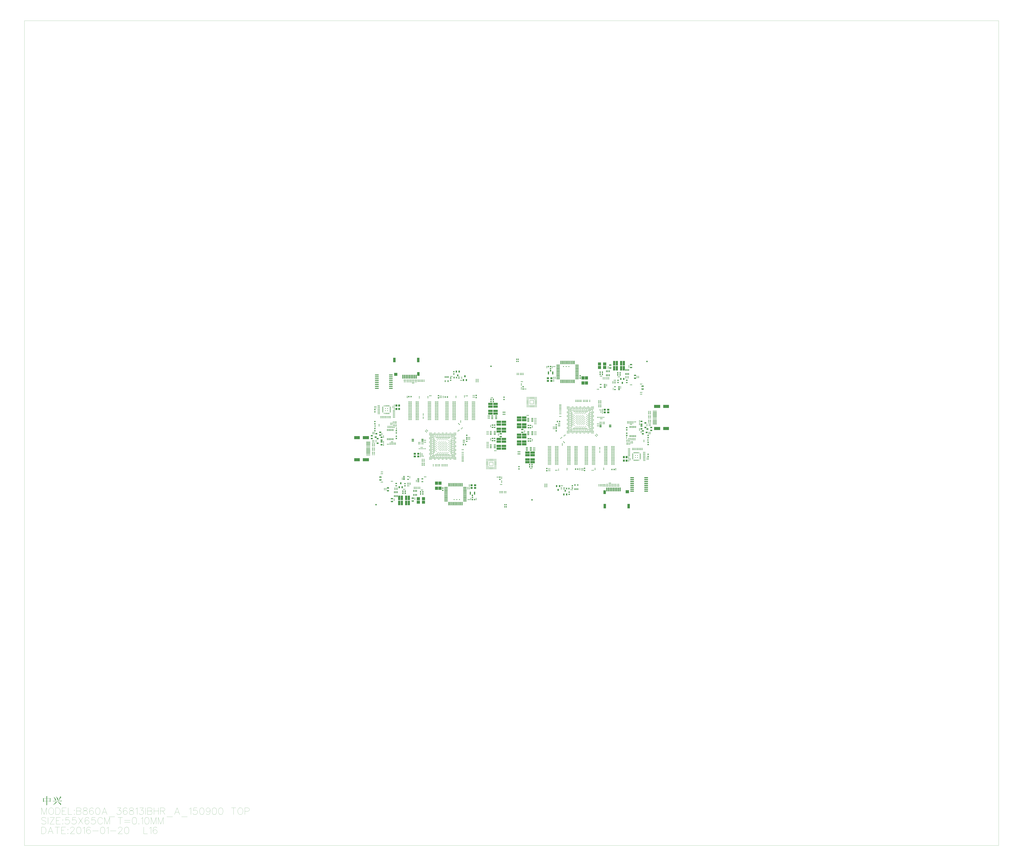
<source format=gbr>
G04 Generated by CircuitCAM Version 4.4*
%FSLAX33Y33*%
%MOMM*%
%ADD10C,0.000000*%
%ADD11C,0.050000*%
%ADD36C,0.999998*%
%LNTextBottom*%
%LPD*%
G36*
G01X-402182Y-246284D02*
X-403982Y-246284D01*
X-404399Y-246084D01*
X-404390Y-246238D01*
X-404382Y-246405D01*
X-404376Y-246585D01*
X-404371Y-246778D01*
X-404368Y-246984D01*
X-404366Y-247202D01*
X-404365Y-247434D01*
X-404366Y-247660D01*
X-404367Y-247863D01*
X-404368Y-248041D01*
X-404371Y-248196D01*
X-404374Y-248327D01*
X-404378Y-248434D01*
X-404382Y-248517D01*
X-404387Y-248584D01*
X-404392Y-248641D01*
X-404396Y-248689D01*
X-404401Y-248727D01*
X-404406Y-248756D01*
X-404411Y-248775D01*
X-404415Y-248784D01*
X-403999Y-248634D01*
X-403999Y-248301D01*
X-402182Y-248301D01*
X-402183Y-248841D01*
X-402185Y-249327D01*
X-402188Y-249759D01*
X-402193Y-250138D01*
X-402199Y-250462D01*
X-402206Y-250733D01*
X-402215Y-250951D01*
X-401799Y-250801D01*
X-401803Y-250627D01*
X-401807Y-250393D01*
X-401810Y-250097D01*
X-401812Y-249740D01*
X-401814Y-249321D01*
X-401815Y-248842D01*
X-401815Y-248301D01*
X-399949Y-248301D01*
X-399949Y-248784D01*
X-399549Y-248634D01*
X-399558Y-248544D01*
X-399565Y-248456D01*
X-399571Y-248369D01*
X-399576Y-248283D01*
X-399579Y-248199D01*
X-399581Y-248116D01*
X-399582Y-248034D01*
X-399582Y-246551D01*
X-399365Y-246367D01*
X-399782Y-246034D01*
X-399999Y-246284D01*
X-401815Y-246284D01*
X-401815Y-245251D01*
X-401632Y-245067D01*
X-402215Y-244801D01*
X-402206Y-244962D01*
X-402199Y-245140D01*
X-402193Y-245334D01*
X-402188Y-245546D01*
X-402185Y-245775D01*
X-402183Y-246021D01*
X-402182Y-246284D01*
G37*
%LPC*%
G36*
G01X-399949Y-246417D02*
X-401815Y-246417D01*
X-401815Y-248167D01*
X-399949Y-248167D01*
X-399949Y-246417D01*
G37*
G36*
G01X-402182Y-246417D02*
X-403999Y-246417D01*
X-403999Y-248167D01*
X-402182Y-248167D01*
X-402182Y-246417D01*
G37*
%LPD*%
G54D10*
X-416938Y272301D02*
X233062Y272301D01*
X233062Y-277699D01*
X-416938Y-277699D01*
X-416938Y272301D01*
G54D11*
X-405508Y-252587D02*
X-405508Y-257087D01*
X-405508Y-252587D02*
X-403793Y-257087D01*
X-402079Y-252587D02*
X-403793Y-257087D01*
X-402079Y-252587D02*
X-402079Y-257087D01*
X-399508Y-252587D02*
X-399936Y-252801D01*
X-400365Y-253230D01*
X-400579Y-253658D01*
X-400793Y-254301D01*
X-400793Y-255373D01*
X-400579Y-256015D01*
X-400365Y-256444D01*
X-399936Y-256873D01*
X-399508Y-257087D01*
X-398651Y-257087D01*
X-398222Y-256873D01*
X-397793Y-256444D01*
X-397579Y-256015D01*
X-397365Y-255373D01*
X-397365Y-254301D01*
X-397579Y-253658D01*
X-397793Y-253230D01*
X-398222Y-252801D01*
X-398651Y-252587D01*
X-399508Y-252587D01*
X-396079Y-252587D02*
X-396079Y-257087D01*
X-396079Y-252587D02*
X-394579Y-252587D01*
X-393936Y-252801D01*
X-393508Y-253230D01*
X-393293Y-253658D01*
X-393079Y-254301D01*
X-393079Y-255373D01*
X-393293Y-256015D01*
X-393508Y-256444D01*
X-393936Y-256873D01*
X-394579Y-257087D01*
X-396079Y-257087D01*
X-391793Y-252587D02*
X-391793Y-257087D01*
X-391793Y-252587D02*
X-389008Y-252587D01*
X-391793Y-254730D02*
X-390079Y-254730D01*
X-391793Y-257087D02*
X-389008Y-257087D01*
X-387722Y-252587D02*
X-387722Y-257087D01*
X-387722Y-257087D02*
X-385151Y-257087D01*
X-383651Y-254087D02*
X-383865Y-254301D01*
X-383651Y-254515D01*
X-383436Y-254301D01*
X-383651Y-254087D01*
X-383651Y-256658D02*
X-383865Y-256873D01*
X-383651Y-257087D01*
X-383436Y-256873D01*
X-383651Y-256658D01*
X-382151Y-252587D02*
X-382151Y-257087D01*
X-382151Y-252587D02*
X-380222Y-252587D01*
X-379579Y-252801D01*
X-379365Y-253015D01*
X-379151Y-253444D01*
X-379151Y-253873D01*
X-379365Y-254301D01*
X-379579Y-254515D01*
X-380222Y-254730D01*
X-382151Y-254730D02*
X-380222Y-254730D01*
X-379579Y-254944D01*
X-379365Y-255158D01*
X-379151Y-255587D01*
X-379151Y-256230D01*
X-379365Y-256658D01*
X-379579Y-256873D01*
X-380222Y-257087D01*
X-382151Y-257087D01*
X-376793Y-252587D02*
X-377436Y-252801D01*
X-377651Y-253230D01*
X-377651Y-253658D01*
X-377436Y-254087D01*
X-377008Y-254301D01*
X-376151Y-254515D01*
X-375508Y-254730D01*
X-375079Y-255158D01*
X-374865Y-255587D01*
X-374865Y-256230D01*
X-375079Y-256658D01*
X-375293Y-256873D01*
X-375936Y-257087D01*
X-376793Y-257087D01*
X-377436Y-256873D01*
X-377651Y-256658D01*
X-377865Y-256230D01*
X-377865Y-255587D01*
X-377651Y-255158D01*
X-377222Y-254730D01*
X-376579Y-254515D01*
X-375722Y-254301D01*
X-375293Y-254087D01*
X-375079Y-253658D01*
X-375079Y-253230D01*
X-375293Y-252801D01*
X-375936Y-252587D01*
X-376793Y-252587D01*
X-371008Y-253230D02*
X-371222Y-252801D01*
X-371865Y-252587D01*
X-372293Y-252587D01*
X-372936Y-252801D01*
X-373365Y-253444D01*
X-373579Y-254515D01*
X-373579Y-255587D01*
X-373365Y-256444D01*
X-372936Y-256873D01*
X-372293Y-257087D01*
X-372079Y-257087D01*
X-371436Y-256873D01*
X-371008Y-256444D01*
X-370793Y-255801D01*
X-370793Y-255587D01*
X-371008Y-254944D01*
X-371436Y-254515D01*
X-372079Y-254301D01*
X-372293Y-254301D01*
X-372936Y-254515D01*
X-373365Y-254944D01*
X-373579Y-255587D01*
X-368222Y-252587D02*
X-368865Y-252801D01*
X-369293Y-253444D01*
X-369508Y-254515D01*
X-369508Y-255158D01*
X-369293Y-256230D01*
X-368865Y-256873D01*
X-368222Y-257087D01*
X-367793Y-257087D01*
X-367151Y-256873D01*
X-366722Y-256230D01*
X-366508Y-255158D01*
X-366508Y-254515D01*
X-366722Y-253444D01*
X-367151Y-252801D01*
X-367793Y-252587D01*
X-368222Y-252587D01*
X-363508Y-252587D02*
X-365222Y-257087D01*
X-363508Y-252587D02*
X-361793Y-257087D01*
X-364579Y-255587D02*
X-362436Y-255587D01*
X-360508Y-258587D02*
X-356651Y-258587D01*
X-354936Y-252587D02*
X-352579Y-252587D01*
X-353865Y-254301D01*
X-353222Y-254301D01*
X-352793Y-254515D01*
X-352579Y-254730D01*
X-352365Y-255373D01*
X-352365Y-255801D01*
X-352579Y-256444D01*
X-353008Y-256873D01*
X-353651Y-257087D01*
X-354293Y-257087D01*
X-354936Y-256873D01*
X-355151Y-256658D01*
X-355365Y-256230D01*
X-348508Y-253230D02*
X-348722Y-252801D01*
X-349365Y-252587D01*
X-349793Y-252587D01*
X-350436Y-252801D01*
X-350865Y-253444D01*
X-351079Y-254515D01*
X-351079Y-255587D01*
X-350865Y-256444D01*
X-350436Y-256873D01*
X-349793Y-257087D01*
X-349579Y-257087D01*
X-348936Y-256873D01*
X-348508Y-256444D01*
X-348293Y-255801D01*
X-348293Y-255587D01*
X-348508Y-254944D01*
X-348936Y-254515D01*
X-349579Y-254301D01*
X-349793Y-254301D01*
X-350436Y-254515D01*
X-350865Y-254944D01*
X-351079Y-255587D01*
X-345936Y-252587D02*
X-346579Y-252801D01*
X-346793Y-253230D01*
X-346793Y-253658D01*
X-346579Y-254087D01*
X-346151Y-254301D01*
X-345293Y-254515D01*
X-344651Y-254730D01*
X-344222Y-255158D01*
X-344008Y-255587D01*
X-344008Y-256230D01*
X-344222Y-256658D01*
X-344436Y-256873D01*
X-345079Y-257087D01*
X-345936Y-257087D01*
X-346579Y-256873D01*
X-346793Y-256658D01*
X-347008Y-256230D01*
X-347008Y-255587D01*
X-346793Y-255158D01*
X-346365Y-254730D01*
X-345722Y-254515D01*
X-344865Y-254301D01*
X-344436Y-254087D01*
X-344222Y-253658D01*
X-344222Y-253230D01*
X-344436Y-252801D01*
X-345079Y-252587D01*
X-345936Y-252587D01*
X-342722Y-253444D02*
X-342293Y-253230D01*
X-341651Y-252587D01*
X-341651Y-257087D01*
X-339936Y-252587D02*
X-337579Y-252587D01*
X-338865Y-254301D01*
X-338222Y-254301D01*
X-337793Y-254515D01*
X-337579Y-254730D01*
X-337365Y-255373D01*
X-337365Y-255801D01*
X-337579Y-256444D01*
X-338008Y-256873D01*
X-338651Y-257087D01*
X-339293Y-257087D01*
X-339936Y-256873D01*
X-340151Y-256658D01*
X-340365Y-256230D01*
X-336079Y-252587D02*
X-336079Y-257087D01*
X-334793Y-252587D02*
X-334793Y-257087D01*
X-334793Y-252587D02*
X-332865Y-252587D01*
X-332222Y-252801D01*
X-332008Y-253015D01*
X-331793Y-253444D01*
X-331793Y-253873D01*
X-332008Y-254301D01*
X-332222Y-254515D01*
X-332865Y-254730D01*
X-334793Y-254730D02*
X-332865Y-254730D01*
X-332222Y-254944D01*
X-332008Y-255158D01*
X-331793Y-255587D01*
X-331793Y-256230D01*
X-332008Y-256658D01*
X-332222Y-256873D01*
X-332865Y-257087D01*
X-334793Y-257087D01*
X-330508Y-252587D02*
X-330508Y-257087D01*
X-327508Y-252587D02*
X-327508Y-257087D01*
X-330508Y-254730D02*
X-327508Y-254730D01*
X-326222Y-252587D02*
X-326222Y-257087D01*
X-326222Y-252587D02*
X-324293Y-252587D01*
X-323651Y-252801D01*
X-323436Y-253015D01*
X-323222Y-253444D01*
X-323222Y-253873D01*
X-323436Y-254301D01*
X-323651Y-254515D01*
X-324293Y-254730D01*
X-326222Y-254730D01*
X-324722Y-254730D02*
X-323222Y-257087D01*
X-321936Y-258587D02*
X-318079Y-258587D01*
X-315079Y-252587D02*
X-316793Y-257087D01*
X-315079Y-252587D02*
X-313365Y-257087D01*
X-316151Y-255587D02*
X-314008Y-255587D01*
X-312079Y-258587D02*
X-308222Y-258587D01*
X-306936Y-253444D02*
X-306508Y-253230D01*
X-305865Y-252587D01*
X-305865Y-257087D01*
X-301793Y-252587D02*
X-303936Y-252587D01*
X-304151Y-254515D01*
X-303936Y-254301D01*
X-303293Y-254087D01*
X-302651Y-254087D01*
X-302008Y-254301D01*
X-301579Y-254730D01*
X-301365Y-255373D01*
X-301365Y-255801D01*
X-301793Y-256444D01*
X-302222Y-256873D01*
X-302865Y-257087D01*
X-303508Y-257087D01*
X-304151Y-256873D01*
X-304365Y-256658D01*
X-304579Y-256230D01*
X-298793Y-252587D02*
X-299436Y-252801D01*
X-299865Y-253444D01*
X-300079Y-254515D01*
X-300079Y-255158D01*
X-299865Y-256230D01*
X-299436Y-256873D01*
X-298793Y-257087D01*
X-298365Y-257087D01*
X-297722Y-256873D01*
X-297293Y-256230D01*
X-297079Y-255158D01*
X-297079Y-254515D01*
X-297293Y-253444D01*
X-297722Y-252801D01*
X-298365Y-252587D01*
X-298793Y-252587D01*
X-293008Y-254087D02*
X-293222Y-254730D01*
X-293651Y-255158D01*
X-294293Y-255373D01*
X-294508Y-255373D01*
X-295151Y-255158D01*
X-295579Y-254730D01*
X-295793Y-254087D01*
X-295793Y-253873D01*
X-295579Y-253230D01*
X-295151Y-252801D01*
X-294508Y-252587D01*
X-294293Y-252587D01*
X-293651Y-252801D01*
X-293222Y-253230D01*
X-293008Y-254087D01*
X-293008Y-255158D01*
X-293222Y-256230D01*
X-293651Y-256873D01*
X-294293Y-257087D01*
X-294722Y-257087D01*
X-295365Y-256873D01*
X-295579Y-256444D01*
X-290436Y-252587D02*
X-291079Y-252801D01*
X-291508Y-253444D01*
X-291722Y-254515D01*
X-291722Y-255158D01*
X-291508Y-256230D01*
X-291079Y-256873D01*
X-290436Y-257087D01*
X-290008Y-257087D01*
X-289365Y-256873D01*
X-288936Y-256230D01*
X-288722Y-255158D01*
X-288722Y-254515D01*
X-288936Y-253444D01*
X-289365Y-252801D01*
X-290008Y-252587D01*
X-290436Y-252587D01*
X-286151Y-252587D02*
X-286793Y-252801D01*
X-287222Y-253444D01*
X-287436Y-254515D01*
X-287436Y-255158D01*
X-287222Y-256230D01*
X-286793Y-256873D01*
X-286151Y-257087D01*
X-285722Y-257087D01*
X-285079Y-256873D01*
X-284651Y-256230D01*
X-284436Y-255158D01*
X-284436Y-254515D01*
X-284651Y-253444D01*
X-285079Y-252801D01*
X-285722Y-252587D01*
X-286151Y-252587D01*
X-277365Y-252587D02*
X-277365Y-257087D01*
X-278865Y-252587D02*
X-275865Y-252587D01*
X-273293Y-252587D02*
X-273722Y-252801D01*
X-274151Y-253230D01*
X-274365Y-253658D01*
X-274579Y-254301D01*
X-274579Y-255373D01*
X-274365Y-256015D01*
X-274151Y-256444D01*
X-273722Y-256873D01*
X-273293Y-257087D01*
X-272436Y-257087D01*
X-272008Y-256873D01*
X-271579Y-256444D01*
X-271365Y-256015D01*
X-271151Y-255373D01*
X-271151Y-254301D01*
X-271365Y-253658D01*
X-271579Y-253230D01*
X-272008Y-252801D01*
X-272436Y-252587D01*
X-273293Y-252587D01*
X-269865Y-252587D02*
X-269865Y-257087D01*
X-269865Y-252587D02*
X-267936Y-252587D01*
X-267293Y-252801D01*
X-267079Y-253015D01*
X-266865Y-253444D01*
X-266865Y-254087D01*
X-267079Y-254515D01*
X-267293Y-254730D01*
X-267936Y-254944D01*
X-269865Y-254944D01*
X-402508Y-259658D02*
X-402936Y-259230D01*
X-403579Y-259015D01*
X-404436Y-259015D01*
X-405079Y-259230D01*
X-405508Y-259658D01*
X-405508Y-260087D01*
X-405293Y-260515D01*
X-405079Y-260730D01*
X-404651Y-260944D01*
X-403365Y-261373D01*
X-402936Y-261587D01*
X-402722Y-261801D01*
X-402508Y-262230D01*
X-402508Y-262873D01*
X-402936Y-263301D01*
X-403579Y-263515D01*
X-404436Y-263515D01*
X-405079Y-263301D01*
X-405508Y-262873D01*
X-401222Y-259015D02*
X-401222Y-263515D01*
X-396936Y-259015D02*
X-399936Y-263515D01*
X-399936Y-259015D02*
X-396936Y-259015D01*
X-399936Y-263515D02*
X-396936Y-263515D01*
X-395651Y-259015D02*
X-395651Y-263515D01*
X-395651Y-259015D02*
X-392865Y-259015D01*
X-395651Y-261158D02*
X-393936Y-261158D01*
X-395651Y-263515D02*
X-392865Y-263515D01*
X-391365Y-260515D02*
X-391579Y-260730D01*
X-391365Y-260944D01*
X-391151Y-260730D01*
X-391365Y-260515D01*
X-391365Y-263087D02*
X-391579Y-263301D01*
X-391365Y-263515D01*
X-391151Y-263301D01*
X-391365Y-263087D01*
X-387079Y-259015D02*
X-389222Y-259015D01*
X-389436Y-260944D01*
X-389222Y-260730D01*
X-388579Y-260515D01*
X-387936Y-260515D01*
X-387293Y-260730D01*
X-386865Y-261158D01*
X-386651Y-261801D01*
X-386651Y-262230D01*
X-387079Y-262873D01*
X-387508Y-263301D01*
X-388151Y-263515D01*
X-388793Y-263515D01*
X-389436Y-263301D01*
X-389651Y-263087D01*
X-389865Y-262658D01*
X-382579Y-259015D02*
X-384722Y-259015D01*
X-384936Y-260944D01*
X-384722Y-260730D01*
X-384079Y-260515D01*
X-383436Y-260515D01*
X-382793Y-260730D01*
X-382365Y-261158D01*
X-382151Y-261801D01*
X-382151Y-262230D01*
X-382579Y-262873D01*
X-383008Y-263301D01*
X-383651Y-263515D01*
X-384293Y-263515D01*
X-384936Y-263301D01*
X-385151Y-263087D01*
X-385365Y-262658D01*
X-380865Y-259015D02*
X-377865Y-263515D01*
X-377865Y-259015D02*
X-380865Y-263515D01*
X-374008Y-259658D02*
X-374222Y-259230D01*
X-374865Y-259015D01*
X-375293Y-259015D01*
X-375936Y-259230D01*
X-376365Y-259873D01*
X-376579Y-260944D01*
X-376579Y-262015D01*
X-376365Y-262873D01*
X-375936Y-263301D01*
X-375293Y-263515D01*
X-375079Y-263515D01*
X-374436Y-263301D01*
X-374008Y-262873D01*
X-373793Y-262230D01*
X-373793Y-262015D01*
X-374008Y-261373D01*
X-374436Y-260944D01*
X-375079Y-260730D01*
X-375293Y-260730D01*
X-375936Y-260944D01*
X-376365Y-261373D01*
X-376579Y-262015D01*
X-369722Y-259015D02*
X-371865Y-259015D01*
X-372079Y-260944D01*
X-371865Y-260730D01*
X-371222Y-260515D01*
X-370579Y-260515D01*
X-369936Y-260730D01*
X-369508Y-261158D01*
X-369293Y-261801D01*
X-369293Y-262230D01*
X-369722Y-262873D01*
X-370151Y-263301D01*
X-370793Y-263515D01*
X-371436Y-263515D01*
X-372079Y-263301D01*
X-372293Y-263087D01*
X-372508Y-262658D01*
X-364793Y-260087D02*
X-365008Y-259658D01*
X-365436Y-259230D01*
X-365865Y-259015D01*
X-366722Y-259015D01*
X-367151Y-259230D01*
X-367579Y-259658D01*
X-367793Y-260087D01*
X-368008Y-260730D01*
X-368008Y-261801D01*
X-367793Y-262444D01*
X-367579Y-262873D01*
X-367151Y-263301D01*
X-366722Y-263515D01*
X-365865Y-263515D01*
X-365436Y-263301D01*
X-365008Y-262873D01*
X-364793Y-262444D01*
X-363508Y-259015D02*
X-363508Y-263515D01*
X-363508Y-259015D02*
X-361793Y-263515D01*
X-360079Y-259015D02*
X-361793Y-263515D01*
X-360079Y-259015D02*
X-360079Y-263515D01*
X-353008Y-259015D02*
X-353008Y-263515D01*
X-354508Y-259015D02*
X-351508Y-259015D01*
X-350222Y-260944D02*
X-346365Y-260944D01*
X-350222Y-262230D02*
X-346365Y-262230D01*
X-343793Y-259015D02*
X-344436Y-259230D01*
X-344865Y-259873D01*
X-345079Y-260944D01*
X-345079Y-261587D01*
X-344865Y-262658D01*
X-344436Y-263301D01*
X-343793Y-263515D01*
X-343365Y-263515D01*
X-342722Y-263301D01*
X-342293Y-262658D01*
X-342079Y-261587D01*
X-342079Y-260944D01*
X-342293Y-259873D01*
X-342722Y-259230D01*
X-343365Y-259015D01*
X-343793Y-259015D01*
X-340579Y-263087D02*
X-340793Y-263301D01*
X-340579Y-263515D01*
X-340365Y-263301D01*
X-340579Y-263087D01*
X-339079Y-259873D02*
X-338651Y-259658D01*
X-338008Y-259015D01*
X-338008Y-263515D01*
X-335436Y-259015D02*
X-336079Y-259230D01*
X-336508Y-259873D01*
X-336722Y-260944D01*
X-336722Y-261587D01*
X-336508Y-262658D01*
X-336079Y-263301D01*
X-335436Y-263515D01*
X-335008Y-263515D01*
X-334365Y-263301D01*
X-333936Y-262658D01*
X-333722Y-261587D01*
X-333722Y-260944D01*
X-333936Y-259873D01*
X-334365Y-259230D01*
X-335008Y-259015D01*
X-335436Y-259015D01*
X-332436Y-259015D02*
X-332436Y-263515D01*
X-332436Y-259015D02*
X-330722Y-263515D01*
X-329008Y-259015D02*
X-330722Y-263515D01*
X-329008Y-259015D02*
X-329008Y-263515D01*
X-327722Y-259015D02*
X-327722Y-263515D01*
X-327722Y-259015D02*
X-326008Y-263515D01*
X-324293Y-259015D02*
X-326008Y-263515D01*
X-324293Y-259015D02*
X-324293Y-263515D01*
X-405508Y-265444D02*
X-405508Y-269944D01*
X-405508Y-265444D02*
X-404008Y-265444D01*
X-403365Y-265658D01*
X-402936Y-266087D01*
X-402722Y-266515D01*
X-402508Y-267158D01*
X-402508Y-268230D01*
X-402722Y-268873D01*
X-402936Y-269301D01*
X-403365Y-269730D01*
X-404008Y-269944D01*
X-405508Y-269944D01*
X-399508Y-265444D02*
X-401222Y-269944D01*
X-399508Y-265444D02*
X-397793Y-269944D01*
X-400579Y-268444D02*
X-398436Y-268444D01*
X-395008Y-265444D02*
X-395008Y-269944D01*
X-396508Y-265444D02*
X-393508Y-265444D01*
X-392222Y-265444D02*
X-392222Y-269944D01*
X-392222Y-265444D02*
X-389436Y-265444D01*
X-392222Y-267587D02*
X-390508Y-267587D01*
X-392222Y-269944D02*
X-389436Y-269944D01*
X-387936Y-266944D02*
X-388151Y-267158D01*
X-387936Y-267373D01*
X-387722Y-267158D01*
X-387936Y-266944D01*
X-387936Y-269515D02*
X-388151Y-269730D01*
X-387936Y-269944D01*
X-387722Y-269730D01*
X-387936Y-269515D01*
X-386222Y-266515D02*
X-386222Y-266301D01*
X-386008Y-265873D01*
X-385793Y-265658D01*
X-385365Y-265444D01*
X-384508Y-265444D01*
X-384079Y-265658D01*
X-383865Y-265873D01*
X-383651Y-266301D01*
X-383651Y-266730D01*
X-383865Y-267158D01*
X-384293Y-267801D01*
X-386436Y-269944D01*
X-383436Y-269944D01*
X-380865Y-265444D02*
X-381508Y-265658D01*
X-381936Y-266301D01*
X-382151Y-267373D01*
X-382151Y-268015D01*
X-381936Y-269087D01*
X-381508Y-269730D01*
X-380865Y-269944D01*
X-380436Y-269944D01*
X-379793Y-269730D01*
X-379365Y-269087D01*
X-379151Y-268015D01*
X-379151Y-267373D01*
X-379365Y-266301D01*
X-379793Y-265658D01*
X-380436Y-265444D01*
X-380865Y-265444D01*
X-377865Y-266301D02*
X-377436Y-266087D01*
X-376793Y-265444D01*
X-376793Y-269944D01*
X-372936Y-266087D02*
X-373151Y-265658D01*
X-373793Y-265444D01*
X-374222Y-265444D01*
X-374865Y-265658D01*
X-375293Y-266301D01*
X-375508Y-267373D01*
X-375508Y-268444D01*
X-375293Y-269301D01*
X-374865Y-269730D01*
X-374222Y-269944D01*
X-374008Y-269944D01*
X-373365Y-269730D01*
X-372936Y-269301D01*
X-372722Y-268658D01*
X-372722Y-268444D01*
X-372936Y-267801D01*
X-373365Y-267373D01*
X-374008Y-267158D01*
X-374222Y-267158D01*
X-374865Y-267373D01*
X-375293Y-267801D01*
X-375508Y-268444D01*
X-371436Y-268015D02*
X-367579Y-268015D01*
X-365008Y-265444D02*
X-365651Y-265658D01*
X-366079Y-266301D01*
X-366293Y-267373D01*
X-366293Y-268015D01*
X-366079Y-269087D01*
X-365651Y-269730D01*
X-365008Y-269944D01*
X-364579Y-269944D01*
X-363936Y-269730D01*
X-363508Y-269087D01*
X-363293Y-268015D01*
X-363293Y-267373D01*
X-363508Y-266301D01*
X-363936Y-265658D01*
X-364579Y-265444D01*
X-365008Y-265444D01*
X-362008Y-266301D02*
X-361579Y-266087D01*
X-360936Y-265444D01*
X-360936Y-269944D01*
X-359651Y-268015D02*
X-355793Y-268015D01*
X-354293Y-266515D02*
X-354293Y-266301D01*
X-354079Y-265873D01*
X-353865Y-265658D01*
X-353436Y-265444D01*
X-352579Y-265444D01*
X-352151Y-265658D01*
X-351936Y-265873D01*
X-351722Y-266301D01*
X-351722Y-266730D01*
X-351936Y-267158D01*
X-352365Y-267801D01*
X-354508Y-269944D01*
X-351508Y-269944D01*
X-348936Y-265444D02*
X-349579Y-265658D01*
X-350008Y-266301D01*
X-350222Y-267373D01*
X-350222Y-268015D01*
X-350008Y-269087D01*
X-349579Y-269730D01*
X-348936Y-269944D01*
X-348508Y-269944D01*
X-347865Y-269730D01*
X-347436Y-269087D01*
X-347222Y-268015D01*
X-347222Y-267373D01*
X-347436Y-266301D01*
X-347865Y-265658D01*
X-348508Y-265444D01*
X-348936Y-265444D01*
X-337365Y-265444D02*
X-337365Y-269944D01*
X-337365Y-269944D02*
X-334793Y-269944D01*
X-333508Y-266301D02*
X-333079Y-266087D01*
X-332436Y-265444D01*
X-332436Y-269944D01*
X-328579Y-266087D02*
X-328793Y-265658D01*
X-329436Y-265444D01*
X-329865Y-265444D01*
X-330508Y-265658D01*
X-330936Y-266301D01*
X-331151Y-267373D01*
X-331151Y-268444D01*
X-330936Y-269301D01*
X-330508Y-269730D01*
X-329865Y-269944D01*
X-329651Y-269944D01*
X-329008Y-269730D01*
X-328579Y-269301D01*
X-328365Y-268658D01*
X-328365Y-268444D01*
X-328579Y-267801D01*
X-329008Y-267373D01*
X-329651Y-267158D01*
X-329865Y-267158D01*
X-330508Y-267373D01*
X-330936Y-267801D01*
X-331151Y-268444D01*
G36*
G01X-397299Y-245434D02*
X-397214Y-245570D01*
X-397133Y-245710D01*
X-397054Y-245856D01*
X-396978Y-246006D01*
X-396904Y-246160D01*
X-396833Y-246320D01*
X-396765Y-246484D01*
X-396697Y-246648D01*
X-396635Y-246808D01*
X-396579Y-246963D01*
X-396529Y-247113D01*
X-396485Y-247258D01*
X-396447Y-247398D01*
X-396415Y-247534D01*
X-396389Y-247648D01*
X-396357Y-247733D01*
X-396319Y-247788D01*
X-396277Y-247814D01*
X-396228Y-247811D01*
X-396175Y-247779D01*
X-396115Y-247717D01*
X-396055Y-247633D01*
X-396008Y-247543D01*
X-395974Y-247447D01*
X-395952Y-247345D01*
X-395944Y-247236D01*
X-395948Y-247122D01*
X-395965Y-247001D01*
X-396011Y-246865D01*
X-396101Y-246696D01*
X-396236Y-246494D01*
X-396414Y-246258D01*
X-396637Y-245989D01*
X-396904Y-245687D01*
X-397215Y-245351D01*
X-397299Y-245434D01*
G37*
G36*
G01X-395782Y-248501D02*
X-395849Y-248609D01*
X-395925Y-248725D01*
X-396011Y-248849D01*
X-396106Y-248980D01*
X-396211Y-249118D01*
X-396325Y-249264D01*
X-396449Y-249417D01*
X-396587Y-249579D01*
X-396745Y-249748D01*
X-396923Y-249926D01*
X-397121Y-250111D01*
X-397338Y-250305D01*
X-397575Y-250507D01*
X-397832Y-250717D01*
X-397782Y-250817D01*
X-397475Y-250630D01*
X-397190Y-250447D01*
X-396929Y-250271D01*
X-396691Y-250099D01*
X-396476Y-249933D01*
X-396284Y-249773D01*
X-396115Y-249617D01*
X-395967Y-249478D01*
X-395828Y-249356D01*
X-395698Y-249251D01*
X-395577Y-249163D01*
X-395464Y-249092D01*
X-395360Y-249038D01*
X-395265Y-249001D01*
X-395782Y-248501D01*
G37*
G36*
G01X-395832Y-245101D02*
X-395622Y-245493D01*
X-395440Y-245849D01*
X-395286Y-246170D01*
X-395160Y-246456D01*
X-395062Y-246706D01*
X-394991Y-246921D01*
X-394949Y-247101D01*
X-394917Y-247246D01*
X-394879Y-247358D01*
X-394835Y-247436D01*
X-394785Y-247482D01*
X-394729Y-247494D01*
X-394667Y-247472D01*
X-394599Y-247417D01*
X-394534Y-247347D01*
X-394483Y-247269D01*
X-394446Y-247184D01*
X-394422Y-247091D01*
X-394412Y-246991D01*
X-394415Y-246883D01*
X-394432Y-246767D01*
X-394475Y-246630D01*
X-394567Y-246455D01*
X-394706Y-246242D01*
X-394895Y-245992D01*
X-395131Y-245705D01*
X-395416Y-245380D01*
X-395749Y-245017D01*
X-395832Y-245101D01*
G37*
G36*
G01X-394565Y-248734D02*
X-394211Y-249058D01*
X-393901Y-249353D01*
X-393636Y-249620D01*
X-393414Y-249858D01*
X-393237Y-250067D01*
X-393104Y-250248D01*
X-393015Y-250401D01*
X-392946Y-250520D01*
X-392879Y-250612D01*
X-392816Y-250675D01*
X-392757Y-250711D01*
X-392701Y-250719D01*
X-392648Y-250699D01*
X-392599Y-250651D01*
X-392552Y-250585D01*
X-392516Y-250513D01*
X-392491Y-250434D01*
X-392476Y-250349D01*
X-392473Y-250256D01*
X-392480Y-250157D01*
X-392499Y-250051D01*
X-392560Y-249932D01*
X-392696Y-249785D01*
X-392907Y-249611D01*
X-393193Y-249409D01*
X-393553Y-249178D01*
X-393988Y-248920D01*
X-394499Y-248634D01*
X-394565Y-248734D01*
G37*
G36*
G01X-394299Y-248134D02*
X-397865Y-248134D01*
X-397665Y-248351D01*
X-397593Y-248329D01*
X-397520Y-248310D01*
X-397445Y-248295D01*
X-397369Y-248283D01*
X-397291Y-248274D01*
X-397212Y-248269D01*
X-397132Y-248267D01*
X-391932Y-248267D01*
X-392415Y-247717D01*
X-392832Y-248134D01*
X-394115Y-248134D01*
X-393908Y-247773D01*
X-393715Y-247442D01*
X-393537Y-247140D01*
X-393372Y-246869D01*
X-393222Y-246627D01*
X-393087Y-246416D01*
X-392965Y-246234D01*
X-392858Y-246073D01*
X-392756Y-245931D01*
X-392658Y-245809D01*
X-392565Y-245706D01*
X-392477Y-245624D01*
X-392394Y-245561D01*
X-392315Y-245517D01*
X-393049Y-245034D01*
X-393102Y-245249D01*
X-393159Y-245455D01*
X-393218Y-245651D01*
X-393280Y-245840D01*
X-393345Y-246019D01*
X-393412Y-246189D01*
X-393482Y-246351D01*
X-393560Y-246526D01*
X-393651Y-246728D01*
X-393754Y-246956D01*
X-393871Y-247211D01*
X-394001Y-247492D01*
X-394143Y-247800D01*
X-394299Y-248134D01*
G37*
%LNFiducialTop*%
%LPD*%
G54D36*
X-182304Y-50501D03*
X-105644Y41780D03*
X-1572Y45037D03*
X-78232Y-47244D03*
%LNSolderPasteTop_Ready*%
%LPD*%
G36*
G01X-153378Y47444D02*
X-154988Y47444D01*
X-154988Y44492D01*
X-153378Y44492D01*
X-153378Y47444D01*
G37*
G36*
G01X-169278Y47444D02*
X-170888Y47444D01*
X-170888Y44492D01*
X-169278Y44492D01*
X-169278Y47444D01*
G37*
G36*
G01X-87138Y46868D02*
X-87738Y46868D01*
X-87738Y46068D01*
X-87138Y46068D01*
X-87138Y46868D01*
G37*
G36*
G01X-88138Y46868D02*
X-88738Y46868D01*
X-88738Y46068D01*
X-88138Y46068D01*
X-88138Y46868D01*
G37*
G36*
G01X-49790Y45286D02*
G75*
G03X-50040Y45536I-250J0D01*
G74*
G01*
G75*
G03X-50290Y45286I0J-250D01*
G74*
G01*
X-50290Y43386D01*
G75*
G03X-50040Y43136I250J0D01*
G74*
G01*
G75*
G03X-49790Y43386I0J250D01*
G74*
G01*
X-49790Y45286D01*
G37*
G36*
G01X-50690Y45286D02*
G75*
G03X-50940Y45536I-250J0D01*
G74*
G01*
G75*
G03X-51190Y45286I0J-250D01*
G74*
G01*
X-51190Y43386D01*
G75*
G03X-50940Y43136I250J0D01*
G74*
G01*
G75*
G03X-50690Y43386I0J250D01*
G74*
G01*
X-50690Y45286D01*
G37*
G36*
G01X-51590Y45286D02*
G75*
G03X-51840Y45536I-250J0D01*
G74*
G01*
G75*
G03X-52090Y45286I0J-250D01*
G74*
G01*
X-52090Y43386D01*
G75*
G03X-51840Y43136I250J0D01*
G74*
G01*
G75*
G03X-51590Y43386I0J250D01*
G74*
G01*
X-51590Y45286D01*
G37*
G36*
G01X-52490Y45286D02*
G75*
G03X-52740Y45536I-250J0D01*
G74*
G01*
G75*
G03X-52990Y45286I0J-250D01*
G74*
G01*
X-52990Y43386D01*
G75*
G03X-52740Y43136I250J0D01*
G74*
G01*
G75*
G03X-52490Y43386I0J250D01*
G74*
G01*
X-52490Y45286D01*
G37*
G36*
G01X-53390Y45286D02*
G75*
G03X-53640Y45536I-250J0D01*
G74*
G01*
G75*
G03X-53890Y45286I0J-250D01*
G74*
G01*
X-53890Y43386D01*
G75*
G03X-53640Y43136I250J0D01*
G74*
G01*
G75*
G03X-53390Y43386I0J250D01*
G74*
G01*
X-53390Y45286D01*
G37*
G36*
G01X-54290Y45286D02*
G75*
G03X-54540Y45536I-250J0D01*
G74*
G01*
G75*
G03X-54790Y45286I0J-250D01*
G74*
G01*
X-54790Y43386D01*
G75*
G03X-54540Y43136I250J0D01*
G74*
G01*
G75*
G03X-54290Y43386I0J250D01*
G74*
G01*
X-54290Y45286D01*
G37*
G36*
G01X-55190Y45286D02*
G75*
G03X-55440Y45536I-250J0D01*
G74*
G01*
G75*
G03X-55690Y45286I0J-250D01*
G74*
G01*
X-55690Y43386D01*
G75*
G03X-55440Y43136I250J0D01*
G74*
G01*
G75*
G03X-55190Y43386I0J250D01*
G74*
G01*
X-55190Y45286D01*
G37*
G36*
G01X-56090Y45286D02*
G75*
G03X-56340Y45536I-250J0D01*
G74*
G01*
G75*
G03X-56590Y45286I0J-250D01*
G74*
G01*
X-56590Y43386D01*
G75*
G03X-56340Y43136I250J0D01*
G74*
G01*
G75*
G03X-56090Y43386I0J250D01*
G74*
G01*
X-56090Y45286D01*
G37*
G36*
G01X-56990Y45286D02*
G75*
G03X-57240Y45536I-250J0D01*
G74*
G01*
G75*
G03X-57490Y45286I0J-250D01*
G74*
G01*
X-57490Y43386D01*
G75*
G03X-57240Y43136I250J0D01*
G74*
G01*
G75*
G03X-56990Y43386I0J250D01*
G74*
G01*
X-56990Y45286D01*
G37*
G36*
G01X-57890Y45286D02*
G75*
G03X-58140Y45536I-250J0D01*
G74*
G01*
G75*
G03X-58390Y45286I0J-250D01*
G74*
G01*
X-58390Y43386D01*
G75*
G03X-58140Y43136I250J0D01*
G74*
G01*
G75*
G03X-57890Y43386I0J250D01*
G74*
G01*
X-57890Y45286D01*
G37*
G36*
G01X-58790Y45286D02*
G75*
G03X-59040Y45536I-250J0D01*
G74*
G01*
G75*
G03X-59290Y45286I0J-250D01*
G74*
G01*
X-59290Y43386D01*
G75*
G03X-59040Y43136I250J0D01*
G74*
G01*
G75*
G03X-58790Y43386I0J250D01*
G74*
G01*
X-58790Y45286D01*
G37*
G36*
G01X-87138Y45468D02*
X-87738Y45468D01*
X-87738Y44668D01*
X-87138Y44668D01*
X-87138Y45468D01*
G37*
G36*
G01X-88138Y45468D02*
X-88738Y45468D01*
X-88738Y44668D01*
X-88138Y44668D01*
X-88138Y45468D01*
G37*
G36*
G01X-16280Y45392D02*
X-17755Y45392D01*
X-17755Y42402D01*
X-16280Y42402D01*
X-16280Y45392D01*
G37*
G36*
G01X-18055Y45392D02*
X-19530Y45392D01*
X-19530Y42402D01*
X-18055Y42402D01*
X-18055Y45392D01*
G37*
G36*
G01X-20930Y45392D02*
X-22405Y45392D01*
X-22405Y42402D01*
X-20930Y42402D01*
X-20930Y45392D01*
G37*
G36*
G01X-22705Y45392D02*
X-24180Y45392D01*
X-24180Y42402D01*
X-22705Y42402D01*
X-22705Y45392D01*
G37*
G36*
G01X-28774Y44352D02*
X-30874Y44352D01*
X-30874Y42362D01*
X-28774Y42362D01*
X-28774Y44352D01*
G37*
G36*
G01X-32174Y44352D02*
X-34274Y44352D01*
X-34274Y42362D01*
X-32174Y42362D01*
X-32174Y44352D01*
G37*
G36*
G01X-47290Y42286D02*
G75*
G03X-47040Y42536I0J250D01*
G74*
G01*
G75*
G03X-47290Y42786I-250J0D01*
G74*
G01*
X-49190Y42786D01*
G75*
G03X-49440Y42536I0J-250D01*
G74*
G01*
G75*
G03X-49190Y42286I250J0D01*
G74*
G01*
X-47290Y42286D01*
G37*
G36*
G01X-59890Y42286D02*
G75*
G03X-59640Y42536I0J250D01*
G74*
G01*
G75*
G03X-59890Y42786I-250J0D01*
G74*
G01*
X-61790Y42786D01*
G75*
G03X-62040Y42536I0J-250D01*
G74*
G01*
G75*
G03X-61790Y42286I250J0D01*
G74*
G01*
X-59890Y42286D01*
G37*
G36*
G01X-25310Y43006D02*
X-26760Y43006D01*
X-26760Y42156D01*
X-26277Y42156D01*
X-26277Y42239D01*
G75*
G02X-26077Y42439I201J0D01*
G74*
G01*
X-25993Y42439D01*
G75*
G02X-25793Y42239I0J-200D01*
G74*
G01*
X-25793Y42156D01*
X-25310Y42156D01*
X-25310Y43006D01*
G37*
G36*
G01X-11429Y43290D02*
X-12879Y43290D01*
X-12879Y42440D01*
X-12396Y42440D01*
X-12396Y42523D01*
G75*
G02X-12196Y42723I201J0D01*
G74*
G01*
X-12112Y42723D01*
G75*
G02X-11912Y42523I0J-200D01*
G74*
G01*
X-11912Y42440D01*
X-11429Y42440D01*
X-11429Y43290D01*
G37*
G36*
G01X-13377Y42313D02*
X-13877Y42313D01*
X-13877Y41838D01*
X-13377Y41838D01*
X-13377Y42313D01*
G37*
G36*
G01X-65456Y42061D02*
X-66306Y42061D01*
X-66306Y41211D01*
X-65456Y41211D01*
X-65456Y42061D01*
G37*
G36*
G01X-66881Y42061D02*
X-67681Y42061D01*
X-67681Y41211D01*
X-66881Y41211D01*
X-66881Y41494D01*
X-67027Y41494D01*
G75*
G02X-67147Y41614I0J120D01*
G74*
G01*
X-67147Y41657D01*
G75*
G02X-67027Y41777I120J0D01*
G74*
G01*
X-66881Y41777D01*
X-66881Y42061D01*
G37*
G36*
G01X-68127Y41885D02*
X-68627Y41885D01*
X-68627Y41410D01*
X-68127Y41410D01*
X-68127Y41885D01*
G37*
G36*
G01X-28774Y42042D02*
X-30874Y42042D01*
X-30874Y40052D01*
X-28774Y40052D01*
X-28774Y42042D01*
G37*
G36*
G01X-32174Y42042D02*
X-34274Y42042D01*
X-34274Y40052D01*
X-32174Y40052D01*
X-32174Y42042D01*
G37*
G36*
G01X-53340Y41636D02*
G75*
G03X-53640Y41936I-300J0D01*
G74*
G01*
G75*
G03X-53940Y41636I0J-300D01*
G74*
G01*
G75*
G03X-53640Y41336I300J0D01*
G74*
G01*
G75*
G03X-53340Y41636I0J300D01*
G74*
G01*
G37*
G36*
G01X-55140Y41636D02*
G75*
G03X-55440Y41936I-300J0D01*
G74*
G01*
G75*
G03X-55740Y41636I0J-300D01*
G74*
G01*
G75*
G03X-55440Y41336I300J0D01*
G74*
G01*
G75*
G03X-55140Y41636I0J300D01*
G74*
G01*
G37*
G36*
G01X-56940Y41636D02*
G75*
G03X-57240Y41936I-300J0D01*
G74*
G01*
G75*
G03X-57540Y41636I0J-300D01*
G74*
G01*
G75*
G03X-57240Y41336I300J0D01*
G74*
G01*
G75*
G03X-56940Y41636I0J300D01*
G74*
G01*
G37*
G36*
G01X-59890Y41386D02*
G75*
G03X-59640Y41636I0J250D01*
G74*
G01*
G75*
G03X-59890Y41886I-250J0D01*
G74*
G01*
X-61790Y41886D01*
G75*
G03X-62040Y41636I0J-250D01*
G74*
G01*
G75*
G03X-61790Y41386I250J0D01*
G74*
G01*
X-59890Y41386D01*
G37*
G36*
G01X-62785Y41886D02*
X-63260Y41886D01*
X-63260Y41386D01*
X-62785Y41386D01*
X-62785Y41886D01*
G37*
G36*
G01X-63610Y41886D02*
X-64085Y41886D01*
X-64085Y41386D01*
X-63610Y41386D01*
X-63610Y41886D01*
G37*
G36*
G01X-64518Y41885D02*
X-65018Y41885D01*
X-65018Y41410D01*
X-64518Y41410D01*
X-64518Y41885D01*
G37*
G36*
G01X-47290Y41386D02*
G75*
G03X-47040Y41636I0J250D01*
G74*
G01*
G75*
G03X-47290Y41886I-250J0D01*
G74*
G01*
X-49190Y41886D01*
G75*
G03X-49440Y41636I0J-250D01*
G74*
G01*
G75*
G03X-49190Y41386I250J0D01*
G74*
G01*
X-47290Y41386D01*
G37*
G36*
G01X-64518Y41060D02*
X-65018Y41060D01*
X-65018Y40585D01*
X-64518Y40585D01*
X-64518Y41060D01*
G37*
G36*
G01X-68127Y41060D02*
X-68627Y41060D01*
X-68627Y40585D01*
X-68127Y40585D01*
X-68127Y41060D01*
G37*
G36*
G01X-65456Y40636D02*
X-65739Y40636D01*
X-65739Y40489D01*
G75*
G02X-65859Y40369I-120J1D01*
G74*
G01*
X-65903Y40369D01*
G75*
G02X-66023Y40489I1J121D01*
G74*
G01*
X-66023Y40636D01*
X-66306Y40636D01*
X-66306Y39836D01*
X-65456Y39836D01*
X-65456Y40636D01*
G37*
G36*
G01X-47290Y40486D02*
G75*
G03X-47040Y40736I0J250D01*
G74*
G01*
G75*
G03X-47290Y40986I-250J0D01*
G74*
G01*
X-49190Y40986D01*
G75*
G03X-49440Y40736I0J-250D01*
G74*
G01*
G75*
G03X-49190Y40486I250J0D01*
G74*
G01*
X-47290Y40486D01*
G37*
G36*
G01X-59890Y40486D02*
G75*
G03X-59640Y40736I0J250D01*
G74*
G01*
G75*
G03X-59890Y40986I-250J0D01*
G74*
G01*
X-61790Y40986D01*
G75*
G03X-62040Y40736I0J-250D01*
G74*
G01*
G75*
G03X-61790Y40486I250J0D01*
G74*
G01*
X-59890Y40486D01*
G37*
G36*
G01X-47290Y39586D02*
G75*
G03X-47040Y39836I0J250D01*
G74*
G01*
G75*
G03X-47290Y40086I-250J0D01*
G74*
G01*
X-49190Y40086D01*
G75*
G03X-49440Y39836I0J-250D01*
G74*
G01*
G75*
G03X-49190Y39586I250J0D01*
G74*
G01*
X-47290Y39586D01*
G37*
G36*
G01X-59890Y39586D02*
G75*
G03X-59640Y39836I0J250D01*
G74*
G01*
G75*
G03X-59890Y40086I-250J0D01*
G74*
G01*
X-61790Y40086D01*
G75*
G03X-62040Y39836I0J-250D01*
G74*
G01*
G75*
G03X-61790Y39586I250J0D01*
G74*
G01*
X-59890Y39586D01*
G37*
G36*
G01X-16280Y42002D02*
X-17755Y42002D01*
X-17755Y39012D01*
X-16280Y39012D01*
X-16280Y42002D01*
G37*
G36*
G01X-18055Y42002D02*
X-19530Y42002D01*
X-19530Y39012D01*
X-18055Y39012D01*
X-18055Y42002D01*
G37*
G36*
G01X-20930Y42002D02*
X-22405Y42002D01*
X-22405Y39012D01*
X-20930Y39012D01*
X-20930Y42002D01*
G37*
G36*
G01X-22705Y42002D02*
X-24180Y42002D01*
X-24180Y39012D01*
X-22705Y39012D01*
X-22705Y42002D01*
G37*
G36*
G01X-27223Y41630D02*
X-27723Y41630D01*
X-27723Y41155D01*
X-27223Y41155D01*
X-27223Y41630D01*
G37*
G36*
G01X-25310Y41156D02*
X-25793Y41156D01*
X-25793Y41073D01*
G75*
G02X-25993Y40873I-200J0D01*
G74*
G01*
X-26077Y40873D01*
G75*
G02X-26277Y41073I1J200D01*
G74*
G01*
X-26277Y41156D01*
X-26760Y41156D01*
X-26760Y40306D01*
X-25310Y40306D01*
X-25310Y41156D01*
G37*
G36*
G01X-27223Y40805D02*
X-27723Y40805D01*
X-27723Y40330D01*
X-27223Y40330D01*
X-27223Y40805D01*
G37*
G36*
G01X-65480Y39399D02*
X-66280Y39399D01*
X-66280Y38348D01*
X-65480Y38348D01*
X-65480Y39399D01*
G37*
G36*
G01X-126434Y38884D02*
X-127282Y38884D01*
X-127282Y37613D01*
X-126434Y37613D01*
X-126434Y38884D01*
G37*
G36*
G01X-128334Y38884D02*
X-129182Y38884D01*
X-129182Y37613D01*
X-128334Y37613D01*
X-128334Y38884D01*
G37*
G36*
G01X-129984Y38500D02*
X-130834Y38500D01*
X-130834Y37700D01*
X-130551Y37700D01*
X-130551Y37847D01*
G75*
G02X-130431Y37967I120J0D01*
G74*
G01*
X-130387Y37967D01*
G75*
G02X-130267Y37847I0J-120D01*
G74*
G01*
X-130267Y37700D01*
X-129984Y37700D01*
X-129984Y38500D01*
G37*
G36*
G01X-153278Y37875D02*
X-154888Y37875D01*
X-154888Y35461D01*
X-153278Y35461D01*
X-153278Y37875D01*
G37*
G36*
G01X-168110Y37424D02*
X-170256Y37424D01*
X-170256Y35412D01*
X-168110Y35412D01*
X-168110Y37424D01*
G37*
G36*
G01X-171208Y36315D02*
X-173608Y36315D01*
X-173608Y35665D01*
X-171208Y35665D01*
X-171208Y36315D01*
G37*
G36*
G01X-180558Y36315D02*
X-182958Y36315D01*
X-182958Y35665D01*
X-180558Y35665D01*
X-180558Y36315D01*
G37*
G36*
G01X-155258Y36168D02*
X-155908Y36168D01*
X-155908Y33568D01*
X-155258Y33568D01*
X-155258Y36168D01*
G37*
G36*
G01X-156358Y36168D02*
X-157008Y36168D01*
X-157008Y33568D01*
X-156358Y33568D01*
X-156358Y36168D01*
G37*
G36*
G01X-157458Y36168D02*
X-158108Y36168D01*
X-158108Y33568D01*
X-157458Y33568D01*
X-157458Y36168D01*
G37*
G36*
G01X-158558Y36168D02*
X-159208Y36168D01*
X-159208Y33568D01*
X-158558Y33568D01*
X-158558Y36168D01*
G37*
G36*
G01X-159658Y36168D02*
X-160308Y36168D01*
X-160308Y33568D01*
X-159658Y33568D01*
X-159658Y36168D01*
G37*
G36*
G01X-160758Y36168D02*
X-161408Y36168D01*
X-161408Y33568D01*
X-160758Y33568D01*
X-160758Y36168D01*
G37*
G36*
G01X-161858Y36168D02*
X-162508Y36168D01*
X-162508Y33568D01*
X-161858Y33568D01*
X-161858Y36168D01*
G37*
G36*
G01X-162958Y36168D02*
X-163608Y36168D01*
X-163608Y33568D01*
X-162958Y33568D01*
X-162958Y36168D01*
G37*
G36*
G01X-164058Y36168D02*
X-164708Y36168D01*
X-164708Y33568D01*
X-164058Y33568D01*
X-164058Y36168D01*
G37*
G36*
G01X-171208Y35045D02*
X-173608Y35045D01*
X-173608Y34395D01*
X-171208Y34395D01*
X-171208Y35045D01*
G37*
G36*
G01X-180558Y35045D02*
X-182958Y35045D01*
X-182958Y34395D01*
X-180558Y34395D01*
X-180558Y35045D01*
G37*
G36*
G01X-171208Y33775D02*
X-173608Y33775D01*
X-173608Y33125D01*
X-171208Y33125D01*
X-171208Y33775D01*
G37*
G36*
G01X-180558Y33775D02*
X-182958Y33775D01*
X-182958Y33125D01*
X-180558Y33125D01*
X-180558Y33775D01*
G37*
G36*
G01X-47290Y38686D02*
G75*
G03X-47040Y38936I0J250D01*
G74*
G01*
G75*
G03X-47290Y39186I-250J0D01*
G74*
G01*
X-49190Y39186D01*
G75*
G03X-49440Y38936I0J-250D01*
G74*
G01*
G75*
G03X-49190Y38686I250J0D01*
G74*
G01*
X-47290Y38686D01*
G37*
G36*
G01X-59890Y38686D02*
G75*
G03X-59640Y38936I0J250D01*
G74*
G01*
G75*
G03X-59890Y39186I-250J0D01*
G74*
G01*
X-61790Y39186D01*
G75*
G03X-62040Y38936I0J-250D01*
G74*
G01*
G75*
G03X-61790Y38686I250J0D01*
G74*
G01*
X-59890Y38686D01*
G37*
G36*
G01X-26399Y39120D02*
X-26899Y39120D01*
X-26899Y37870D01*
X-26399Y37870D01*
X-26399Y39120D01*
G37*
G36*
G01X-27349Y39120D02*
X-27849Y39120D01*
X-27849Y37870D01*
X-27349Y37870D01*
X-27349Y39120D01*
G37*
G36*
G01X-28299Y39120D02*
X-28799Y39120D01*
X-28799Y37870D01*
X-28299Y37870D01*
X-28299Y39120D01*
G37*
G36*
G01X-30935Y38369D02*
X-31685Y38369D01*
X-31685Y38036D01*
X-31585Y38036D01*
G75*
G02X-31435Y37886I0J-150D01*
G74*
G01*
X-31435Y37852D01*
G75*
G02X-31585Y37702I-150J1D01*
G74*
G01*
X-31685Y37702D01*
X-31685Y37369D01*
X-30935Y37369D01*
X-30935Y38369D01*
G37*
G36*
G01X-32385Y38369D02*
X-33135Y38369D01*
X-33135Y37369D01*
X-32385Y37369D01*
X-32385Y37702D01*
X-32485Y37702D01*
G75*
G02X-32635Y37852I0J151D01*
G74*
G01*
X-32635Y37886D01*
G75*
G02X-32485Y38036I150J0D01*
G74*
G01*
X-32385Y38036D01*
X-32385Y38369D01*
G37*
G36*
G01X-64080Y38348D02*
X-64830Y38348D01*
X-64830Y36348D01*
X-64080Y36348D01*
X-64080Y38348D01*
G37*
G36*
G01X-66930Y38348D02*
X-67680Y38348D01*
X-67680Y36348D01*
X-66930Y36348D01*
X-66930Y38348D01*
G37*
G36*
G01X-83951Y37353D02*
X-84451Y37353D01*
X-84451Y36878D01*
X-83951Y36878D01*
X-83951Y37353D01*
G37*
G36*
G01X-84840Y37353D02*
X-85340Y37353D01*
X-85340Y36878D01*
X-84840Y36878D01*
X-84840Y37353D01*
G37*
G36*
G01X-85729Y37353D02*
X-86229Y37353D01*
X-86229Y36878D01*
X-85729Y36878D01*
X-85729Y37353D01*
G37*
G36*
G01X-86999Y37353D02*
X-87499Y37353D01*
X-87499Y36878D01*
X-86999Y36878D01*
X-86999Y37353D01*
G37*
G36*
G01X-87888Y37353D02*
X-88388Y37353D01*
X-88388Y36878D01*
X-87888Y36878D01*
X-87888Y37353D01*
G37*
G36*
G01X-129984Y37100D02*
X-130267Y37100D01*
X-130267Y36953D01*
G75*
G02X-130387Y36833I-120J0D01*
G74*
G01*
X-130431Y36833D01*
G75*
G02X-130551Y36953I0J120D01*
G74*
G01*
X-130551Y37100D01*
X-130834Y37100D01*
X-130834Y36300D01*
X-129984Y36300D01*
X-129984Y37100D01*
G37*
G36*
G01X-83951Y36528D02*
X-84451Y36528D01*
X-84451Y36053D01*
X-83951Y36053D01*
X-83951Y36528D01*
G37*
G36*
G01X-84840Y36528D02*
X-85340Y36528D01*
X-85340Y36053D01*
X-84840Y36053D01*
X-84840Y36528D01*
G37*
G36*
G01X-85729Y36528D02*
X-86229Y36528D01*
X-86229Y36053D01*
X-85729Y36053D01*
X-85729Y36528D01*
G37*
G36*
G01X-86999Y36528D02*
X-87499Y36528D01*
X-87499Y36053D01*
X-86999Y36053D01*
X-86999Y36528D01*
G37*
G36*
G01X-87888Y36528D02*
X-88388Y36528D01*
X-88388Y36053D01*
X-87888Y36053D01*
X-87888Y36528D01*
G37*
G36*
G01X-127384Y36283D02*
X-128232Y36283D01*
X-128232Y35179D01*
X-127384Y35179D01*
X-127384Y36283D01*
G37*
G36*
G01X-131395Y35292D02*
X-131870Y35292D01*
X-131870Y34792D01*
X-131395Y34792D01*
X-131395Y35292D01*
G37*
G36*
G01X-132219Y35292D02*
X-132694Y35292D01*
X-132694Y34792D01*
X-132219Y34792D01*
X-132219Y35292D01*
G37*
G36*
G01X-134010Y35217D02*
X-134560Y35217D01*
X-134560Y34066D01*
X-134010Y34066D01*
X-134010Y35217D01*
G37*
G36*
G01X-134960Y35217D02*
X-135510Y35217D01*
X-135510Y34066D01*
X-134960Y34066D01*
X-134960Y35217D01*
G37*
G36*
G01X-135910Y35217D02*
X-136460Y35217D01*
X-136460Y34066D01*
X-135910Y34066D01*
X-135910Y35217D01*
G37*
G36*
G01X-47290Y37786D02*
G75*
G03X-47040Y38036I0J250D01*
G74*
G01*
G75*
G03X-47290Y38286I-250J0D01*
G74*
G01*
X-49190Y38286D01*
G75*
G03X-49440Y38036I0J-250D01*
G74*
G01*
G75*
G03X-49190Y37786I250J0D01*
G74*
G01*
X-47290Y37786D01*
G37*
G36*
G01X-59890Y37786D02*
G75*
G03X-59640Y38036I0J250D01*
G74*
G01*
G75*
G03X-59890Y38286I-250J0D01*
G74*
G01*
X-61790Y38286D01*
G75*
G03X-62040Y38036I0J-250D01*
G74*
G01*
G75*
G03X-61790Y37786I250J0D01*
G74*
G01*
X-59890Y37786D01*
G37*
G36*
G01X-47290Y36886D02*
G75*
G03X-47040Y37136I0J250D01*
G74*
G01*
G75*
G03X-47290Y37386I-250J0D01*
G74*
G01*
X-49190Y37386D01*
G75*
G03X-49440Y37136I0J-250D01*
G74*
G01*
G75*
G03X-49190Y36886I250J0D01*
G74*
G01*
X-47290Y36886D01*
G37*
G36*
G01X-59890Y36886D02*
G75*
G03X-59640Y37136I0J250D01*
G74*
G01*
G75*
G03X-59890Y37386I-250J0D01*
G74*
G01*
X-61790Y37386D01*
G75*
G03X-62040Y37136I0J-250D01*
G74*
G01*
G75*
G03X-61790Y36886I250J0D01*
G74*
G01*
X-59890Y36886D01*
G37*
G36*
G01X-13377Y41488D02*
X-13877Y41488D01*
X-13877Y41013D01*
X-13377Y41013D01*
X-13377Y41488D01*
G37*
G36*
G01X-11429Y41440D02*
X-11912Y41440D01*
X-11912Y41357D01*
G75*
G02X-12112Y41157I-200J0D01*
G74*
G01*
X-12196Y41157D01*
G75*
G02X-12396Y41357I1J200D01*
G74*
G01*
X-12396Y41440D01*
X-12879Y41440D01*
X-12879Y40590D01*
X-11429Y40590D01*
X-11429Y41440D01*
G37*
G36*
G01X-13570Y39961D02*
X-14070Y39961D01*
X-14070Y38711D01*
X-13570Y38711D01*
X-13570Y39961D01*
G37*
G36*
G01X-14520Y39961D02*
X-15020Y39961D01*
X-15020Y38711D01*
X-14520Y38711D01*
X-14520Y39961D01*
G37*
G36*
G01X-15470Y39961D02*
X-15970Y39961D01*
X-15970Y38711D01*
X-15470Y38711D01*
X-15470Y39961D01*
G37*
G36*
G01X-19137Y37914D02*
X-19887Y37914D01*
X-19887Y37581D01*
X-19787Y37581D01*
G75*
G02X-19637Y37431I0J-150D01*
G74*
G01*
X-19637Y37397D01*
G75*
G02X-19787Y37247I-150J1D01*
G74*
G01*
X-19887Y37247D01*
X-19887Y36914D01*
X-19137Y36914D01*
X-19137Y37914D01*
G37*
G36*
G01X-20587Y37914D02*
X-21337Y37914D01*
X-21337Y36914D01*
X-20587Y36914D01*
X-20587Y37247D01*
X-20687Y37247D01*
G75*
G02X-20837Y37397I0J151D01*
G74*
G01*
X-20837Y37431D01*
G75*
G02X-20687Y37581I150J0D01*
G74*
G01*
X-20587Y37581D01*
X-20587Y37914D01*
G37*
G36*
G01X-30935Y36972D02*
X-31685Y36972D01*
X-31685Y36639D01*
X-31585Y36639D01*
G75*
G02X-31435Y36489I0J-150D01*
G74*
G01*
X-31435Y36455D01*
G75*
G02X-31585Y36305I-150J1D01*
G74*
G01*
X-31685Y36305D01*
X-31685Y35972D01*
X-30935Y35972D01*
X-30935Y36972D01*
G37*
G36*
G01X-32385Y36972D02*
X-33135Y36972D01*
X-33135Y35972D01*
X-32385Y35972D01*
X-32385Y36305D01*
X-32485Y36305D01*
G75*
G02X-32635Y36455I0J151D01*
G74*
G01*
X-32635Y36489D01*
G75*
G02X-32485Y36639I150J0D01*
G74*
G01*
X-32385Y36639D01*
X-32385Y36972D01*
G37*
G36*
G01X-47290Y35986D02*
G75*
G03X-47040Y36236I0J250D01*
G74*
G01*
G75*
G03X-47290Y36486I-250J0D01*
G74*
G01*
X-49190Y36486D01*
G75*
G03X-49440Y36236I0J-250D01*
G74*
G01*
G75*
G03X-49190Y35986I250J0D01*
G74*
G01*
X-47290Y35986D01*
G37*
G36*
G01X-59890Y35986D02*
G75*
G03X-59640Y36236I0J250D01*
G74*
G01*
G75*
G03X-59890Y36486I-250J0D01*
G74*
G01*
X-61790Y36486D01*
G75*
G03X-62040Y36236I0J-250D01*
G74*
G01*
G75*
G03X-61790Y35986I250J0D01*
G74*
G01*
X-59890Y35986D01*
G37*
G36*
G01X-13570Y37311D02*
X-14070Y37311D01*
X-14070Y36061D01*
X-13570Y36061D01*
X-13570Y37311D01*
G37*
G36*
G01X-14520Y37311D02*
X-15020Y37311D01*
X-15020Y36061D01*
X-14520Y36061D01*
X-14520Y37311D01*
G37*
G36*
G01X-15470Y37311D02*
X-15970Y37311D01*
X-15970Y36061D01*
X-15470Y36061D01*
X-15470Y37311D01*
G37*
G36*
G01X-19137Y36517D02*
X-19887Y36517D01*
X-19887Y36184D01*
X-19787Y36184D01*
G75*
G02X-19637Y36034I0J-150D01*
G74*
G01*
X-19637Y36000D01*
G75*
G02X-19787Y35850I-150J1D01*
G74*
G01*
X-19887Y35850D01*
X-19887Y35517D01*
X-19137Y35517D01*
X-19137Y36517D01*
G37*
G36*
G01X-20587Y36517D02*
X-21337Y36517D01*
X-21337Y35517D01*
X-20587Y35517D01*
X-20587Y35850D01*
X-20687Y35850D01*
G75*
G02X-20837Y36000I0J151D01*
G74*
G01*
X-20837Y36034D01*
G75*
G02X-20687Y36184I150J0D01*
G74*
G01*
X-20587Y36184D01*
X-20587Y36517D01*
G37*
G36*
G01X-26399Y36470D02*
X-26899Y36470D01*
X-26899Y35220D01*
X-26399Y35220D01*
X-26399Y36470D01*
G37*
G36*
G01X-27349Y36470D02*
X-27849Y36470D01*
X-27849Y35220D01*
X-27349Y35220D01*
X-27349Y36470D01*
G37*
G36*
G01X-28299Y36470D02*
X-28799Y36470D01*
X-28799Y35220D01*
X-28299Y35220D01*
X-28299Y36470D01*
G37*
G36*
G01X-122588Y35821D02*
X-123436Y35821D01*
X-123436Y34550D01*
X-122588Y34550D01*
X-122588Y35821D01*
G37*
G36*
G01X-126317Y34875D02*
X-126792Y34875D01*
X-126792Y34375D01*
X-126317Y34375D01*
X-126317Y34875D01*
G37*
G36*
G01X-127143Y34875D02*
X-127618Y34875D01*
X-127618Y34375D01*
X-127143Y34375D01*
X-127143Y34875D01*
G37*
G36*
G01X-128358Y34787D02*
X-129108Y34787D01*
X-129108Y34454D01*
X-129008Y34454D01*
G75*
G02X-128858Y34304I0J-150D01*
G74*
G01*
X-128858Y34270D01*
G75*
G02X-129008Y34120I-150J0D01*
G74*
G01*
X-129108Y34120D01*
X-129108Y33787D01*
X-128358Y33787D01*
X-128358Y34787D01*
G37*
G36*
G01X-129808Y34787D02*
X-130558Y34787D01*
X-130558Y33787D01*
X-129808Y33787D01*
X-129808Y34120D01*
X-129908Y34120D01*
G75*
G02X-130058Y34270I0J150D01*
G74*
G01*
X-130058Y34304D01*
G75*
G02X-129908Y34454I150J0D01*
G74*
G01*
X-129808Y34454D01*
X-129808Y34787D01*
G37*
G36*
G01X-132143Y34306D02*
X-132993Y34306D01*
X-132993Y33506D01*
X-132710Y33506D01*
X-132710Y33653D01*
G75*
G02X-132590Y33773I120J0D01*
G74*
G01*
X-132546Y33773D01*
G75*
G02X-132426Y33653I0J-120D01*
G74*
G01*
X-132426Y33506D01*
X-132143Y33506D01*
X-132143Y34306D01*
G37*
G36*
G01X-124939Y34768D02*
X-125439Y34768D01*
X-125439Y34293D01*
X-124939Y34293D01*
X-124939Y34768D01*
G37*
G36*
G01X-45696Y35799D02*
X-46546Y35799D01*
X-46546Y34999D01*
X-46263Y34999D01*
X-46263Y35146D01*
G75*
G02X-46143Y35266I120J0D01*
G74*
G01*
X-46099Y35266D01*
G75*
G02X-45979Y35146I0J-120D01*
G74*
G01*
X-45979Y34999D01*
X-45696Y34999D01*
X-45696Y35799D01*
G37*
G36*
G01X-47290Y35086D02*
G75*
G03X-47040Y35336I0J250D01*
G74*
G01*
G75*
G03X-47290Y35586I-250J0D01*
G74*
G01*
X-49190Y35586D01*
G75*
G03X-49440Y35336I0J-250D01*
G74*
G01*
G75*
G03X-49190Y35086I250J0D01*
G74*
G01*
X-47290Y35086D01*
G37*
G36*
G01X-59890Y35086D02*
G75*
G03X-59640Y35336I0J250D01*
G74*
G01*
G75*
G03X-59890Y35586I-250J0D01*
G74*
G01*
X-61790Y35586D01*
G75*
G03X-62040Y35336I0J-250D01*
G74*
G01*
G75*
G03X-61790Y35086I250J0D01*
G74*
G01*
X-59890Y35086D01*
G37*
G36*
G01X-31556Y35452D02*
X-32031Y35452D01*
X-32031Y34952D01*
X-31556Y34952D01*
X-31556Y35452D01*
G37*
G36*
G01X-32381Y35452D02*
X-32856Y35452D01*
X-32856Y34952D01*
X-32381Y34952D01*
X-32381Y35452D01*
G37*
G36*
G01X-40941Y35127D02*
X-42931Y35127D01*
X-42931Y33027D01*
X-40941Y33027D01*
X-40941Y35127D01*
G37*
G36*
G01X-43251Y35127D02*
X-45241Y35127D01*
X-45241Y33027D01*
X-43251Y33027D01*
X-43251Y35127D01*
G37*
G36*
G01X-63532Y34688D02*
X-64032Y34688D01*
X-64032Y34213D01*
X-63532Y34213D01*
X-63532Y34688D01*
G37*
G36*
G01X-64627Y34459D02*
X-66027Y34459D01*
X-66027Y33259D01*
X-64627Y33259D01*
X-64627Y34459D01*
G37*
G36*
G01X-66927Y34459D02*
X-68327Y34459D01*
X-68327Y33259D01*
X-66927Y33259D01*
X-66927Y34459D01*
G37*
G36*
G01X-126317Y33986D02*
X-126792Y33986D01*
X-126792Y33486D01*
X-126317Y33486D01*
X-126317Y33986D01*
G37*
G36*
G01X-127143Y33986D02*
X-127618Y33986D01*
X-127618Y33486D01*
X-127143Y33486D01*
X-127143Y33986D01*
G37*
G36*
G01X-124939Y33942D02*
X-125439Y33942D01*
X-125439Y33467D01*
X-124939Y33467D01*
X-124939Y33942D01*
G37*
G36*
G01X-113922Y33274D02*
G75*
G03X-113972Y33324I-50J0D01*
G74*
G01*
X-114622Y33324D01*
G75*
G03X-114672Y33274I0J-50D01*
G74*
G01*
X-114672Y33144D01*
G75*
G03X-114622Y33094I50J0D01*
G74*
G01*
X-113972Y33094D01*
G75*
G03X-113922Y33144I0J50D01*
G74*
G01*
X-113922Y33274D01*
G37*
G36*
G01X-115072Y33274D02*
G75*
G03X-115122Y33324I-50J0D01*
G74*
G01*
X-115772Y33324D01*
G75*
G03X-115822Y33274I0J-50D01*
G74*
G01*
X-115822Y33144D01*
G75*
G03X-115772Y33094I50J0D01*
G74*
G01*
X-115122Y33094D01*
G75*
G03X-115072Y33144I0J50D01*
G74*
G01*
X-115072Y33274D01*
G37*
G36*
G01X-121638Y33220D02*
X-122486Y33220D01*
X-122486Y31949D01*
X-121638Y31949D01*
X-121638Y33220D01*
G37*
G36*
G01X-123538Y33220D02*
X-124386Y33220D01*
X-124386Y31949D01*
X-123538Y31949D01*
X-123538Y33220D01*
G37*
G36*
G01X-132143Y32906D02*
X-132426Y32906D01*
X-132426Y32759D01*
G75*
G02X-132546Y32639I-120J0D01*
G74*
G01*
X-132590Y32639D01*
G75*
G02X-132710Y32759I0J120D01*
G74*
G01*
X-132710Y32906D01*
X-132993Y32906D01*
X-132993Y32106D01*
X-132143Y32106D01*
X-132143Y32906D01*
G37*
G36*
G01X-152770Y32832D02*
X-153370Y32832D01*
X-153370Y32307D01*
X-152770Y32307D01*
X-152770Y32832D01*
G37*
G36*
G01X-153857Y32828D02*
X-154457Y32828D01*
X-154457Y32303D01*
X-153857Y32303D01*
X-153857Y32828D01*
G37*
G36*
G01X-154983Y32809D02*
X-155508Y32809D01*
X-155508Y32209D01*
X-154983Y32209D01*
X-154983Y32809D01*
G37*
G36*
G01X-155858Y32809D02*
X-156383Y32809D01*
X-156383Y32209D01*
X-155858Y32209D01*
X-155858Y32809D01*
G37*
G36*
G01X-156888Y32809D02*
X-157413Y32809D01*
X-157413Y32209D01*
X-156888Y32209D01*
X-156888Y32809D01*
G37*
G36*
G01X-157762Y32809D02*
X-158287Y32809D01*
X-158287Y32209D01*
X-157762Y32209D01*
X-157762Y32809D01*
G37*
G36*
G01X-158666Y32809D02*
X-159191Y32809D01*
X-159191Y32209D01*
X-158666Y32209D01*
X-158666Y32809D01*
G37*
G36*
G01X-159541Y32809D02*
X-160066Y32809D01*
X-160066Y32209D01*
X-159541Y32209D01*
X-159541Y32809D01*
G37*
G36*
G01X-160444Y32809D02*
X-160969Y32809D01*
X-160969Y32209D01*
X-160444Y32209D01*
X-160444Y32809D01*
G37*
G36*
G01X-161319Y32809D02*
X-161844Y32809D01*
X-161844Y32209D01*
X-161319Y32209D01*
X-161319Y32809D01*
G37*
G36*
G01X-162349Y32809D02*
X-162874Y32809D01*
X-162874Y32209D01*
X-162349Y32209D01*
X-162349Y32809D01*
G37*
G36*
G01X-163224Y32809D02*
X-163749Y32809D01*
X-163749Y32209D01*
X-163224Y32209D01*
X-163224Y32809D01*
G37*
G36*
G01X-171208Y32505D02*
X-173608Y32505D01*
X-173608Y31855D01*
X-171208Y31855D01*
X-171208Y32505D01*
G37*
G36*
G01X-180558Y32505D02*
X-182958Y32505D01*
X-182958Y31855D01*
X-180558Y31855D01*
X-180558Y32505D01*
G37*
G36*
G01X-149938Y32782D02*
X-150438Y32782D01*
X-150438Y32307D01*
X-149938Y32307D01*
X-149938Y32782D01*
G37*
G36*
G01X-150877Y32782D02*
X-151377Y32782D01*
X-151377Y32307D01*
X-150877Y32307D01*
X-150877Y32782D01*
G37*
G36*
G01X-151766Y32782D02*
X-152266Y32782D01*
X-152266Y32307D01*
X-151766Y32307D01*
X-151766Y32782D01*
G37*
G36*
G01X-134010Y32466D02*
X-134560Y32466D01*
X-134560Y31315D01*
X-134010Y31315D01*
X-134010Y32466D01*
G37*
G36*
G01X-135910Y32466D02*
X-136460Y32466D01*
X-136460Y31315D01*
X-135910Y31315D01*
X-135910Y32466D01*
G37*
G36*
G01X-149938Y31957D02*
X-150438Y31957D01*
X-150438Y31482D01*
X-149938Y31482D01*
X-149938Y31957D01*
G37*
G36*
G01X-150877Y31957D02*
X-151377Y31957D01*
X-151377Y31482D01*
X-150877Y31482D01*
X-150877Y31957D01*
G37*
G36*
G01X-151766Y31957D02*
X-152266Y31957D01*
X-152266Y31482D01*
X-151766Y31482D01*
X-151766Y31957D01*
G37*
G36*
G01X-152770Y31956D02*
X-153370Y31956D01*
X-153370Y31431D01*
X-152770Y31431D01*
X-152770Y31956D01*
G37*
G36*
G01X-153857Y31954D02*
X-154457Y31954D01*
X-154457Y31429D01*
X-153857Y31429D01*
X-153857Y31954D01*
G37*
G36*
G01X-155033Y31743D02*
X-155508Y31743D01*
X-155508Y31243D01*
X-155033Y31243D01*
X-155033Y31743D01*
G37*
G36*
G01X-155857Y31743D02*
X-156332Y31743D01*
X-156332Y31243D01*
X-155857Y31243D01*
X-155857Y31743D01*
G37*
G36*
G01X-156938Y31743D02*
X-157413Y31743D01*
X-157413Y31243D01*
X-156938Y31243D01*
X-156938Y31743D01*
G37*
G36*
G01X-157762Y31743D02*
X-158237Y31743D01*
X-158237Y31243D01*
X-157762Y31243D01*
X-157762Y31743D01*
G37*
G36*
G01X-158716Y31743D02*
X-159191Y31743D01*
X-159191Y31243D01*
X-158716Y31243D01*
X-158716Y31743D01*
G37*
G36*
G01X-159540Y31743D02*
X-160015Y31743D01*
X-160015Y31243D01*
X-159540Y31243D01*
X-159540Y31743D01*
G37*
G36*
G01X-160493Y31743D02*
X-160968Y31743D01*
X-160968Y31243D01*
X-160493Y31243D01*
X-160493Y31743D01*
G37*
G36*
G01X-161319Y31743D02*
X-161794Y31743D01*
X-161794Y31243D01*
X-161319Y31243D01*
X-161319Y31743D01*
G37*
G36*
G01X-162399Y31743D02*
X-162874Y31743D01*
X-162874Y31243D01*
X-162399Y31243D01*
X-162399Y31743D01*
G37*
G36*
G01X-163224Y31743D02*
X-163699Y31743D01*
X-163699Y31243D01*
X-163224Y31243D01*
X-163224Y31743D01*
G37*
G36*
G01X-124916Y32668D02*
X-125391Y32668D01*
X-125391Y32168D01*
X-124916Y32168D01*
X-124916Y32668D01*
G37*
G36*
G01X-125740Y32668D02*
X-126215Y32668D01*
X-126215Y32168D01*
X-125740Y32168D01*
X-125740Y32668D01*
G37*
G36*
G01X-47290Y34186D02*
G75*
G03X-47040Y34436I0J250D01*
G74*
G01*
G75*
G03X-47290Y34686I-250J0D01*
G74*
G01*
X-49190Y34686D01*
G75*
G03X-49440Y34436I0J-250D01*
G74*
G01*
G75*
G03X-49190Y34186I250J0D01*
G74*
G01*
X-47290Y34186D01*
G37*
G36*
G01X-59890Y34186D02*
G75*
G03X-59640Y34436I0J250D01*
G74*
G01*
G75*
G03X-59890Y34686I-250J0D01*
G74*
G01*
X-61790Y34686D01*
G75*
G03X-62040Y34436I0J-250D01*
G74*
G01*
G75*
G03X-61790Y34186I250J0D01*
G74*
G01*
X-59890Y34186D01*
G37*
G36*
G01X-62519Y34678D02*
X-63019Y34678D01*
X-63019Y34203D01*
X-62519Y34203D01*
X-62519Y34678D01*
G37*
G36*
G01X-45696Y34399D02*
X-45979Y34399D01*
X-45979Y34252D01*
G75*
G02X-46099Y34132I-120J1D01*
G74*
G01*
X-46143Y34132D01*
G75*
G02X-46263Y34252I0J121D01*
G74*
G01*
X-46263Y34399D01*
X-46546Y34399D01*
X-46546Y33599D01*
X-45696Y33599D01*
X-45696Y34399D01*
G37*
G36*
G01X-63532Y33863D02*
X-64032Y33863D01*
X-64032Y33388D01*
X-63532Y33388D01*
X-63532Y33863D01*
G37*
G36*
G01X-62519Y33853D02*
X-63019Y33853D01*
X-63019Y33378D01*
X-62519Y33378D01*
X-62519Y33853D01*
G37*
G36*
G01X-47290Y33286D02*
G75*
G03X-47040Y33536I0J250D01*
G74*
G01*
G75*
G03X-47290Y33786I-250J0D01*
G74*
G01*
X-49190Y33786D01*
G75*
G03X-49440Y33536I0J-250D01*
G74*
G01*
G75*
G03X-49190Y33286I250J0D01*
G74*
G01*
X-47290Y33286D01*
G37*
G36*
G01X-59890Y33286D02*
G75*
G03X-59640Y33536I0J250D01*
G74*
G01*
G75*
G03X-59890Y33786I-250J0D01*
G74*
G01*
X-61790Y33786D01*
G75*
G03X-62040Y33536I0J-250D01*
G74*
G01*
G75*
G03X-61790Y33286I250J0D01*
G74*
G01*
X-59890Y33286D01*
G37*
G36*
G01X-8875Y36148D02*
X-10175Y36148D01*
X-10175Y35248D01*
X-9742Y35248D01*
X-9742Y35348D01*
G75*
G02X-9542Y35548I200J0D01*
G74*
G01*
X-9509Y35548D01*
G75*
G02X-9309Y35348I1J-200D01*
G74*
G01*
X-9309Y35248D01*
X-8875Y35248D01*
X-8875Y36148D01*
G37*
G36*
G01X-6862Y35321D02*
X-7362Y35321D01*
X-7362Y34846D01*
X-6862Y34846D01*
X-6862Y35321D01*
G37*
G36*
G01X-7878Y35321D02*
X-8378Y35321D01*
X-8378Y34846D01*
X-7878Y34846D01*
X-7878Y35321D01*
G37*
G36*
G01X-13758Y35105D02*
X-14258Y35105D01*
X-14258Y34630D01*
X-13758Y34630D01*
X-13758Y35105D01*
G37*
G36*
G01X-14647Y35105D02*
X-15147Y35105D01*
X-15147Y34630D01*
X-14647Y34630D01*
X-14647Y35105D01*
G37*
G36*
G01X-15536Y35105D02*
X-16036Y35105D01*
X-16036Y34630D01*
X-15536Y34630D01*
X-15536Y35105D01*
G37*
G36*
G01X-19758Y34997D02*
X-20233Y34997D01*
X-20233Y34497D01*
X-19758Y34497D01*
X-19758Y34997D01*
G37*
G36*
G01X-20583Y34997D02*
X-21058Y34997D01*
X-21058Y34497D01*
X-20583Y34497D01*
X-20583Y34997D01*
G37*
G36*
G01X-6862Y34496D02*
X-7362Y34496D01*
X-7362Y34021D01*
X-6862Y34021D01*
X-6862Y34496D01*
G37*
G36*
G01X-7878Y34496D02*
X-8378Y34496D01*
X-8378Y34021D01*
X-7878Y34021D01*
X-7878Y34496D01*
G37*
G36*
G01X-26784Y34442D02*
X-27284Y34442D01*
X-27284Y33967D01*
X-26784Y33967D01*
X-26784Y34442D01*
G37*
G36*
G01X-27673Y34442D02*
X-28173Y34442D01*
X-28173Y33967D01*
X-27673Y33967D01*
X-27673Y34442D01*
G37*
G36*
G01X-28562Y34442D02*
X-29062Y34442D01*
X-29062Y33967D01*
X-28562Y33967D01*
X-28562Y34442D01*
G37*
G36*
G01X-29578Y34442D02*
X-30078Y34442D01*
X-30078Y33967D01*
X-29578Y33967D01*
X-29578Y34442D01*
G37*
G36*
G01X-30517Y34442D02*
X-31017Y34442D01*
X-31017Y33967D01*
X-30517Y33967D01*
X-30517Y34442D01*
G37*
G36*
G01X-8875Y34348D02*
X-9309Y34348D01*
X-9309Y34248D01*
G75*
G02X-9509Y34048I-199J0D01*
G74*
G01*
X-9542Y34048D01*
G75*
G02X-9742Y34248I0J200D01*
G74*
G01*
X-9742Y34348D01*
X-10175Y34348D01*
X-10175Y33448D01*
X-8875Y33448D01*
X-8875Y34348D01*
G37*
G36*
G01X-13758Y34280D02*
X-14258Y34280D01*
X-14258Y33805D01*
X-13758Y33805D01*
X-13758Y34280D01*
G37*
G36*
G01X-14647Y34280D02*
X-15147Y34280D01*
X-15147Y33805D01*
X-14647Y33805D01*
X-14647Y34280D01*
G37*
G36*
G01X-15536Y34280D02*
X-16036Y34280D01*
X-16036Y33805D01*
X-15536Y33805D01*
X-15536Y34280D01*
G37*
G36*
G01X-16650Y34008D02*
X-17498Y34008D01*
X-17498Y32737D01*
X-16650Y32737D01*
X-16650Y34008D01*
G37*
G36*
G01X-18550Y34008D02*
X-19398Y34008D01*
X-19398Y32737D01*
X-18550Y32737D01*
X-18550Y34008D01*
G37*
G36*
G01X-26784Y33617D02*
X-27284Y33617D01*
X-27284Y33142D01*
X-26784Y33142D01*
X-26784Y33617D01*
G37*
G36*
G01X-27673Y33617D02*
X-28173Y33617D01*
X-28173Y33142D01*
X-27673Y33142D01*
X-27673Y33617D01*
G37*
G36*
G01X-28562Y33617D02*
X-29062Y33617D01*
X-29062Y33142D01*
X-28562Y33142D01*
X-28562Y33617D01*
G37*
G36*
G01X-29578Y33617D02*
X-30078Y33617D01*
X-30078Y33142D01*
X-29578Y33142D01*
X-29578Y33617D01*
G37*
G36*
G01X-30517Y33617D02*
X-31017Y33617D01*
X-31017Y33142D01*
X-30517Y33142D01*
X-30517Y33617D01*
G37*
G36*
G01X-63530Y32941D02*
X-64030Y32941D01*
X-64030Y32466D01*
X-63530Y32466D01*
X-63530Y32941D01*
G37*
G36*
G01X-113922Y32774D02*
G75*
G03X-113972Y32824I-50J0D01*
G74*
G01*
X-114622Y32824D01*
G75*
G03X-114672Y32774I0J-50D01*
G74*
G01*
X-114672Y32644D01*
G75*
G03X-114622Y32594I50J0D01*
G74*
G01*
X-113972Y32594D01*
G75*
G03X-113922Y32644I0J50D01*
G74*
G01*
X-113922Y32774D01*
G37*
G36*
G01X-115072Y32774D02*
G75*
G03X-115122Y32824I-50J0D01*
G74*
G01*
X-115772Y32824D01*
G75*
G03X-115822Y32774I0J-50D01*
G74*
G01*
X-115822Y32644D01*
G75*
G03X-115772Y32594I50J0D01*
G74*
G01*
X-115122Y32594D01*
G75*
G03X-115072Y32644I0J50D01*
G74*
G01*
X-115072Y32774D01*
G37*
G36*
G01X-64627Y32659D02*
X-66027Y32659D01*
X-66027Y31459D01*
X-64627Y31459D01*
X-64627Y32659D01*
G37*
G36*
G01X-66927Y32659D02*
X-68327Y32659D01*
X-68327Y31459D01*
X-66927Y31459D01*
X-66927Y32659D01*
G37*
G36*
G01X-113922Y32284D02*
G75*
G03X-113972Y32334I-50J0D01*
G74*
G01*
X-114622Y32334D01*
G75*
G03X-114672Y32284I0J-50D01*
G74*
G01*
X-114672Y32134D01*
G75*
G03X-114622Y32084I50J0D01*
G74*
G01*
X-113972Y32084D01*
G75*
G03X-113922Y32134I0J50D01*
G74*
G01*
X-113922Y32284D01*
G37*
G36*
G01X-115072Y32284D02*
G75*
G03X-115122Y32334I-50J0D01*
G74*
G01*
X-115772Y32334D01*
G75*
G03X-115822Y32284I0J-50D01*
G74*
G01*
X-115822Y32134D01*
G75*
G03X-115772Y32084I50J0D01*
G74*
G01*
X-115122Y32084D01*
G75*
G03X-115072Y32134I0J50D01*
G74*
G01*
X-115072Y32284D01*
G37*
G36*
G01X-84322Y31842D02*
X-84797Y31842D01*
X-84797Y31342D01*
X-84322Y31342D01*
X-84322Y31842D01*
G37*
G36*
G01X-85147Y31842D02*
X-85622Y31842D01*
X-85622Y31342D01*
X-85147Y31342D01*
X-85147Y31842D01*
G37*
G36*
G01X-113922Y31774D02*
G75*
G03X-113972Y31824I-50J0D01*
G74*
G01*
X-114622Y31824D01*
G75*
G03X-114672Y31774I0J-50D01*
G74*
G01*
X-114672Y31644D01*
G75*
G03X-114622Y31594I50J0D01*
G74*
G01*
X-113972Y31594D01*
G75*
G03X-113922Y31644I0J50D01*
G74*
G01*
X-113922Y31774D01*
G37*
G36*
G01X-115072Y31774D02*
G75*
G03X-115122Y31824I-50J0D01*
G74*
G01*
X-115772Y31824D01*
G75*
G03X-115822Y31774I0J-50D01*
G74*
G01*
X-115822Y31644D01*
G75*
G03X-115772Y31594I50J0D01*
G74*
G01*
X-115122Y31594D01*
G75*
G03X-115072Y31644I0J50D01*
G74*
G01*
X-115072Y31774D01*
G37*
G36*
G01X-49790Y32686D02*
G75*
G03X-50040Y32936I-250J0D01*
G74*
G01*
G75*
G03X-50290Y32686I0J-250D01*
G74*
G01*
X-50290Y30786D01*
G75*
G03X-50040Y30536I250J0D01*
G74*
G01*
G75*
G03X-49790Y30786I0J250D01*
G74*
G01*
X-49790Y32686D01*
G37*
G36*
G01X-50690Y32686D02*
G75*
G03X-50940Y32936I-250J0D01*
G74*
G01*
G75*
G03X-51190Y32686I0J-250D01*
G74*
G01*
X-51190Y30786D01*
G75*
G03X-50940Y30536I250J0D01*
G74*
G01*
G75*
G03X-50690Y30786I0J250D01*
G74*
G01*
X-50690Y32686D01*
G37*
G36*
G01X-51590Y32686D02*
G75*
G03X-51840Y32936I-250J0D01*
G74*
G01*
G75*
G03X-52090Y32686I0J-250D01*
G74*
G01*
X-52090Y30786D01*
G75*
G03X-51840Y30536I250J0D01*
G74*
G01*
G75*
G03X-51590Y30786I0J250D01*
G74*
G01*
X-51590Y32686D01*
G37*
G36*
G01X-52490Y32686D02*
G75*
G03X-52740Y32936I-250J0D01*
G74*
G01*
G75*
G03X-52990Y32686I0J-250D01*
G74*
G01*
X-52990Y30786D01*
G75*
G03X-52740Y30536I250J0D01*
G74*
G01*
G75*
G03X-52490Y30786I0J250D01*
G74*
G01*
X-52490Y32686D01*
G37*
G36*
G01X-53390Y32686D02*
G75*
G03X-53640Y32936I-250J0D01*
G74*
G01*
G75*
G03X-53890Y32686I0J-250D01*
G74*
G01*
X-53890Y30786D01*
G75*
G03X-53640Y30536I250J0D01*
G74*
G01*
G75*
G03X-53390Y30786I0J250D01*
G74*
G01*
X-53390Y32686D01*
G37*
G36*
G01X-54290Y32686D02*
G75*
G03X-54540Y32936I-250J0D01*
G74*
G01*
G75*
G03X-54790Y32686I0J-250D01*
G74*
G01*
X-54790Y30786D01*
G75*
G03X-54540Y30536I250J0D01*
G74*
G01*
G75*
G03X-54290Y30786I0J250D01*
G74*
G01*
X-54290Y32686D01*
G37*
G36*
G01X-55190Y32686D02*
G75*
G03X-55440Y32936I-250J0D01*
G74*
G01*
G75*
G03X-55690Y32686I0J-250D01*
G74*
G01*
X-55690Y30786D01*
G75*
G03X-55440Y30536I250J0D01*
G74*
G01*
G75*
G03X-55190Y30786I0J250D01*
G74*
G01*
X-55190Y32686D01*
G37*
G36*
G01X-56090Y32686D02*
G75*
G03X-56340Y32936I-250J0D01*
G74*
G01*
G75*
G03X-56590Y32686I0J-250D01*
G74*
G01*
X-56590Y30786D01*
G75*
G03X-56340Y30536I250J0D01*
G74*
G01*
G75*
G03X-56090Y30786I0J250D01*
G74*
G01*
X-56090Y32686D01*
G37*
G36*
G01X-56990Y32686D02*
G75*
G03X-57240Y32936I-250J0D01*
G74*
G01*
G75*
G03X-57490Y32686I0J-250D01*
G74*
G01*
X-57490Y30786D01*
G75*
G03X-57240Y30536I250J0D01*
G74*
G01*
G75*
G03X-56990Y30786I0J250D01*
G74*
G01*
X-56990Y32686D01*
G37*
G36*
G01X-57890Y32686D02*
G75*
G03X-58140Y32936I-250J0D01*
G74*
G01*
G75*
G03X-58390Y32686I0J-250D01*
G74*
G01*
X-58390Y30786D01*
G75*
G03X-58140Y30536I250J0D01*
G74*
G01*
G75*
G03X-57890Y30786I0J250D01*
G74*
G01*
X-57890Y32686D01*
G37*
G36*
G01X-58790Y32686D02*
G75*
G03X-59040Y32936I-250J0D01*
G74*
G01*
G75*
G03X-59290Y32686I0J-250D01*
G74*
G01*
X-59290Y30786D01*
G75*
G03X-59040Y30536I250J0D01*
G74*
G01*
G75*
G03X-58790Y30786I0J250D01*
G74*
G01*
X-58790Y32686D01*
G37*
G36*
G01X-63530Y32116D02*
X-64030Y32116D01*
X-64030Y31641D01*
X-63530Y31641D01*
X-63530Y32116D01*
G37*
G36*
G01X-113922Y31274D02*
G75*
G03X-113972Y31324I-50J0D01*
G74*
G01*
X-114622Y31324D01*
G75*
G03X-114672Y31274I0J-50D01*
G74*
G01*
X-114672Y31144D01*
G75*
G03X-114622Y31094I50J0D01*
G74*
G01*
X-113972Y31094D01*
G75*
G03X-113922Y31144I0J50D01*
G74*
G01*
X-113922Y31274D01*
G37*
G36*
G01X-115072Y31274D02*
G75*
G03X-115122Y31324I-50J0D01*
G74*
G01*
X-115772Y31324D01*
G75*
G03X-115822Y31274I0J-50D01*
G74*
G01*
X-115822Y31144D01*
G75*
G03X-115772Y31094I50J0D01*
G74*
G01*
X-115122Y31094D01*
G75*
G03X-115072Y31144I0J50D01*
G74*
G01*
X-115072Y31274D01*
G37*
G36*
G01X-171208Y31235D02*
X-173608Y31235D01*
X-173608Y30585D01*
X-171208Y30585D01*
X-171208Y31235D01*
G37*
G36*
G01X-180558Y31235D02*
X-182958Y31235D01*
X-182958Y30585D01*
X-180558Y30585D01*
X-180558Y31235D01*
G37*
G36*
G01X-156938Y30854D02*
X-157413Y30854D01*
X-157413Y30354D01*
X-156938Y30354D01*
X-156938Y30854D01*
G37*
G36*
G01X-157762Y30854D02*
X-158237Y30854D01*
X-158237Y30354D01*
X-157762Y30354D01*
X-157762Y30854D01*
G37*
G36*
G01X-20403Y32812D02*
X-21253Y32812D01*
X-21253Y32012D01*
X-20970Y32012D01*
X-20970Y32159D01*
G75*
G02X-20850Y32279I120J0D01*
G74*
G01*
X-20806Y32279D01*
G75*
G02X-20686Y32159I0J-120D01*
G74*
G01*
X-20686Y32012D01*
X-20403Y32012D01*
X-20403Y32812D01*
G37*
G36*
G01X-22336Y32762D02*
X-22811Y32762D01*
X-22811Y32262D01*
X-22336Y32262D01*
X-22336Y32762D01*
G37*
G36*
G01X-23161Y32762D02*
X-23636Y32762D01*
X-23636Y32262D01*
X-23161Y32262D01*
X-23161Y32762D01*
G37*
G36*
G01X-14491Y32784D02*
X-15491Y32784D01*
X-15491Y32034D01*
X-15158Y32034D01*
X-15158Y32134D01*
G75*
G02X-15008Y32284I151J0D01*
G74*
G01*
X-14974Y32284D01*
G75*
G02X-14824Y32134I0J-150D01*
G74*
G01*
X-14824Y32034D01*
X-14491Y32034D01*
X-14491Y32784D01*
G37*
G36*
G01X-22364Y31765D02*
X-22864Y31765D01*
X-22864Y31290D01*
X-22364Y31290D01*
X-22364Y31765D01*
G37*
G36*
G01X-23253Y31765D02*
X-23753Y31765D01*
X-23753Y31290D01*
X-23253Y31290D01*
X-23253Y31765D01*
G37*
G36*
G01X-24142Y31765D02*
X-24642Y31765D01*
X-24642Y31290D01*
X-24142Y31290D01*
X-24142Y31765D01*
G37*
G36*
G01X-40941Y31727D02*
X-42931Y31727D01*
X-42931Y29627D01*
X-40941Y29627D01*
X-40941Y31727D01*
G37*
G36*
G01X-43251Y31727D02*
X-45241Y31727D01*
X-45241Y29627D01*
X-43251Y29627D01*
X-43251Y31727D01*
G37*
G36*
G01X-85104Y30337D02*
X-85604Y30337D01*
X-85604Y29862D01*
X-85104Y29862D01*
X-85104Y30337D01*
G37*
G36*
G01X-171208Y29965D02*
X-173608Y29965D01*
X-173608Y29315D01*
X-171208Y29315D01*
X-171208Y29965D01*
G37*
G36*
G01X-180558Y29965D02*
X-182958Y29965D01*
X-182958Y29315D01*
X-180558Y29315D01*
X-180558Y29965D01*
G37*
G36*
G01X-20403Y31412D02*
X-20686Y31412D01*
X-20686Y31265D01*
G75*
G02X-20806Y31145I-120J1D01*
G74*
G01*
X-20850Y31145D01*
G75*
G02X-20970Y31265I0J121D01*
G74*
G01*
X-20970Y31412D01*
X-21253Y31412D01*
X-21253Y30612D01*
X-20403Y30612D01*
X-20403Y31412D01*
G37*
G36*
G01X-22364Y30940D02*
X-22864Y30940D01*
X-22864Y30465D01*
X-22364Y30465D01*
X-22364Y30940D01*
G37*
G36*
G01X-23253Y30940D02*
X-23753Y30940D01*
X-23753Y30465D01*
X-23253Y30465D01*
X-23253Y30940D01*
G37*
G36*
G01X-24142Y30940D02*
X-24642Y30940D01*
X-24642Y30465D01*
X-24142Y30465D01*
X-24142Y30940D01*
G37*
G36*
G01X-17600Y31407D02*
X-18448Y31407D01*
X-18448Y30136D01*
X-17600Y30136D01*
X-17600Y31407D01*
G37*
G36*
G01X-14491Y31334D02*
X-14824Y31334D01*
X-14824Y31234D01*
G75*
G02X-14974Y31084I-150J0D01*
G74*
G01*
X-15008Y31084D01*
G75*
G02X-15158Y31234I1J150D01*
G74*
G01*
X-15158Y31334D01*
X-15491Y31334D01*
X-15491Y30584D01*
X-14491Y30584D01*
X-14491Y31334D01*
G37*
G36*
G01X-4810Y30222D02*
X-5285Y30222D01*
X-5285Y29722D01*
X-4810Y29722D01*
X-4810Y30222D01*
G37*
G36*
G01X-5635Y30222D02*
X-6110Y30222D01*
X-6110Y29722D01*
X-5635Y29722D01*
X-5635Y30222D01*
G37*
G36*
G01X-29154Y29962D02*
X-30305Y29962D01*
X-30305Y29412D01*
X-29154Y29412D01*
X-29154Y29962D01*
G37*
G36*
G01X-31903Y29962D02*
X-33054Y29962D01*
X-33054Y29412D01*
X-31903Y29412D01*
X-31903Y29962D01*
G37*
G36*
G01X-85104Y29512D02*
X-85604Y29512D01*
X-85604Y29037D01*
X-85104Y29037D01*
X-85104Y29512D01*
G37*
G36*
G01X-28208Y29893D02*
X-28708Y29893D01*
X-28708Y29418D01*
X-28208Y29418D01*
X-28208Y29893D01*
G37*
G36*
G01X-11541Y29714D02*
X-12016Y29714D01*
X-12016Y29214D01*
X-11541Y29214D01*
X-11541Y29714D01*
G37*
G36*
G01X-12366Y29714D02*
X-12841Y29714D01*
X-12841Y29214D01*
X-12366Y29214D01*
X-12366Y29714D01*
G37*
G36*
G01X-28208Y29068D02*
X-28708Y29068D01*
X-28708Y28593D01*
X-28208Y28593D01*
X-28208Y29068D01*
G37*
G36*
G01X-29154Y29012D02*
X-30305Y29012D01*
X-30305Y28462D01*
X-29154Y28462D01*
X-29154Y29012D01*
G37*
G36*
G01X-171208Y28695D02*
X-173608Y28695D01*
X-173608Y28045D01*
X-171208Y28045D01*
X-171208Y28695D01*
G37*
G36*
G01X-180558Y28695D02*
X-182958Y28695D01*
X-182958Y28045D01*
X-180558Y28045D01*
X-180558Y28695D01*
G37*
G36*
G01X-83786Y28501D02*
X-84636Y28501D01*
X-84636Y27701D01*
X-84353Y27701D01*
X-84353Y27848D01*
G75*
G02X-84233Y27968I121J0D01*
G74*
G01*
X-84189Y27968D01*
G75*
G02X-84069Y27848I0J-120D01*
G74*
G01*
X-84069Y27701D01*
X-83786Y27701D01*
X-83786Y28501D01*
G37*
G36*
G01X-3720Y28909D02*
X-5170Y28909D01*
X-5170Y28059D01*
X-4687Y28059D01*
X-4687Y28142D01*
G75*
G02X-4487Y28342I201J0D01*
G74*
G01*
X-4403Y28342D01*
G75*
G02X-4203Y28142I0J-200D01*
G74*
G01*
X-4203Y28059D01*
X-3720Y28059D01*
X-3720Y28909D01*
G37*
G36*
G01X-19595Y28421D02*
X-20746Y28421D01*
X-20746Y27871D01*
X-19595Y27871D01*
X-19595Y28421D01*
G37*
G36*
G01X-22345Y28421D02*
X-23496Y28421D01*
X-23496Y27871D01*
X-22345Y27871D01*
X-22345Y28421D01*
G37*
G36*
G01X-29154Y28062D02*
X-30305Y28062D01*
X-30305Y27512D01*
X-29154Y27512D01*
X-29154Y28062D01*
G37*
G36*
G01X-31903Y28062D02*
X-33054Y28062D01*
X-33054Y27512D01*
X-31903Y27512D01*
X-31903Y28062D01*
G37*
G36*
G01X-85104Y27670D02*
X-85604Y27670D01*
X-85604Y27195D01*
X-85104Y27195D01*
X-85104Y27670D01*
G37*
G36*
G01X-171208Y27425D02*
X-173608Y27425D01*
X-173608Y26775D01*
X-171208Y26775D01*
X-171208Y27425D01*
G37*
G36*
G01X-180558Y27425D02*
X-182958Y27425D01*
X-182958Y26775D01*
X-180558Y26775D01*
X-180558Y27425D01*
G37*
G36*
G01X-18788Y28350D02*
X-19288Y28350D01*
X-19288Y27875D01*
X-18788Y27875D01*
X-18788Y28350D01*
G37*
G36*
G01X-18788Y27525D02*
X-19288Y27525D01*
X-19288Y27050D01*
X-18788Y27050D01*
X-18788Y27525D01*
G37*
G36*
G01X-19595Y27471D02*
X-20746Y27471D01*
X-20746Y26921D01*
X-19595Y26921D01*
X-19595Y27471D01*
G37*
G36*
G01X-23869Y27333D02*
X-24369Y27333D01*
X-24369Y26858D01*
X-23869Y26858D01*
X-23869Y27333D01*
G37*
G36*
G01X-83786Y27101D02*
X-84069Y27101D01*
X-84069Y26954D01*
G75*
G02X-84189Y26834I-120J1D01*
G74*
G01*
X-84233Y26834D01*
G75*
G02X-84353Y26954I1J121D01*
G74*
G01*
X-84353Y27101D01*
X-84636Y27101D01*
X-84636Y26301D01*
X-83786Y26301D01*
X-83786Y27101D01*
G37*
G36*
G01X-85104Y26845D02*
X-85604Y26845D01*
X-85604Y26370D01*
X-85104Y26370D01*
X-85104Y26845D01*
G37*
G36*
G01X-82153Y26920D02*
X-82628Y26920D01*
X-82628Y26420D01*
X-82153Y26420D01*
X-82153Y26920D01*
G37*
G36*
G01X-82978Y26920D02*
X-83453Y26920D01*
X-83453Y26420D01*
X-82978Y26420D01*
X-82978Y26920D01*
G37*
G36*
G01X-3720Y27059D02*
X-4203Y27059D01*
X-4203Y26976D01*
G75*
G02X-4403Y26776I-200J0D01*
G74*
G01*
X-4487Y26776D01*
G75*
G02X-4687Y26976I1J200D01*
G74*
G01*
X-4687Y27059D01*
X-5170Y27059D01*
X-5170Y26209D01*
X-3720Y26209D01*
X-3720Y27059D01*
G37*
G36*
G01X-33657Y26724D02*
X-34132Y26724D01*
X-34132Y26224D01*
X-33657Y26224D01*
X-33657Y26724D01*
G37*
G36*
G01X-34482Y26724D02*
X-34957Y26724D01*
X-34957Y26224D01*
X-34482Y26224D01*
X-34482Y26724D01*
G37*
G36*
G01X-19595Y26521D02*
X-20746Y26521D01*
X-20746Y25971D01*
X-19595Y25971D01*
X-19595Y26521D01*
G37*
G36*
G01X-22345Y26521D02*
X-23496Y26521D01*
X-23496Y25971D01*
X-22345Y25971D01*
X-22345Y26521D01*
G37*
G36*
G01X-23869Y26508D02*
X-24369Y26508D01*
X-24369Y26033D01*
X-23869Y26033D01*
X-23869Y26508D01*
G37*
G36*
G01X-4810Y24634D02*
X-5285Y24634D01*
X-5285Y24134D01*
X-4810Y24134D01*
X-4810Y24634D01*
G37*
G36*
G01X-5635Y24634D02*
X-6110Y24634D01*
X-6110Y24134D01*
X-5635Y24134D01*
X-5635Y24634D01*
G37*
G36*
G01X-4865Y23403D02*
X-5340Y23403D01*
X-5340Y22903D01*
X-4865Y22903D01*
X-4865Y23403D01*
G37*
G36*
G01X-5690Y23403D02*
X-6165Y23403D01*
X-6165Y22903D01*
X-5690Y22903D01*
X-5690Y23403D01*
G37*
G36*
G01X-115115Y22718D02*
X-115965Y22718D01*
X-115965Y21918D01*
X-115682Y21918D01*
X-115682Y22065D01*
G75*
G02X-115562Y22185I120J0D01*
G74*
G01*
X-115518Y22185D01*
G75*
G02X-115398Y22065I0J-120D01*
G74*
G01*
X-115398Y21918D01*
X-115115Y21918D01*
X-115115Y22718D01*
G37*
G36*
G01X-116531Y22599D02*
X-117006Y22599D01*
X-117006Y22099D01*
X-116531Y22099D01*
X-116531Y22599D01*
G37*
G36*
G01X-117355Y22599D02*
X-117830Y22599D01*
X-117830Y22099D01*
X-117355Y22099D01*
X-117355Y22599D01*
G37*
G36*
G01X-140261Y22591D02*
X-141111Y22591D01*
X-141111Y21791D01*
X-140828Y21791D01*
X-140828Y21938D01*
G75*
G02X-140708Y22058I120J0D01*
G74*
G01*
X-140664Y22058D01*
G75*
G02X-140544Y21938I0J-120D01*
G74*
G01*
X-140544Y21791D01*
X-140261Y21791D01*
X-140261Y22591D01*
G37*
G36*
G01X-145429Y22368D02*
X-145904Y22368D01*
X-145904Y21868D01*
X-145429Y21868D01*
X-145429Y22368D01*
G37*
G36*
G01X-146253Y22368D02*
X-146728Y22368D01*
X-146728Y21868D01*
X-146253Y21868D01*
X-146253Y22368D01*
G37*
G36*
G01X-161216Y22017D02*
X-161716Y22017D01*
X-161716Y21542D01*
X-161216Y21542D01*
X-161216Y22017D01*
G37*
G36*
G01X-158579Y22012D02*
X-159379Y22012D01*
X-159379Y21729D01*
X-159233Y21729D01*
G75*
G02X-159113Y21609I0J-120D01*
G74*
G01*
X-159113Y21566D01*
G75*
G02X-159233Y21446I-120J0D01*
G74*
G01*
X-159379Y21446D01*
X-159379Y21162D01*
X-158579Y21162D01*
X-158579Y22012D01*
G37*
G36*
G01X-159979Y22012D02*
X-160779Y22012D01*
X-160779Y21162D01*
X-159979Y21162D01*
X-159979Y21446D01*
X-160126Y21446D01*
G75*
G02X-160246Y21566I0J120D01*
G74*
G01*
X-160246Y21609D01*
G75*
G02X-160126Y21729I120J0D01*
G74*
G01*
X-159979Y21729D01*
X-159979Y22012D01*
G37*
G36*
G01X-161216Y21192D02*
X-161716Y21192D01*
X-161716Y20717D01*
X-161216Y20717D01*
X-161216Y21192D01*
G37*
G36*
G01X-147429Y21824D02*
X-147929Y21824D01*
X-147929Y21349D01*
X-147429Y21349D01*
X-147429Y21824D01*
G37*
G36*
G01X-153195Y21748D02*
X-153695Y21748D01*
X-153695Y21273D01*
X-153195Y21273D01*
X-153195Y21748D01*
G37*
G36*
G01X-121128Y22340D02*
X-121603Y22340D01*
X-121603Y21840D01*
X-121128Y21840D01*
X-121128Y22340D01*
G37*
G36*
G01X-121954Y22340D02*
X-122429Y22340D01*
X-122429Y21840D01*
X-121954Y21840D01*
X-121954Y22340D01*
G37*
G36*
G01X-123096Y22332D02*
X-123596Y22332D01*
X-123596Y21857D01*
X-123096Y21857D01*
X-123096Y22332D01*
G37*
G36*
G01X-138541Y22142D02*
X-139016Y22142D01*
X-139016Y21642D01*
X-138541Y21642D01*
X-138541Y22142D01*
G37*
G36*
G01X-139365Y22142D02*
X-139840Y22142D01*
X-139840Y21642D01*
X-139365Y21642D01*
X-139365Y22142D01*
G37*
G36*
G01X-128709Y21977D02*
X-129209Y21977D01*
X-129209Y21502D01*
X-128709Y21502D01*
X-128709Y21977D01*
G37*
G36*
G01X-137269Y21977D02*
X-137769Y21977D01*
X-137769Y21502D01*
X-137269Y21502D01*
X-137269Y21977D01*
G37*
G36*
G01X-134322Y21758D02*
X-135122Y21758D01*
X-135122Y21475D01*
X-134976Y21475D01*
G75*
G02X-134856Y21355I0J-120D01*
G74*
G01*
X-134856Y21312D01*
G75*
G02X-134976Y21192I-120J0D01*
G74*
G01*
X-135122Y21192D01*
X-135122Y20908D01*
X-134322Y20908D01*
X-134322Y21758D01*
G37*
G36*
G01X-135722Y21758D02*
X-136522Y21758D01*
X-136522Y20908D01*
X-135722Y20908D01*
X-135722Y21192D01*
X-135869Y21192D01*
G75*
G02X-135989Y21312I0J120D01*
G74*
G01*
X-135989Y21355D01*
G75*
G02X-135869Y21475I120J0D01*
G74*
G01*
X-135722Y21475D01*
X-135722Y21758D01*
G37*
G36*
G01X-138541Y21202D02*
X-139016Y21202D01*
X-139016Y20702D01*
X-138541Y20702D01*
X-138541Y21202D01*
G37*
G36*
G01X-139365Y21202D02*
X-139840Y21202D01*
X-139840Y20702D01*
X-139365Y20702D01*
X-139365Y21202D01*
G37*
G36*
G01X-140261Y21191D02*
X-140544Y21191D01*
X-140544Y21044D01*
G75*
G02X-140664Y20924I-120J0D01*
G74*
G01*
X-140708Y20924D01*
G75*
G02X-140828Y21044I0J120D01*
G74*
G01*
X-140828Y21191D01*
X-141111Y21191D01*
X-141111Y20391D01*
X-140261Y20391D01*
X-140261Y21191D01*
G37*
G36*
G01X-147429Y20999D02*
X-147929Y20999D01*
X-147929Y20524D01*
X-147429Y20524D01*
X-147429Y20999D01*
G37*
G36*
G01X-153195Y20924D02*
X-153695Y20924D01*
X-153695Y20449D01*
X-153195Y20449D01*
X-153195Y20924D01*
G37*
G36*
G01X-137269Y21153D02*
X-137769Y21153D01*
X-137769Y20678D01*
X-137269Y20678D01*
X-137269Y21153D01*
G37*
G36*
G01X-96538Y21568D02*
X-97338Y21568D01*
X-97338Y20768D01*
X-96538Y20768D01*
X-96538Y21568D01*
G37*
G36*
G01X-123096Y21507D02*
X-123596Y21507D01*
X-123596Y21032D01*
X-123096Y21032D01*
X-123096Y21507D01*
G37*
G36*
G01X-128709Y21153D02*
X-129209Y21153D01*
X-129209Y20678D01*
X-128709Y20678D01*
X-128709Y21153D01*
G37*
G36*
G01X-116531Y21456D02*
X-117006Y21456D01*
X-117006Y20956D01*
X-116531Y20956D01*
X-116531Y21456D01*
G37*
G36*
G01X-117355Y21456D02*
X-117830Y21456D01*
X-117830Y20956D01*
X-117355Y20956D01*
X-117355Y21456D01*
G37*
G36*
G01X-115115Y21318D02*
X-115398Y21318D01*
X-115398Y21171D01*
G75*
G02X-115518Y21051I-120J0D01*
G74*
G01*
X-115562Y21051D01*
G75*
G02X-115682Y21171I0J120D01*
G74*
G01*
X-115682Y21318D01*
X-115965Y21318D01*
X-115965Y20518D01*
X-115115Y20518D01*
X-115115Y21318D01*
G37*
G36*
G01X-104435Y21108D02*
X-104910Y21108D01*
X-104910Y20608D01*
X-104435Y20608D01*
X-104435Y21108D01*
G37*
G36*
G01X-105260Y21108D02*
X-105735Y21108D01*
X-105735Y20608D01*
X-105260Y20608D01*
X-105260Y21108D01*
G37*
G36*
G01X-75036Y21269D02*
G75*
G03X-75086Y21319I-50J0D01*
G74*
G01*
X-75276Y21319D01*
G75*
G03X-75326Y21269I0J-50D01*
G74*
G01*
X-75326Y21079D01*
G75*
G03X-75276Y21029I50J0D01*
G74*
G01*
X-75086Y21029D01*
G75*
G03X-75036Y21079I0J50D01*
G74*
G01*
X-75036Y21269D01*
G37*
G36*
G01X-75536Y21269D02*
G75*
G03X-75586Y21319I-50J0D01*
G74*
G01*
X-75776Y21319D01*
G75*
G03X-75826Y21269I0J-50D01*
G74*
G01*
X-75826Y21079D01*
G75*
G03X-75776Y21029I50J0D01*
G74*
G01*
X-75586Y21029D01*
G75*
G03X-75536Y21079I0J50D01*
G74*
G01*
X-75536Y21269D01*
G37*
G36*
G01X-76036Y21269D02*
G75*
G03X-76086Y21319I-50J0D01*
G74*
G01*
X-76276Y21319D01*
G75*
G03X-76326Y21269I0J-50D01*
G74*
G01*
X-76326Y21079D01*
G75*
G03X-76276Y21029I50J0D01*
G74*
G01*
X-76086Y21029D01*
G75*
G03X-76036Y21079I0J50D01*
G74*
G01*
X-76036Y21269D01*
G37*
G36*
G01X-76536Y21269D02*
G75*
G03X-76586Y21319I-50J0D01*
G74*
G01*
X-76776Y21319D01*
G75*
G03X-76826Y21269I0J-50D01*
G74*
G01*
X-76826Y21079D01*
G75*
G03X-76776Y21029I50J0D01*
G74*
G01*
X-76586Y21029D01*
G75*
G03X-76536Y21079I0J50D01*
G74*
G01*
X-76536Y21269D01*
G37*
G36*
G01X-77036Y21269D02*
G75*
G03X-77086Y21319I-50J0D01*
G74*
G01*
X-77276Y21319D01*
G75*
G03X-77326Y21269I0J-50D01*
G74*
G01*
X-77326Y21079D01*
G75*
G03X-77276Y21029I50J0D01*
G74*
G01*
X-77086Y21029D01*
G75*
G03X-77036Y21079I0J50D01*
G74*
G01*
X-77036Y21269D01*
G37*
G36*
G01X-77536Y21269D02*
G75*
G03X-77586Y21319I-50J0D01*
G74*
G01*
X-77776Y21319D01*
G75*
G03X-77826Y21269I0J-50D01*
G74*
G01*
X-77826Y21079D01*
G75*
G03X-77776Y21029I50J0D01*
G74*
G01*
X-77586Y21029D01*
G75*
G03X-77536Y21079I0J50D01*
G74*
G01*
X-77536Y21269D01*
G37*
G36*
G01X-78036Y21269D02*
G75*
G03X-78086Y21319I-50J0D01*
G74*
G01*
X-78276Y21319D01*
G75*
G03X-78326Y21269I0J-50D01*
G74*
G01*
X-78326Y21079D01*
G75*
G03X-78276Y21029I50J0D01*
G74*
G01*
X-78086Y21029D01*
G75*
G03X-78036Y21079I0J50D01*
G74*
G01*
X-78036Y21269D01*
G37*
G36*
G01X-78536Y21269D02*
G75*
G03X-78586Y21319I-50J0D01*
G74*
G01*
X-78776Y21319D01*
G75*
G03X-78826Y21269I0J-50D01*
G74*
G01*
X-78826Y21079D01*
G75*
G03X-78776Y21029I50J0D01*
G74*
G01*
X-78586Y21029D01*
G75*
G03X-78536Y21079I0J50D01*
G74*
G01*
X-78536Y21269D01*
G37*
G36*
G01X-79036Y21269D02*
G75*
G03X-79086Y21319I-50J0D01*
G74*
G01*
X-79276Y21319D01*
G75*
G03X-79326Y21269I0J-50D01*
G74*
G01*
X-79326Y21079D01*
G75*
G03X-79276Y21029I50J0D01*
G74*
G01*
X-79086Y21029D01*
G75*
G03X-79036Y21079I0J50D01*
G74*
G01*
X-79036Y21269D01*
G37*
G36*
G01X-79536Y21269D02*
G75*
G03X-79586Y21319I-50J0D01*
G74*
G01*
X-79776Y21319D01*
G75*
G03X-79826Y21269I0J-50D01*
G74*
G01*
X-79826Y21079D01*
G75*
G03X-79776Y21029I50J0D01*
G74*
G01*
X-79586Y21029D01*
G75*
G03X-79536Y21079I0J50D01*
G74*
G01*
X-79536Y21269D01*
G37*
G36*
G01X-80036Y21269D02*
G75*
G03X-80086Y21319I-50J0D01*
G74*
G01*
X-80276Y21319D01*
G75*
G03X-80326Y21269I0J-50D01*
G74*
G01*
X-80326Y21079D01*
G75*
G03X-80276Y21029I50J0D01*
G74*
G01*
X-80086Y21029D01*
G75*
G03X-80036Y21079I0J50D01*
G74*
G01*
X-80036Y21269D01*
G37*
G36*
G01X-80536Y21269D02*
G75*
G03X-80586Y21319I-50J0D01*
G74*
G01*
X-80776Y21319D01*
G75*
G03X-80826Y21269I0J-50D01*
G74*
G01*
X-80826Y21079D01*
G75*
G03X-80776Y21029I50J0D01*
G74*
G01*
X-80586Y21029D01*
G75*
G03X-80536Y21079I0J50D01*
G74*
G01*
X-80536Y21269D01*
G37*
G36*
G01X-81036Y21269D02*
G75*
G03X-81086Y21319I-50J0D01*
G74*
G01*
X-81276Y21319D01*
G75*
G03X-81326Y21269I0J-50D01*
G74*
G01*
X-81326Y21079D01*
G75*
G03X-81276Y21029I50J0D01*
G74*
G01*
X-81086Y21029D01*
G75*
G03X-81036Y21079I0J50D01*
G74*
G01*
X-81036Y21269D01*
G37*
G36*
G01X-81536Y21269D02*
G75*
G03X-81586Y21319I-50J0D01*
G74*
G01*
X-81776Y21319D01*
G75*
G03X-81826Y21269I0J-50D01*
G74*
G01*
X-81826Y21079D01*
G75*
G03X-81776Y21029I50J0D01*
G74*
G01*
X-81586Y21029D01*
G75*
G03X-81536Y21079I0J50D01*
G74*
G01*
X-81536Y21269D01*
G37*
G36*
G01X-75036Y20769D02*
G75*
G03X-75086Y20819I-50J0D01*
G74*
G01*
X-75276Y20819D01*
G75*
G03X-75326Y20769I0J-50D01*
G74*
G01*
X-75326Y20579D01*
G75*
G03X-75276Y20529I50J0D01*
G74*
G01*
X-75086Y20529D01*
G75*
G03X-75036Y20579I0J50D01*
G74*
G01*
X-75036Y20769D01*
G37*
G36*
G01X-75536Y20769D02*
G75*
G03X-75586Y20819I-50J0D01*
G74*
G01*
X-75776Y20819D01*
G75*
G03X-75826Y20769I0J-50D01*
G74*
G01*
X-75826Y20579D01*
G75*
G03X-75776Y20529I50J0D01*
G74*
G01*
X-75586Y20529D01*
G75*
G03X-75536Y20579I0J50D01*
G74*
G01*
X-75536Y20769D01*
G37*
G36*
G01X-76036Y20769D02*
G75*
G03X-76086Y20819I-50J0D01*
G74*
G01*
X-76276Y20819D01*
G75*
G03X-76326Y20769I0J-50D01*
G74*
G01*
X-76326Y20579D01*
G75*
G03X-76276Y20529I50J0D01*
G74*
G01*
X-76086Y20529D01*
G75*
G03X-76036Y20579I0J50D01*
G74*
G01*
X-76036Y20769D01*
G37*
G36*
G01X-76536Y20769D02*
G75*
G03X-76586Y20819I-50J0D01*
G74*
G01*
X-76776Y20819D01*
G75*
G03X-76826Y20769I0J-50D01*
G74*
G01*
X-76826Y20579D01*
G75*
G03X-76776Y20529I50J0D01*
G74*
G01*
X-76586Y20529D01*
G75*
G03X-76536Y20579I0J50D01*
G74*
G01*
X-76536Y20769D01*
G37*
G36*
G01X-77036Y20769D02*
G75*
G03X-77086Y20819I-50J0D01*
G74*
G01*
X-77276Y20819D01*
G75*
G03X-77326Y20769I0J-50D01*
G74*
G01*
X-77326Y20579D01*
G75*
G03X-77276Y20529I50J0D01*
G74*
G01*
X-77086Y20529D01*
G75*
G03X-77036Y20579I0J50D01*
G74*
G01*
X-77036Y20769D01*
G37*
G36*
G01X-77536Y20769D02*
G75*
G03X-77586Y20819I-50J0D01*
G74*
G01*
X-77776Y20819D01*
G75*
G03X-77826Y20769I0J-50D01*
G74*
G01*
X-77826Y20579D01*
G75*
G03X-77776Y20529I50J0D01*
G74*
G01*
X-77586Y20529D01*
G75*
G03X-77536Y20579I0J50D01*
G74*
G01*
X-77536Y20769D01*
G37*
G36*
G01X-78036Y20769D02*
G75*
G03X-78086Y20819I-50J0D01*
G74*
G01*
X-78276Y20819D01*
G75*
G03X-78326Y20769I0J-50D01*
G74*
G01*
X-78326Y20579D01*
G75*
G03X-78276Y20529I50J0D01*
G74*
G01*
X-78086Y20529D01*
G75*
G03X-78036Y20579I0J50D01*
G74*
G01*
X-78036Y20769D01*
G37*
G36*
G01X-78536Y20769D02*
G75*
G03X-78586Y20819I-50J0D01*
G74*
G01*
X-78776Y20819D01*
G75*
G03X-78826Y20769I0J-50D01*
G74*
G01*
X-78826Y20579D01*
G75*
G03X-78776Y20529I50J0D01*
G74*
G01*
X-78586Y20529D01*
G75*
G03X-78536Y20579I0J50D01*
G74*
G01*
X-78536Y20769D01*
G37*
G36*
G01X-79036Y20769D02*
G75*
G03X-79086Y20819I-50J0D01*
G74*
G01*
X-79276Y20819D01*
G75*
G03X-79326Y20769I0J-50D01*
G74*
G01*
X-79326Y20579D01*
G75*
G03X-79276Y20529I50J0D01*
G74*
G01*
X-79086Y20529D01*
G75*
G03X-79036Y20579I0J50D01*
G74*
G01*
X-79036Y20769D01*
G37*
G36*
G01X-79536Y20769D02*
G75*
G03X-79586Y20819I-50J0D01*
G74*
G01*
X-79776Y20819D01*
G75*
G03X-79826Y20769I0J-50D01*
G74*
G01*
X-79826Y20579D01*
G75*
G03X-79776Y20529I50J0D01*
G74*
G01*
X-79586Y20529D01*
G75*
G03X-79536Y20579I0J50D01*
G74*
G01*
X-79536Y20769D01*
G37*
G36*
G01X-80036Y20769D02*
G75*
G03X-80086Y20819I-50J0D01*
G74*
G01*
X-80276Y20819D01*
G75*
G03X-80326Y20769I0J-50D01*
G74*
G01*
X-80326Y20579D01*
G75*
G03X-80276Y20529I50J0D01*
G74*
G01*
X-80086Y20529D01*
G75*
G03X-80036Y20579I0J50D01*
G74*
G01*
X-80036Y20769D01*
G37*
G36*
G01X-80536Y20769D02*
G75*
G03X-80586Y20819I-50J0D01*
G74*
G01*
X-80776Y20819D01*
G75*
G03X-80826Y20769I0J-50D01*
G74*
G01*
X-80826Y20579D01*
G75*
G03X-80776Y20529I50J0D01*
G74*
G01*
X-80586Y20529D01*
G75*
G03X-80536Y20579I0J50D01*
G74*
G01*
X-80536Y20769D01*
G37*
G36*
G01X-81036Y20769D02*
G75*
G03X-81086Y20819I-50J0D01*
G74*
G01*
X-81276Y20819D01*
G75*
G03X-81326Y20769I0J-50D01*
G74*
G01*
X-81326Y20579D01*
G75*
G03X-81276Y20529I50J0D01*
G74*
G01*
X-81086Y20529D01*
G75*
G03X-81036Y20579I0J50D01*
G74*
G01*
X-81036Y20769D01*
G37*
G36*
G01X-81536Y20769D02*
G75*
G03X-81586Y20819I-50J0D01*
G74*
G01*
X-81776Y20819D01*
G75*
G03X-81826Y20769I0J-50D01*
G74*
G01*
X-81826Y20579D01*
G75*
G03X-81776Y20529I50J0D01*
G74*
G01*
X-81586Y20529D01*
G75*
G03X-81536Y20579I0J50D01*
G74*
G01*
X-81536Y20769D01*
G37*
G36*
G01X-75036Y20269D02*
G75*
G03X-75086Y20319I-50J0D01*
G74*
G01*
X-75276Y20319D01*
G75*
G03X-75326Y20269I0J-50D01*
G74*
G01*
X-75326Y20079D01*
G75*
G03X-75276Y20029I50J0D01*
G74*
G01*
X-75086Y20029D01*
G75*
G03X-75036Y20079I0J50D01*
G74*
G01*
X-75036Y20269D01*
G37*
G36*
G01X-75536Y20269D02*
G75*
G03X-75586Y20319I-50J0D01*
G74*
G01*
X-75776Y20319D01*
G75*
G03X-75826Y20269I0J-50D01*
G74*
G01*
X-75826Y20079D01*
G75*
G03X-75776Y20029I50J0D01*
G74*
G01*
X-75586Y20029D01*
G75*
G03X-75536Y20079I0J50D01*
G74*
G01*
X-75536Y20269D01*
G37*
G36*
G01X-76036Y20269D02*
G75*
G03X-76086Y20319I-50J0D01*
G74*
G01*
X-76276Y20319D01*
G75*
G03X-76326Y20269I0J-50D01*
G74*
G01*
X-76326Y20079D01*
G75*
G03X-76276Y20029I50J0D01*
G74*
G01*
X-76086Y20029D01*
G75*
G03X-76036Y20079I0J50D01*
G74*
G01*
X-76036Y20269D01*
G37*
G36*
G01X-76536Y20269D02*
G75*
G03X-76586Y20319I-50J0D01*
G74*
G01*
X-76776Y20319D01*
G75*
G03X-76826Y20269I0J-50D01*
G74*
G01*
X-76826Y20079D01*
G75*
G03X-76776Y20029I50J0D01*
G74*
G01*
X-76586Y20029D01*
G75*
G03X-76536Y20079I0J50D01*
G74*
G01*
X-76536Y20269D01*
G37*
G36*
G01X-77036Y20269D02*
G75*
G03X-77086Y20319I-50J0D01*
G74*
G01*
X-77276Y20319D01*
G75*
G03X-77326Y20269I0J-50D01*
G74*
G01*
X-77326Y20079D01*
G75*
G03X-77276Y20029I50J0D01*
G74*
G01*
X-77086Y20029D01*
G75*
G03X-77036Y20079I0J50D01*
G74*
G01*
X-77036Y20269D01*
G37*
G36*
G01X-77536Y20269D02*
G75*
G03X-77586Y20319I-50J0D01*
G74*
G01*
X-77776Y20319D01*
G75*
G03X-77826Y20269I0J-50D01*
G74*
G01*
X-77826Y20079D01*
G75*
G03X-77776Y20029I50J0D01*
G74*
G01*
X-77586Y20029D01*
G75*
G03X-77536Y20079I0J50D01*
G74*
G01*
X-77536Y20269D01*
G37*
G36*
G01X-78036Y20269D02*
G75*
G03X-78086Y20319I-50J0D01*
G74*
G01*
X-78276Y20319D01*
G75*
G03X-78326Y20269I0J-50D01*
G74*
G01*
X-78326Y20079D01*
G75*
G03X-78276Y20029I50J0D01*
G74*
G01*
X-78086Y20029D01*
G75*
G03X-78036Y20079I0J50D01*
G74*
G01*
X-78036Y20269D01*
G37*
G36*
G01X-78536Y20269D02*
G75*
G03X-78586Y20319I-50J0D01*
G74*
G01*
X-78776Y20319D01*
G75*
G03X-78826Y20269I0J-50D01*
G74*
G01*
X-78826Y20079D01*
G75*
G03X-78776Y20029I50J0D01*
G74*
G01*
X-78586Y20029D01*
G75*
G03X-78536Y20079I0J50D01*
G74*
G01*
X-78536Y20269D01*
G37*
G36*
G01X-79036Y20269D02*
G75*
G03X-79086Y20319I-50J0D01*
G74*
G01*
X-79276Y20319D01*
G75*
G03X-79326Y20269I0J-50D01*
G74*
G01*
X-79326Y20079D01*
G75*
G03X-79276Y20029I50J0D01*
G74*
G01*
X-79086Y20029D01*
G75*
G03X-79036Y20079I0J50D01*
G74*
G01*
X-79036Y20269D01*
G37*
G36*
G01X-79536Y20269D02*
G75*
G03X-79586Y20319I-50J0D01*
G74*
G01*
X-79776Y20319D01*
G75*
G03X-79826Y20269I0J-50D01*
G74*
G01*
X-79826Y20079D01*
G75*
G03X-79776Y20029I50J0D01*
G74*
G01*
X-79586Y20029D01*
G75*
G03X-79536Y20079I0J50D01*
G74*
G01*
X-79536Y20269D01*
G37*
G36*
G01X-80036Y20269D02*
G75*
G03X-80086Y20319I-50J0D01*
G74*
G01*
X-80276Y20319D01*
G75*
G03X-80326Y20269I0J-50D01*
G74*
G01*
X-80326Y20079D01*
G75*
G03X-80276Y20029I50J0D01*
G74*
G01*
X-80086Y20029D01*
G75*
G03X-80036Y20079I0J50D01*
G74*
G01*
X-80036Y20269D01*
G37*
G36*
G01X-80536Y20269D02*
G75*
G03X-80586Y20319I-50J0D01*
G74*
G01*
X-80776Y20319D01*
G75*
G03X-80826Y20269I0J-50D01*
G74*
G01*
X-80826Y20079D01*
G75*
G03X-80776Y20029I50J0D01*
G74*
G01*
X-80586Y20029D01*
G75*
G03X-80536Y20079I0J50D01*
G74*
G01*
X-80536Y20269D01*
G37*
G36*
G01X-81036Y20269D02*
G75*
G03X-81086Y20319I-50J0D01*
G74*
G01*
X-81276Y20319D01*
G75*
G03X-81326Y20269I0J-50D01*
G74*
G01*
X-81326Y20079D01*
G75*
G03X-81276Y20029I50J0D01*
G74*
G01*
X-81086Y20029D01*
G75*
G03X-81036Y20079I0J50D01*
G74*
G01*
X-81036Y20269D01*
G37*
G36*
G01X-81536Y20269D02*
G75*
G03X-81586Y20319I-50J0D01*
G74*
G01*
X-81776Y20319D01*
G75*
G03X-81826Y20269I0J-50D01*
G74*
G01*
X-81826Y20079D01*
G75*
G03X-81776Y20029I50J0D01*
G74*
G01*
X-81586Y20029D01*
G75*
G03X-81536Y20079I0J50D01*
G74*
G01*
X-81536Y20269D01*
G37*
G36*
G01X-103731Y20182D02*
X-104481Y20182D01*
X-104481Y19849D01*
X-104381Y19849D01*
G75*
G02X-104231Y19699I0J-150D01*
G74*
G01*
X-104231Y19665D01*
G75*
G02X-104381Y19515I-150J0D01*
G74*
G01*
X-104481Y19515D01*
X-104481Y19182D01*
X-103731Y19182D01*
X-103731Y20182D01*
G37*
G36*
G01X-105181Y20182D02*
X-105931Y20182D01*
X-105931Y19182D01*
X-105181Y19182D01*
X-105181Y19515D01*
X-105281Y19515D01*
G75*
G02X-105431Y19665I0J150D01*
G74*
G01*
X-105431Y19699D01*
G75*
G02X-105281Y19849I150J0D01*
G74*
G01*
X-105181Y19849D01*
X-105181Y20182D01*
G37*
G36*
G01X-96538Y20068D02*
X-97338Y20068D01*
X-97338Y19268D01*
X-96538Y19268D01*
X-96538Y20068D01*
G37*
G36*
G01X-75036Y19769D02*
G75*
G03X-75086Y19819I-50J0D01*
G74*
G01*
X-75276Y19819D01*
G75*
G03X-75326Y19769I0J-50D01*
G74*
G01*
X-75326Y19579D01*
G75*
G03X-75276Y19529I50J0D01*
G74*
G01*
X-75086Y19529D01*
G75*
G03X-75036Y19579I0J50D01*
G74*
G01*
X-75036Y19769D01*
G37*
G36*
G01X-75536Y19769D02*
G75*
G03X-75586Y19819I-50J0D01*
G74*
G01*
X-75776Y19819D01*
G75*
G03X-75826Y19769I0J-50D01*
G74*
G01*
X-75826Y19579D01*
G75*
G03X-75776Y19529I50J0D01*
G74*
G01*
X-75586Y19529D01*
G75*
G03X-75536Y19579I0J50D01*
G74*
G01*
X-75536Y19769D01*
G37*
G36*
G01X-76036Y19769D02*
G75*
G03X-76086Y19819I-50J0D01*
G74*
G01*
X-76276Y19819D01*
G75*
G03X-76326Y19769I0J-50D01*
G74*
G01*
X-76326Y19579D01*
G75*
G03X-76276Y19529I50J0D01*
G74*
G01*
X-76086Y19529D01*
G75*
G03X-76036Y19579I0J50D01*
G74*
G01*
X-76036Y19769D01*
G37*
G36*
G01X-76536Y19769D02*
G75*
G03X-76586Y19819I-50J0D01*
G74*
G01*
X-76776Y19819D01*
G75*
G03X-76826Y19769I0J-50D01*
G74*
G01*
X-76826Y19579D01*
G75*
G03X-76776Y19529I50J0D01*
G74*
G01*
X-76586Y19529D01*
G75*
G03X-76536Y19579I0J50D01*
G74*
G01*
X-76536Y19769D01*
G37*
G36*
G01X-80536Y19769D02*
G75*
G03X-80586Y19819I-50J0D01*
G74*
G01*
X-80776Y19819D01*
G75*
G03X-80826Y19769I0J-50D01*
G74*
G01*
X-80826Y19579D01*
G75*
G03X-80776Y19529I50J0D01*
G74*
G01*
X-80586Y19529D01*
G75*
G03X-80536Y19579I0J50D01*
G74*
G01*
X-80536Y19769D01*
G37*
G36*
G01X-81036Y19769D02*
G75*
G03X-81086Y19819I-50J0D01*
G74*
G01*
X-81276Y19819D01*
G75*
G03X-81326Y19769I0J-50D01*
G74*
G01*
X-81326Y19579D01*
G75*
G03X-81276Y19529I50J0D01*
G74*
G01*
X-81086Y19529D01*
G75*
G03X-81036Y19579I0J50D01*
G74*
G01*
X-81036Y19769D01*
G37*
G36*
G01X-81536Y19769D02*
G75*
G03X-81586Y19819I-50J0D01*
G74*
G01*
X-81776Y19819D01*
G75*
G03X-81826Y19769I0J-50D01*
G74*
G01*
X-81826Y19579D01*
G75*
G03X-81776Y19529I50J0D01*
G74*
G01*
X-81586Y19529D01*
G75*
G03X-81536Y19579I0J50D01*
G74*
G01*
X-81536Y19769D01*
G37*
G36*
G01X-43743Y19400D02*
X-44243Y19400D01*
X-44243Y18925D01*
X-43743Y18925D01*
X-43743Y19400D01*
G37*
G36*
G01X-45226Y19389D02*
X-45726Y19389D01*
X-45726Y18914D01*
X-45226Y18914D01*
X-45226Y19389D01*
G37*
G36*
G01X-46115Y19389D02*
X-46615Y19389D01*
X-46615Y18914D01*
X-46115Y18914D01*
X-46115Y19389D01*
G37*
G36*
G01X-46994Y19389D02*
X-47494Y19389D01*
X-47494Y18914D01*
X-46994Y18914D01*
X-46994Y19389D01*
G37*
G36*
G01X-47893Y19389D02*
X-48393Y19389D01*
X-48393Y18914D01*
X-47893Y18914D01*
X-47893Y19389D01*
G37*
G36*
G01X-48813Y19389D02*
X-49313Y19389D01*
X-49313Y18914D01*
X-48813Y18914D01*
X-48813Y19389D01*
G37*
G36*
G01X-75036Y19269D02*
G75*
G03X-75086Y19319I-50J0D01*
G74*
G01*
X-75276Y19319D01*
G75*
G03X-75326Y19269I0J-50D01*
G74*
G01*
X-75326Y19079D01*
G75*
G03X-75276Y19029I50J0D01*
G74*
G01*
X-75086Y19029D01*
G75*
G03X-75036Y19079I0J50D01*
G74*
G01*
X-75036Y19269D01*
G37*
G36*
G01X-75536Y19269D02*
G75*
G03X-75586Y19319I-50J0D01*
G74*
G01*
X-75776Y19319D01*
G75*
G03X-75826Y19269I0J-50D01*
G74*
G01*
X-75826Y19079D01*
G75*
G03X-75776Y19029I50J0D01*
G74*
G01*
X-75586Y19029D01*
G75*
G03X-75536Y19079I0J50D01*
G74*
G01*
X-75536Y19269D01*
G37*
G36*
G01X-76036Y19269D02*
G75*
G03X-76086Y19319I-50J0D01*
G74*
G01*
X-76276Y19319D01*
G75*
G03X-76326Y19269I0J-50D01*
G74*
G01*
X-76326Y19079D01*
G75*
G03X-76276Y19029I50J0D01*
G74*
G01*
X-76086Y19029D01*
G75*
G03X-76036Y19079I0J50D01*
G74*
G01*
X-76036Y19269D01*
G37*
G36*
G01X-77036Y19269D02*
G75*
G03X-77086Y19319I-50J0D01*
G74*
G01*
X-77276Y19319D01*
G75*
G03X-77326Y19269I0J-50D01*
G74*
G01*
X-77326Y19079D01*
G75*
G03X-77276Y19029I50J0D01*
G74*
G01*
X-77086Y19029D01*
G75*
G03X-77036Y19079I0J50D01*
G74*
G01*
X-77036Y19269D01*
G37*
G36*
G01X-77536Y19269D02*
G75*
G03X-77586Y19319I-50J0D01*
G74*
G01*
X-77776Y19319D01*
G75*
G03X-77826Y19269I0J-50D01*
G74*
G01*
X-77826Y19079D01*
G75*
G03X-77776Y19029I50J0D01*
G74*
G01*
X-77586Y19029D01*
G75*
G03X-77536Y19079I0J50D01*
G74*
G01*
X-77536Y19269D01*
G37*
G36*
G01X-78036Y19269D02*
G75*
G03X-78086Y19319I-50J0D01*
G74*
G01*
X-78276Y19319D01*
G75*
G03X-78326Y19269I0J-50D01*
G74*
G01*
X-78326Y19079D01*
G75*
G03X-78276Y19029I50J0D01*
G74*
G01*
X-78086Y19029D01*
G75*
G03X-78036Y19079I0J50D01*
G74*
G01*
X-78036Y19269D01*
G37*
G36*
G01X-78536Y19269D02*
G75*
G03X-78586Y19319I-50J0D01*
G74*
G01*
X-78776Y19319D01*
G75*
G03X-78826Y19269I0J-50D01*
G74*
G01*
X-78826Y19079D01*
G75*
G03X-78776Y19029I50J0D01*
G74*
G01*
X-78586Y19029D01*
G75*
G03X-78536Y19079I0J50D01*
G74*
G01*
X-78536Y19269D01*
G37*
G36*
G01X-79036Y19269D02*
G75*
G03X-79086Y19319I-50J0D01*
G74*
G01*
X-79276Y19319D01*
G75*
G03X-79326Y19269I0J-50D01*
G74*
G01*
X-79326Y19079D01*
G75*
G03X-79276Y19029I50J0D01*
G74*
G01*
X-79086Y19029D01*
G75*
G03X-79036Y19079I0J50D01*
G74*
G01*
X-79036Y19269D01*
G37*
G36*
G01X-79536Y19269D02*
G75*
G03X-79586Y19319I-50J0D01*
G74*
G01*
X-79776Y19319D01*
G75*
G03X-79826Y19269I0J-50D01*
G74*
G01*
X-79826Y19079D01*
G75*
G03X-79776Y19029I50J0D01*
G74*
G01*
X-79586Y19029D01*
G75*
G03X-79536Y19079I0J50D01*
G74*
G01*
X-79536Y19269D01*
G37*
G36*
G01X-80536Y19269D02*
G75*
G03X-80586Y19319I-50J0D01*
G74*
G01*
X-80776Y19319D01*
G75*
G03X-80826Y19269I0J-50D01*
G74*
G01*
X-80826Y19079D01*
G75*
G03X-80776Y19029I50J0D01*
G74*
G01*
X-80586Y19029D01*
G75*
G03X-80536Y19079I0J50D01*
G74*
G01*
X-80536Y19269D01*
G37*
G36*
G01X-81036Y19269D02*
G75*
G03X-81086Y19319I-50J0D01*
G74*
G01*
X-81276Y19319D01*
G75*
G03X-81326Y19269I0J-50D01*
G74*
G01*
X-81326Y19079D01*
G75*
G03X-81276Y19029I50J0D01*
G74*
G01*
X-81086Y19029D01*
G75*
G03X-81036Y19079I0J50D01*
G74*
G01*
X-81036Y19269D01*
G37*
G36*
G01X-81536Y19269D02*
G75*
G03X-81586Y19319I-50J0D01*
G74*
G01*
X-81776Y19319D01*
G75*
G03X-81826Y19269I0J-50D01*
G74*
G01*
X-81826Y19079D01*
G75*
G03X-81776Y19029I50J0D01*
G74*
G01*
X-81586Y19029D01*
G75*
G03X-81536Y19079I0J50D01*
G74*
G01*
X-81536Y19269D01*
G37*
G36*
G01X-39511Y19389D02*
X-40011Y19389D01*
X-40011Y18914D01*
X-39511Y18914D01*
X-39511Y19389D01*
G37*
G36*
G01X-40908Y19389D02*
X-41408Y19389D01*
X-41408Y18914D01*
X-40908Y18914D01*
X-40908Y19389D01*
G37*
G36*
G01X-41797Y19389D02*
X-42297Y19389D01*
X-42297Y18914D01*
X-41797Y18914D01*
X-41797Y19389D01*
G37*
G36*
G01X-42813Y19389D02*
X-43313Y19389D01*
X-43313Y18914D01*
X-42813Y18914D01*
X-42813Y19389D01*
G37*
G36*
G01X-32030Y18945D02*
G75*
G03X-32080Y18995I-50J0D01*
G74*
G01*
X-32780Y18995D01*
G75*
G03X-32830Y18945I0J-50D01*
G74*
G01*
X-32830Y18765D01*
G75*
G03X-32780Y18715I50J0D01*
G74*
G01*
X-32080Y18715D01*
G75*
G03X-32030Y18765I0J50D01*
G74*
G01*
X-32030Y18945D01*
G37*
G36*
G01X-33230Y18945D02*
G75*
G03X-33280Y18995I-50J0D01*
G74*
G01*
X-33980Y18995D01*
G75*
G03X-34030Y18945I0J-50D01*
G74*
G01*
X-34030Y18765D01*
G75*
G03X-33980Y18715I50J0D01*
G74*
G01*
X-33280Y18715D01*
G75*
G03X-33230Y18765I0J50D01*
G74*
G01*
X-33230Y18945D01*
G37*
G36*
G01X-75036Y18769D02*
G75*
G03X-75086Y18819I-50J0D01*
G74*
G01*
X-75276Y18819D01*
G75*
G03X-75326Y18769I0J-50D01*
G74*
G01*
X-75326Y18579D01*
G75*
G03X-75276Y18529I50J0D01*
G74*
G01*
X-75086Y18529D01*
G75*
G03X-75036Y18579I0J50D01*
G74*
G01*
X-75036Y18769D01*
G37*
G36*
G01X-75536Y18769D02*
G75*
G03X-75586Y18819I-50J0D01*
G74*
G01*
X-75776Y18819D01*
G75*
G03X-75826Y18769I0J-50D01*
G74*
G01*
X-75826Y18579D01*
G75*
G03X-75776Y18529I50J0D01*
G74*
G01*
X-75586Y18529D01*
G75*
G03X-75536Y18579I0J50D01*
G74*
G01*
X-75536Y18769D01*
G37*
G36*
G01X-76036Y18769D02*
G75*
G03X-76086Y18819I-50J0D01*
G74*
G01*
X-76276Y18819D01*
G75*
G03X-76326Y18769I0J-50D01*
G74*
G01*
X-76326Y18579D01*
G75*
G03X-76276Y18529I50J0D01*
G74*
G01*
X-76086Y18529D01*
G75*
G03X-76036Y18579I0J50D01*
G74*
G01*
X-76036Y18769D01*
G37*
G36*
G01X-77036Y18769D02*
G75*
G03X-77086Y18819I-50J0D01*
G74*
G01*
X-77276Y18819D01*
G75*
G03X-77326Y18769I0J-50D01*
G74*
G01*
X-77326Y18579D01*
G75*
G03X-77276Y18529I50J0D01*
G74*
G01*
X-77086Y18529D01*
G75*
G03X-77036Y18579I0J50D01*
G74*
G01*
X-77036Y18769D01*
G37*
G36*
G01X-79536Y18769D02*
G75*
G03X-79586Y18819I-50J0D01*
G74*
G01*
X-79776Y18819D01*
G75*
G03X-79826Y18769I0J-50D01*
G74*
G01*
X-79826Y18579D01*
G75*
G03X-79776Y18529I50J0D01*
G74*
G01*
X-79586Y18529D01*
G75*
G03X-79536Y18579I0J50D01*
G74*
G01*
X-79536Y18769D01*
G37*
G36*
G01X-80536Y18769D02*
G75*
G03X-80586Y18819I-50J0D01*
G74*
G01*
X-80776Y18819D01*
G75*
G03X-80826Y18769I0J-50D01*
G74*
G01*
X-80826Y18579D01*
G75*
G03X-80776Y18529I50J0D01*
G74*
G01*
X-80586Y18529D01*
G75*
G03X-80536Y18579I0J50D01*
G74*
G01*
X-80536Y18769D01*
G37*
G36*
G01X-81036Y18769D02*
G75*
G03X-81086Y18819I-50J0D01*
G74*
G01*
X-81276Y18819D01*
G75*
G03X-81326Y18769I0J-50D01*
G74*
G01*
X-81326Y18579D01*
G75*
G03X-81276Y18529I50J0D01*
G74*
G01*
X-81086Y18529D01*
G75*
G03X-81036Y18579I0J50D01*
G74*
G01*
X-81036Y18769D01*
G37*
G36*
G01X-81536Y18769D02*
G75*
G03X-81586Y18819I-50J0D01*
G74*
G01*
X-81776Y18819D01*
G75*
G03X-81826Y18769I0J-50D01*
G74*
G01*
X-81826Y18579D01*
G75*
G03X-81776Y18529I50J0D01*
G74*
G01*
X-81586Y18529D01*
G75*
G03X-81536Y18579I0J50D01*
G74*
G01*
X-81536Y18769D01*
G37*
G36*
G01X-103731Y18785D02*
X-104481Y18785D01*
X-104481Y18452D01*
X-104381Y18452D01*
G75*
G02X-104231Y18302I0J-150D01*
G74*
G01*
X-104231Y18268D01*
G75*
G02X-104381Y18118I-150J0D01*
G74*
G01*
X-104481Y18118D01*
X-104481Y17785D01*
X-103731Y17785D01*
X-103731Y18785D01*
G37*
G36*
G01X-105181Y18785D02*
X-105931Y18785D01*
X-105931Y17785D01*
X-105181Y17785D01*
X-105181Y18118D01*
X-105281Y18118D01*
G75*
G02X-105431Y18268I0J150D01*
G74*
G01*
X-105431Y18302D01*
G75*
G02X-105281Y18452I150J0D01*
G74*
G01*
X-105181Y18452D01*
X-105181Y18785D01*
G37*
G36*
G01X-116251Y18389D02*
G75*
G03X-116331Y18469I-80J0D01*
G74*
G01*
X-116651Y18469D01*
G75*
G03X-116731Y18389I0J-80D01*
G74*
G01*
X-116731Y18069D01*
G75*
G03X-116651Y17989I80J0D01*
G74*
G01*
X-116331Y17989D01*
G75*
G03X-116251Y18069I0J80D01*
G74*
G01*
X-116251Y18389D01*
G37*
G36*
G01X-117051Y18389D02*
G75*
G03X-117131Y18469I-80J0D01*
G74*
G01*
X-117451Y18469D01*
G75*
G03X-117531Y18389I0J-80D01*
G74*
G01*
X-117531Y18069D01*
G75*
G03X-117451Y17989I80J0D01*
G74*
G01*
X-117131Y17989D01*
G75*
G03X-117051Y18069I0J80D01*
G74*
G01*
X-117051Y18389D01*
G37*
G36*
G01X-117851Y18389D02*
G75*
G03X-117931Y18469I-80J0D01*
G74*
G01*
X-118251Y18469D01*
G75*
G03X-118331Y18389I0J-80D01*
G74*
G01*
X-118331Y18069D01*
G75*
G03X-118251Y17989I80J0D01*
G74*
G01*
X-117931Y17989D01*
G75*
G03X-117851Y18069I0J80D01*
G74*
G01*
X-117851Y18389D01*
G37*
G36*
G01X-121051Y18389D02*
G75*
G03X-121131Y18469I-80J0D01*
G74*
G01*
X-121451Y18469D01*
G75*
G03X-121531Y18389I0J-80D01*
G74*
G01*
X-121531Y18069D01*
G75*
G03X-121451Y17989I80J0D01*
G74*
G01*
X-121131Y17989D01*
G75*
G03X-121051Y18069I0J80D01*
G74*
G01*
X-121051Y18389D01*
G37*
G36*
G01X-121851Y18389D02*
G75*
G03X-121931Y18469I-80J0D01*
G74*
G01*
X-122251Y18469D01*
G75*
G03X-122331Y18389I0J-80D01*
G74*
G01*
X-122331Y18069D01*
G75*
G03X-122251Y17989I80J0D01*
G74*
G01*
X-121931Y17989D01*
G75*
G03X-121851Y18069I0J80D01*
G74*
G01*
X-121851Y18389D01*
G37*
G36*
G01X-122651Y18389D02*
G75*
G03X-122731Y18469I-80J0D01*
G74*
G01*
X-123051Y18469D01*
G75*
G03X-123131Y18389I0J-80D01*
G74*
G01*
X-123131Y18069D01*
G75*
G03X-123051Y17989I80J0D01*
G74*
G01*
X-122731Y17989D01*
G75*
G03X-122651Y18069I0J80D01*
G74*
G01*
X-122651Y18389D01*
G37*
G36*
G01X-129160Y18389D02*
G75*
G03X-129240Y18469I-80J0D01*
G74*
G01*
X-129560Y18469D01*
G75*
G03X-129640Y18389I0J-80D01*
G74*
G01*
X-129640Y18069D01*
G75*
G03X-129560Y17989I80J0D01*
G74*
G01*
X-129240Y17989D01*
G75*
G03X-129160Y18069I0J80D01*
G74*
G01*
X-129160Y18389D01*
G37*
G36*
G01X-129960Y18389D02*
G75*
G03X-130040Y18469I-80J0D01*
G74*
G01*
X-130360Y18469D01*
G75*
G03X-130440Y18389I0J-80D01*
G74*
G01*
X-130440Y18069D01*
G75*
G03X-130360Y17989I80J0D01*
G74*
G01*
X-130040Y17989D01*
G75*
G03X-129960Y18069I0J80D01*
G74*
G01*
X-129960Y18389D01*
G37*
G36*
G01X-130760Y18389D02*
G75*
G03X-130840Y18469I-80J0D01*
G74*
G01*
X-131160Y18469D01*
G75*
G03X-131240Y18389I0J-80D01*
G74*
G01*
X-131240Y18069D01*
G75*
G03X-131160Y17989I80J0D01*
G74*
G01*
X-130840Y17989D01*
G75*
G03X-130760Y18069I0J80D01*
G74*
G01*
X-130760Y18389D01*
G37*
G36*
G01X-133960Y18389D02*
G75*
G03X-134040Y18469I-80J0D01*
G74*
G01*
X-134360Y18469D01*
G75*
G03X-134440Y18389I0J-80D01*
G74*
G01*
X-134440Y18069D01*
G75*
G03X-134360Y17989I80J0D01*
G74*
G01*
X-134040Y17989D01*
G75*
G03X-133960Y18069I0J80D01*
G74*
G01*
X-133960Y18389D01*
G37*
G36*
G01X-134760Y18389D02*
G75*
G03X-134840Y18469I-80J0D01*
G74*
G01*
X-135160Y18469D01*
G75*
G03X-135240Y18389I0J-80D01*
G74*
G01*
X-135240Y18069D01*
G75*
G03X-135160Y17989I80J0D01*
G74*
G01*
X-134840Y17989D01*
G75*
G03X-134760Y18069I0J80D01*
G74*
G01*
X-134760Y18389D01*
G37*
G36*
G01X-135559Y18389D02*
G75*
G03X-135639Y18469I-80J0D01*
G74*
G01*
X-135959Y18469D01*
G75*
G03X-136039Y18389I0J-80D01*
G74*
G01*
X-136039Y18069D01*
G75*
G03X-135959Y17989I80J0D01*
G74*
G01*
X-135639Y17989D01*
G75*
G03X-135559Y18069I0J80D01*
G74*
G01*
X-135559Y18389D01*
G37*
G36*
G01X-140841Y18389D02*
G75*
G03X-140921Y18469I-80J0D01*
G74*
G01*
X-141241Y18469D01*
G75*
G03X-141321Y18389I0J-80D01*
G74*
G01*
X-141321Y18069D01*
G75*
G03X-141241Y17989I80J0D01*
G74*
G01*
X-140921Y17989D01*
G75*
G03X-140841Y18069I0J80D01*
G74*
G01*
X-140841Y18389D01*
G37*
G36*
G01X-141640Y18389D02*
G75*
G03X-141720Y18469I-80J0D01*
G74*
G01*
X-142040Y18469D01*
G75*
G03X-142120Y18389I0J-80D01*
G74*
G01*
X-142120Y18069D01*
G75*
G03X-142040Y17989I80J0D01*
G74*
G01*
X-141720Y17989D01*
G75*
G03X-141640Y18069I0J80D01*
G74*
G01*
X-141640Y18389D01*
G37*
G36*
G01X-142441Y18389D02*
G75*
G03X-142521Y18469I-80J0D01*
G74*
G01*
X-142841Y18469D01*
G75*
G03X-142921Y18389I0J-80D01*
G74*
G01*
X-142921Y18069D01*
G75*
G03X-142841Y17989I80J0D01*
G74*
G01*
X-142521Y17989D01*
G75*
G03X-142441Y18069I0J80D01*
G74*
G01*
X-142441Y18389D01*
G37*
G36*
G01X-145640Y18389D02*
G75*
G03X-145720Y18469I-80J0D01*
G74*
G01*
X-146040Y18469D01*
G75*
G03X-146120Y18389I0J-80D01*
G74*
G01*
X-146120Y18069D01*
G75*
G03X-146040Y17989I80J0D01*
G74*
G01*
X-145720Y17989D01*
G75*
G03X-145640Y18069I0J80D01*
G74*
G01*
X-145640Y18389D01*
G37*
G36*
G01X-146441Y18389D02*
G75*
G03X-146521Y18469I-80J0D01*
G74*
G01*
X-146841Y18469D01*
G75*
G03X-146921Y18389I0J-80D01*
G74*
G01*
X-146921Y18069D01*
G75*
G03X-146841Y17989I80J0D01*
G74*
G01*
X-146521Y17989D01*
G75*
G03X-146441Y18069I0J80D01*
G74*
G01*
X-146441Y18389D01*
G37*
G36*
G01X-147240Y18389D02*
G75*
G03X-147320Y18469I-80J0D01*
G74*
G01*
X-147640Y18469D01*
G75*
G03X-147720Y18389I0J-80D01*
G74*
G01*
X-147720Y18069D01*
G75*
G03X-147640Y17989I80J0D01*
G74*
G01*
X-147320Y17989D01*
G75*
G03X-147240Y18069I0J80D01*
G74*
G01*
X-147240Y18389D01*
G37*
G36*
G01X-153749Y18389D02*
G75*
G03X-153829Y18469I-80J0D01*
G74*
G01*
X-154149Y18469D01*
G75*
G03X-154229Y18389I0J-80D01*
G74*
G01*
X-154229Y18069D01*
G75*
G03X-154149Y17989I80J0D01*
G74*
G01*
X-153829Y17989D01*
G75*
G03X-153749Y18069I0J80D01*
G74*
G01*
X-153749Y18389D01*
G37*
G36*
G01X-154549Y18389D02*
G75*
G03X-154629Y18469I-80J0D01*
G74*
G01*
X-154949Y18469D01*
G75*
G03X-155029Y18389I0J-80D01*
G74*
G01*
X-155029Y18069D01*
G75*
G03X-154949Y17989I80J0D01*
G74*
G01*
X-154629Y17989D01*
G75*
G03X-154549Y18069I0J80D01*
G74*
G01*
X-154549Y18389D01*
G37*
G36*
G01X-155349Y18389D02*
G75*
G03X-155429Y18469I-80J0D01*
G74*
G01*
X-155749Y18469D01*
G75*
G03X-155829Y18389I0J-80D01*
G74*
G01*
X-155829Y18069D01*
G75*
G03X-155749Y17989I80J0D01*
G74*
G01*
X-155429Y17989D01*
G75*
G03X-155349Y18069I0J80D01*
G74*
G01*
X-155349Y18389D01*
G37*
G36*
G01X-158549Y18389D02*
G75*
G03X-158629Y18469I-80J0D01*
G74*
G01*
X-158949Y18469D01*
G75*
G03X-159029Y18389I0J-80D01*
G74*
G01*
X-159029Y18069D01*
G75*
G03X-158949Y17989I80J0D01*
G74*
G01*
X-158629Y17989D01*
G75*
G03X-158549Y18069I0J80D01*
G74*
G01*
X-158549Y18389D01*
G37*
G36*
G01X-159349Y18389D02*
G75*
G03X-159429Y18469I-80J0D01*
G74*
G01*
X-159749Y18469D01*
G75*
G03X-159829Y18389I0J-80D01*
G74*
G01*
X-159829Y18069D01*
G75*
G03X-159749Y17989I80J0D01*
G74*
G01*
X-159429Y17989D01*
G75*
G03X-159349Y18069I0J80D01*
G74*
G01*
X-159349Y18389D01*
G37*
G36*
G01X-160149Y18389D02*
G75*
G03X-160229Y18469I-80J0D01*
G74*
G01*
X-160549Y18469D01*
G75*
G03X-160629Y18389I0J-80D01*
G74*
G01*
X-160629Y18069D01*
G75*
G03X-160549Y17989I80J0D01*
G74*
G01*
X-160229Y17989D01*
G75*
G03X-160149Y18069I0J80D01*
G74*
G01*
X-160149Y18389D01*
G37*
G36*
G01X-43743Y18575D02*
X-44243Y18575D01*
X-44243Y18100D01*
X-43743Y18100D01*
X-43743Y18575D01*
G37*
G36*
G01X-45226Y18564D02*
X-45726Y18564D01*
X-45726Y18089D01*
X-45226Y18089D01*
X-45226Y18564D01*
G37*
G36*
G01X-46115Y18564D02*
X-46615Y18564D01*
X-46615Y18089D01*
X-46115Y18089D01*
X-46115Y18564D01*
G37*
G36*
G01X-46994Y18564D02*
X-47494Y18564D01*
X-47494Y18089D01*
X-46994Y18089D01*
X-46994Y18564D01*
G37*
G36*
G01X-47893Y18564D02*
X-48393Y18564D01*
X-48393Y18089D01*
X-47893Y18089D01*
X-47893Y18564D01*
G37*
G36*
G01X-48813Y18564D02*
X-49313Y18564D01*
X-49313Y18089D01*
X-48813Y18089D01*
X-48813Y18564D01*
G37*
G36*
G01X-75036Y18269D02*
G75*
G03X-75086Y18319I-50J0D01*
G74*
G01*
X-75276Y18319D01*
G75*
G03X-75326Y18269I0J-50D01*
G74*
G01*
X-75326Y18079D01*
G75*
G03X-75276Y18029I50J0D01*
G74*
G01*
X-75086Y18029D01*
G75*
G03X-75036Y18079I0J50D01*
G74*
G01*
X-75036Y18269D01*
G37*
G36*
G01X-75536Y18269D02*
G75*
G03X-75586Y18319I-50J0D01*
G74*
G01*
X-75776Y18319D01*
G75*
G03X-75826Y18269I0J-50D01*
G74*
G01*
X-75826Y18079D01*
G75*
G03X-75776Y18029I50J0D01*
G74*
G01*
X-75586Y18029D01*
G75*
G03X-75536Y18079I0J50D01*
G74*
G01*
X-75536Y18269D01*
G37*
G36*
G01X-76036Y18269D02*
G75*
G03X-76086Y18319I-50J0D01*
G74*
G01*
X-76276Y18319D01*
G75*
G03X-76326Y18269I0J-50D01*
G74*
G01*
X-76326Y18079D01*
G75*
G03X-76276Y18029I50J0D01*
G74*
G01*
X-76086Y18029D01*
G75*
G03X-76036Y18079I0J50D01*
G74*
G01*
X-76036Y18269D01*
G37*
G36*
G01X-77036Y18269D02*
G75*
G03X-77086Y18319I-50J0D01*
G74*
G01*
X-77276Y18319D01*
G75*
G03X-77326Y18269I0J-50D01*
G74*
G01*
X-77326Y18079D01*
G75*
G03X-77276Y18029I50J0D01*
G74*
G01*
X-77086Y18029D01*
G75*
G03X-77036Y18079I0J50D01*
G74*
G01*
X-77036Y18269D01*
G37*
G36*
G01X-79536Y18269D02*
G75*
G03X-79586Y18319I-50J0D01*
G74*
G01*
X-79776Y18319D01*
G75*
G03X-79826Y18269I0J-50D01*
G74*
G01*
X-79826Y18079D01*
G75*
G03X-79776Y18029I50J0D01*
G74*
G01*
X-79586Y18029D01*
G75*
G03X-79536Y18079I0J50D01*
G74*
G01*
X-79536Y18269D01*
G37*
G36*
G01X-80536Y18269D02*
G75*
G03X-80586Y18319I-50J0D01*
G74*
G01*
X-80776Y18319D01*
G75*
G03X-80826Y18269I0J-50D01*
G74*
G01*
X-80826Y18079D01*
G75*
G03X-80776Y18029I50J0D01*
G74*
G01*
X-80586Y18029D01*
G75*
G03X-80536Y18079I0J50D01*
G74*
G01*
X-80536Y18269D01*
G37*
G36*
G01X-81036Y18269D02*
G75*
G03X-81086Y18319I-50J0D01*
G74*
G01*
X-81276Y18319D01*
G75*
G03X-81326Y18269I0J-50D01*
G74*
G01*
X-81326Y18079D01*
G75*
G03X-81276Y18029I50J0D01*
G74*
G01*
X-81086Y18029D01*
G75*
G03X-81036Y18079I0J50D01*
G74*
G01*
X-81036Y18269D01*
G37*
G36*
G01X-81536Y18269D02*
G75*
G03X-81586Y18319I-50J0D01*
G74*
G01*
X-81776Y18319D01*
G75*
G03X-81826Y18269I0J-50D01*
G74*
G01*
X-81826Y18079D01*
G75*
G03X-81776Y18029I50J0D01*
G74*
G01*
X-81586Y18029D01*
G75*
G03X-81536Y18079I0J50D01*
G74*
G01*
X-81536Y18269D01*
G37*
G36*
G01X-39511Y18564D02*
X-40011Y18564D01*
X-40011Y18089D01*
X-39511Y18089D01*
X-39511Y18564D01*
G37*
G36*
G01X-40908Y18564D02*
X-41408Y18564D01*
X-41408Y18089D01*
X-40908Y18089D01*
X-40908Y18564D01*
G37*
G36*
G01X-41797Y18564D02*
X-42297Y18564D01*
X-42297Y18089D01*
X-41797Y18089D01*
X-41797Y18564D01*
G37*
G36*
G01X-42813Y18564D02*
X-43313Y18564D01*
X-43313Y18089D01*
X-42813Y18089D01*
X-42813Y18564D01*
G37*
G36*
G01X-32030Y18375D02*
G75*
G03X-32080Y18425I-50J0D01*
G74*
G01*
X-32780Y18425D01*
G75*
G03X-32830Y18375I0J-50D01*
G74*
G01*
X-32830Y18235D01*
G75*
G03X-32780Y18185I50J0D01*
G74*
G01*
X-32080Y18185D01*
G75*
G03X-32030Y18235I0J50D01*
G74*
G01*
X-32030Y18375D01*
G37*
G36*
G01X-33230Y18375D02*
G75*
G03X-33280Y18425I-50J0D01*
G74*
G01*
X-33980Y18425D01*
G75*
G03X-34030Y18375I0J-50D01*
G74*
G01*
X-34030Y18235D01*
G75*
G03X-33980Y18185I50J0D01*
G74*
G01*
X-33280Y18185D01*
G75*
G03X-33230Y18235I0J50D01*
G74*
G01*
X-33230Y18375D01*
G37*
G36*
G01X-32030Y17875D02*
G75*
G03X-32080Y17925I-50J0D01*
G74*
G01*
X-32780Y17925D01*
G75*
G03X-32830Y17875I0J-50D01*
G74*
G01*
X-32830Y17735D01*
G75*
G03X-32780Y17685I50J0D01*
G74*
G01*
X-32080Y17685D01*
G75*
G03X-32030Y17735I0J50D01*
G74*
G01*
X-32030Y17875D01*
G37*
G36*
G01X-33230Y17875D02*
G75*
G03X-33280Y17925I-50J0D01*
G74*
G01*
X-33980Y17925D01*
G75*
G03X-34030Y17875I0J-50D01*
G74*
G01*
X-34030Y17735D01*
G75*
G03X-33980Y17685I50J0D01*
G74*
G01*
X-33280Y17685D01*
G75*
G03X-33230Y17735I0J50D01*
G74*
G01*
X-33230Y17875D01*
G37*
G36*
G01X-75036Y17769D02*
G75*
G03X-75086Y17819I-50J0D01*
G74*
G01*
X-75276Y17819D01*
G75*
G03X-75326Y17769I0J-50D01*
G74*
G01*
X-75326Y17579D01*
G75*
G03X-75276Y17529I50J0D01*
G74*
G01*
X-75086Y17529D01*
G75*
G03X-75036Y17579I0J50D01*
G74*
G01*
X-75036Y17769D01*
G37*
G36*
G01X-75536Y17769D02*
G75*
G03X-75586Y17819I-50J0D01*
G74*
G01*
X-75776Y17819D01*
G75*
G03X-75826Y17769I0J-50D01*
G74*
G01*
X-75826Y17579D01*
G75*
G03X-75776Y17529I50J0D01*
G74*
G01*
X-75586Y17529D01*
G75*
G03X-75536Y17579I0J50D01*
G74*
G01*
X-75536Y17769D01*
G37*
G36*
G01X-76036Y17769D02*
G75*
G03X-76086Y17819I-50J0D01*
G74*
G01*
X-76276Y17819D01*
G75*
G03X-76326Y17769I0J-50D01*
G74*
G01*
X-76326Y17579D01*
G75*
G03X-76276Y17529I50J0D01*
G74*
G01*
X-76086Y17529D01*
G75*
G03X-76036Y17579I0J50D01*
G74*
G01*
X-76036Y17769D01*
G37*
G36*
G01X-77036Y17769D02*
G75*
G03X-77086Y17819I-50J0D01*
G74*
G01*
X-77276Y17819D01*
G75*
G03X-77326Y17769I0J-50D01*
G74*
G01*
X-77326Y17579D01*
G75*
G03X-77276Y17529I50J0D01*
G74*
G01*
X-77086Y17529D01*
G75*
G03X-77036Y17579I0J50D01*
G74*
G01*
X-77036Y17769D01*
G37*
G36*
G01X-79536Y17769D02*
G75*
G03X-79586Y17819I-50J0D01*
G74*
G01*
X-79776Y17819D01*
G75*
G03X-79826Y17769I0J-50D01*
G74*
G01*
X-79826Y17579D01*
G75*
G03X-79776Y17529I50J0D01*
G74*
G01*
X-79586Y17529D01*
G75*
G03X-79536Y17579I0J50D01*
G74*
G01*
X-79536Y17769D01*
G37*
G36*
G01X-80536Y17769D02*
G75*
G03X-80586Y17819I-50J0D01*
G74*
G01*
X-80776Y17819D01*
G75*
G03X-80826Y17769I0J-50D01*
G74*
G01*
X-80826Y17579D01*
G75*
G03X-80776Y17529I50J0D01*
G74*
G01*
X-80586Y17529D01*
G75*
G03X-80536Y17579I0J50D01*
G74*
G01*
X-80536Y17769D01*
G37*
G36*
G01X-81036Y17769D02*
G75*
G03X-81086Y17819I-50J0D01*
G74*
G01*
X-81276Y17819D01*
G75*
G03X-81326Y17769I0J-50D01*
G74*
G01*
X-81326Y17579D01*
G75*
G03X-81276Y17529I50J0D01*
G74*
G01*
X-81086Y17529D01*
G75*
G03X-81036Y17579I0J50D01*
G74*
G01*
X-81036Y17769D01*
G37*
G36*
G01X-81536Y17769D02*
G75*
G03X-81586Y17819I-50J0D01*
G74*
G01*
X-81776Y17819D01*
G75*
G03X-81826Y17769I0J-50D01*
G74*
G01*
X-81826Y17579D01*
G75*
G03X-81776Y17529I50J0D01*
G74*
G01*
X-81586Y17529D01*
G75*
G03X-81536Y17579I0J50D01*
G74*
G01*
X-81536Y17769D01*
G37*
G36*
G01X-116251Y17589D02*
G75*
G03X-116331Y17669I-80J0D01*
G74*
G01*
X-116651Y17669D01*
G75*
G03X-116731Y17589I0J-80D01*
G74*
G01*
X-116731Y17269D01*
G75*
G03X-116651Y17189I80J0D01*
G74*
G01*
X-116331Y17189D01*
G75*
G03X-116251Y17269I0J80D01*
G74*
G01*
X-116251Y17589D01*
G37*
G36*
G01X-117051Y17589D02*
G75*
G03X-117131Y17669I-80J0D01*
G74*
G01*
X-117451Y17669D01*
G75*
G03X-117531Y17589I0J-80D01*
G74*
G01*
X-117531Y17269D01*
G75*
G03X-117451Y17189I80J0D01*
G74*
G01*
X-117131Y17189D01*
G75*
G03X-117051Y17269I0J80D01*
G74*
G01*
X-117051Y17589D01*
G37*
G36*
G01X-117851Y17589D02*
G75*
G03X-117931Y17669I-80J0D01*
G74*
G01*
X-118251Y17669D01*
G75*
G03X-118331Y17589I0J-80D01*
G74*
G01*
X-118331Y17269D01*
G75*
G03X-118251Y17189I80J0D01*
G74*
G01*
X-117931Y17189D01*
G75*
G03X-117851Y17269I0J80D01*
G74*
G01*
X-117851Y17589D01*
G37*
G36*
G01X-121051Y17589D02*
G75*
G03X-121131Y17669I-80J0D01*
G74*
G01*
X-121451Y17669D01*
G75*
G03X-121531Y17589I0J-80D01*
G74*
G01*
X-121531Y17269D01*
G75*
G03X-121451Y17189I80J0D01*
G74*
G01*
X-121131Y17189D01*
G75*
G03X-121051Y17269I0J80D01*
G74*
G01*
X-121051Y17589D01*
G37*
G36*
G01X-121851Y17589D02*
G75*
G03X-121931Y17669I-80J0D01*
G74*
G01*
X-122251Y17669D01*
G75*
G03X-122331Y17589I0J-80D01*
G74*
G01*
X-122331Y17269D01*
G75*
G03X-122251Y17189I80J0D01*
G74*
G01*
X-121931Y17189D01*
G75*
G03X-121851Y17269I0J80D01*
G74*
G01*
X-121851Y17589D01*
G37*
G36*
G01X-122651Y17589D02*
G75*
G03X-122731Y17669I-80J0D01*
G74*
G01*
X-123051Y17669D01*
G75*
G03X-123131Y17589I0J-80D01*
G74*
G01*
X-123131Y17269D01*
G75*
G03X-123051Y17189I80J0D01*
G74*
G01*
X-122731Y17189D01*
G75*
G03X-122651Y17269I0J80D01*
G74*
G01*
X-122651Y17589D01*
G37*
G36*
G01X-129160Y17589D02*
G75*
G03X-129240Y17669I-80J0D01*
G74*
G01*
X-129560Y17669D01*
G75*
G03X-129640Y17589I0J-80D01*
G74*
G01*
X-129640Y17269D01*
G75*
G03X-129560Y17189I80J0D01*
G74*
G01*
X-129240Y17189D01*
G75*
G03X-129160Y17269I0J80D01*
G74*
G01*
X-129160Y17589D01*
G37*
G36*
G01X-129960Y17589D02*
G75*
G03X-130040Y17669I-80J0D01*
G74*
G01*
X-130360Y17669D01*
G75*
G03X-130440Y17589I0J-80D01*
G74*
G01*
X-130440Y17269D01*
G75*
G03X-130360Y17189I80J0D01*
G74*
G01*
X-130040Y17189D01*
G75*
G03X-129960Y17269I0J80D01*
G74*
G01*
X-129960Y17589D01*
G37*
G36*
G01X-130760Y17589D02*
G75*
G03X-130840Y17669I-80J0D01*
G74*
G01*
X-131160Y17669D01*
G75*
G03X-131240Y17589I0J-80D01*
G74*
G01*
X-131240Y17269D01*
G75*
G03X-131160Y17189I80J0D01*
G74*
G01*
X-130840Y17189D01*
G75*
G03X-130760Y17269I0J80D01*
G74*
G01*
X-130760Y17589D01*
G37*
G36*
G01X-133960Y17589D02*
G75*
G03X-134040Y17669I-80J0D01*
G74*
G01*
X-134360Y17669D01*
G75*
G03X-134440Y17589I0J-80D01*
G74*
G01*
X-134440Y17269D01*
G75*
G03X-134360Y17189I80J0D01*
G74*
G01*
X-134040Y17189D01*
G75*
G03X-133960Y17269I0J80D01*
G74*
G01*
X-133960Y17589D01*
G37*
G36*
G01X-134760Y17589D02*
G75*
G03X-134840Y17669I-80J0D01*
G74*
G01*
X-135160Y17669D01*
G75*
G03X-135240Y17589I0J-80D01*
G74*
G01*
X-135240Y17269D01*
G75*
G03X-135160Y17189I80J0D01*
G74*
G01*
X-134840Y17189D01*
G75*
G03X-134760Y17269I0J80D01*
G74*
G01*
X-134760Y17589D01*
G37*
G36*
G01X-135559Y17589D02*
G75*
G03X-135639Y17669I-80J0D01*
G74*
G01*
X-135959Y17669D01*
G75*
G03X-136039Y17589I0J-80D01*
G74*
G01*
X-136039Y17269D01*
G75*
G03X-135959Y17189I80J0D01*
G74*
G01*
X-135639Y17189D01*
G75*
G03X-135559Y17269I0J80D01*
G74*
G01*
X-135559Y17589D01*
G37*
G36*
G01X-140841Y17589D02*
G75*
G03X-140921Y17669I-80J0D01*
G74*
G01*
X-141241Y17669D01*
G75*
G03X-141321Y17589I0J-80D01*
G74*
G01*
X-141321Y17269D01*
G75*
G03X-141241Y17189I80J0D01*
G74*
G01*
X-140921Y17189D01*
G75*
G03X-140841Y17269I0J80D01*
G74*
G01*
X-140841Y17589D01*
G37*
G36*
G01X-141640Y17589D02*
G75*
G03X-141720Y17669I-80J0D01*
G74*
G01*
X-142040Y17669D01*
G75*
G03X-142120Y17589I0J-80D01*
G74*
G01*
X-142120Y17269D01*
G75*
G03X-142040Y17189I80J0D01*
G74*
G01*
X-141720Y17189D01*
G75*
G03X-141640Y17269I0J80D01*
G74*
G01*
X-141640Y17589D01*
G37*
G36*
G01X-142441Y17589D02*
G75*
G03X-142521Y17669I-80J0D01*
G74*
G01*
X-142841Y17669D01*
G75*
G03X-142921Y17589I0J-80D01*
G74*
G01*
X-142921Y17269D01*
G75*
G03X-142841Y17189I80J0D01*
G74*
G01*
X-142521Y17189D01*
G75*
G03X-142441Y17269I0J80D01*
G74*
G01*
X-142441Y17589D01*
G37*
G36*
G01X-145640Y17589D02*
G75*
G03X-145720Y17669I-80J0D01*
G74*
G01*
X-146040Y17669D01*
G75*
G03X-146120Y17589I0J-80D01*
G74*
G01*
X-146120Y17269D01*
G75*
G03X-146040Y17189I80J0D01*
G74*
G01*
X-145720Y17189D01*
G75*
G03X-145640Y17269I0J80D01*
G74*
G01*
X-145640Y17589D01*
G37*
G36*
G01X-146441Y17589D02*
G75*
G03X-146521Y17669I-80J0D01*
G74*
G01*
X-146841Y17669D01*
G75*
G03X-146921Y17589I0J-80D01*
G74*
G01*
X-146921Y17269D01*
G75*
G03X-146841Y17189I80J0D01*
G74*
G01*
X-146521Y17189D01*
G75*
G03X-146441Y17269I0J80D01*
G74*
G01*
X-146441Y17589D01*
G37*
G36*
G01X-147240Y17589D02*
G75*
G03X-147320Y17669I-80J0D01*
G74*
G01*
X-147640Y17669D01*
G75*
G03X-147720Y17589I0J-80D01*
G74*
G01*
X-147720Y17269D01*
G75*
G03X-147640Y17189I80J0D01*
G74*
G01*
X-147320Y17189D01*
G75*
G03X-147240Y17269I0J80D01*
G74*
G01*
X-147240Y17589D01*
G37*
G36*
G01X-153749Y17589D02*
G75*
G03X-153829Y17669I-80J0D01*
G74*
G01*
X-154149Y17669D01*
G75*
G03X-154229Y17589I0J-80D01*
G74*
G01*
X-154229Y17269D01*
G75*
G03X-154149Y17189I80J0D01*
G74*
G01*
X-153829Y17189D01*
G75*
G03X-153749Y17269I0J80D01*
G74*
G01*
X-153749Y17589D01*
G37*
G36*
G01X-154549Y17589D02*
G75*
G03X-154629Y17669I-80J0D01*
G74*
G01*
X-154949Y17669D01*
G75*
G03X-155029Y17589I0J-80D01*
G74*
G01*
X-155029Y17269D01*
G75*
G03X-154949Y17189I80J0D01*
G74*
G01*
X-154629Y17189D01*
G75*
G03X-154549Y17269I0J80D01*
G74*
G01*
X-154549Y17589D01*
G37*
G36*
G01X-155349Y17589D02*
G75*
G03X-155429Y17669I-80J0D01*
G74*
G01*
X-155749Y17669D01*
G75*
G03X-155829Y17589I0J-80D01*
G74*
G01*
X-155829Y17269D01*
G75*
G03X-155749Y17189I80J0D01*
G74*
G01*
X-155429Y17189D01*
G75*
G03X-155349Y17269I0J80D01*
G74*
G01*
X-155349Y17589D01*
G37*
G36*
G01X-158549Y17589D02*
G75*
G03X-158629Y17669I-80J0D01*
G74*
G01*
X-158949Y17669D01*
G75*
G03X-159029Y17589I0J-80D01*
G74*
G01*
X-159029Y17269D01*
G75*
G03X-158949Y17189I80J0D01*
G74*
G01*
X-158629Y17189D01*
G75*
G03X-158549Y17269I0J80D01*
G74*
G01*
X-158549Y17589D01*
G37*
G36*
G01X-159349Y17589D02*
G75*
G03X-159429Y17669I-80J0D01*
G74*
G01*
X-159749Y17669D01*
G75*
G03X-159829Y17589I0J-80D01*
G74*
G01*
X-159829Y17269D01*
G75*
G03X-159749Y17189I80J0D01*
G74*
G01*
X-159429Y17189D01*
G75*
G03X-159349Y17269I0J80D01*
G74*
G01*
X-159349Y17589D01*
G37*
G36*
G01X-160149Y17589D02*
G75*
G03X-160229Y17669I-80J0D01*
G74*
G01*
X-160549Y17669D01*
G75*
G03X-160629Y17589I0J-80D01*
G74*
G01*
X-160629Y17269D01*
G75*
G03X-160549Y17189I80J0D01*
G74*
G01*
X-160229Y17189D01*
G75*
G03X-160149Y17269I0J80D01*
G74*
G01*
X-160149Y17589D01*
G37*
G36*
G01X-101108Y17410D02*
X-104098Y17410D01*
X-104098Y15935D01*
X-101108Y15935D01*
X-101108Y17410D01*
G37*
G36*
G01X-104498Y17410D02*
X-107488Y17410D01*
X-107488Y15935D01*
X-104498Y15935D01*
X-104498Y17410D01*
G37*
G36*
G01X-116251Y16789D02*
G75*
G03X-116331Y16869I-80J0D01*
G74*
G01*
X-116651Y16869D01*
G75*
G03X-116731Y16789I0J-80D01*
G74*
G01*
X-116731Y16469D01*
G75*
G03X-116651Y16389I80J0D01*
G74*
G01*
X-116331Y16389D01*
G75*
G03X-116251Y16469I0J80D01*
G74*
G01*
X-116251Y16789D01*
G37*
G36*
G01X-117051Y16789D02*
G75*
G03X-117131Y16869I-80J0D01*
G74*
G01*
X-117451Y16869D01*
G75*
G03X-117531Y16789I0J-80D01*
G74*
G01*
X-117531Y16469D01*
G75*
G03X-117451Y16389I80J0D01*
G74*
G01*
X-117131Y16389D01*
G75*
G03X-117051Y16469I0J80D01*
G74*
G01*
X-117051Y16789D01*
G37*
G36*
G01X-117851Y16789D02*
G75*
G03X-117931Y16869I-80J0D01*
G74*
G01*
X-118251Y16869D01*
G75*
G03X-118331Y16789I0J-80D01*
G74*
G01*
X-118331Y16469D01*
G75*
G03X-118251Y16389I80J0D01*
G74*
G01*
X-117931Y16389D01*
G75*
G03X-117851Y16469I0J80D01*
G74*
G01*
X-117851Y16789D01*
G37*
G36*
G01X-121051Y16789D02*
G75*
G03X-121131Y16869I-80J0D01*
G74*
G01*
X-121451Y16869D01*
G75*
G03X-121531Y16789I0J-80D01*
G74*
G01*
X-121531Y16469D01*
G75*
G03X-121451Y16389I80J0D01*
G74*
G01*
X-121131Y16389D01*
G75*
G03X-121051Y16469I0J80D01*
G74*
G01*
X-121051Y16789D01*
G37*
G36*
G01X-121851Y16789D02*
G75*
G03X-121931Y16869I-80J0D01*
G74*
G01*
X-122251Y16869D01*
G75*
G03X-122331Y16789I0J-80D01*
G74*
G01*
X-122331Y16469D01*
G75*
G03X-122251Y16389I80J0D01*
G74*
G01*
X-121931Y16389D01*
G75*
G03X-121851Y16469I0J80D01*
G74*
G01*
X-121851Y16789D01*
G37*
G36*
G01X-122651Y16789D02*
G75*
G03X-122731Y16869I-80J0D01*
G74*
G01*
X-123051Y16869D01*
G75*
G03X-123131Y16789I0J-80D01*
G74*
G01*
X-123131Y16469D01*
G75*
G03X-123051Y16389I80J0D01*
G74*
G01*
X-122731Y16389D01*
G75*
G03X-122651Y16469I0J80D01*
G74*
G01*
X-122651Y16789D01*
G37*
G36*
G01X-129160Y16789D02*
G75*
G03X-129240Y16869I-80J0D01*
G74*
G01*
X-129560Y16869D01*
G75*
G03X-129640Y16789I0J-80D01*
G74*
G01*
X-129640Y16469D01*
G75*
G03X-129560Y16389I80J0D01*
G74*
G01*
X-129240Y16389D01*
G75*
G03X-129160Y16469I0J80D01*
G74*
G01*
X-129160Y16789D01*
G37*
G36*
G01X-129960Y16789D02*
G75*
G03X-130040Y16869I-80J0D01*
G74*
G01*
X-130360Y16869D01*
G75*
G03X-130440Y16789I0J-80D01*
G74*
G01*
X-130440Y16469D01*
G75*
G03X-130360Y16389I80J0D01*
G74*
G01*
X-130040Y16389D01*
G75*
G03X-129960Y16469I0J80D01*
G74*
G01*
X-129960Y16789D01*
G37*
G36*
G01X-130760Y16789D02*
G75*
G03X-130840Y16869I-80J0D01*
G74*
G01*
X-131160Y16869D01*
G75*
G03X-131240Y16789I0J-80D01*
G74*
G01*
X-131240Y16469D01*
G75*
G03X-131160Y16389I80J0D01*
G74*
G01*
X-130840Y16389D01*
G75*
G03X-130760Y16469I0J80D01*
G74*
G01*
X-130760Y16789D01*
G37*
G36*
G01X-133960Y16789D02*
G75*
G03X-134040Y16869I-80J0D01*
G74*
G01*
X-134360Y16869D01*
G75*
G03X-134440Y16789I0J-80D01*
G74*
G01*
X-134440Y16469D01*
G75*
G03X-134360Y16389I80J0D01*
G74*
G01*
X-134040Y16389D01*
G75*
G03X-133960Y16469I0J80D01*
G74*
G01*
X-133960Y16789D01*
G37*
G36*
G01X-134760Y16789D02*
G75*
G03X-134840Y16869I-80J0D01*
G74*
G01*
X-135160Y16869D01*
G75*
G03X-135240Y16789I0J-80D01*
G74*
G01*
X-135240Y16469D01*
G75*
G03X-135160Y16389I80J0D01*
G74*
G01*
X-134840Y16389D01*
G75*
G03X-134760Y16469I0J80D01*
G74*
G01*
X-134760Y16789D01*
G37*
G36*
G01X-135559Y16789D02*
G75*
G03X-135639Y16869I-80J0D01*
G74*
G01*
X-135959Y16869D01*
G75*
G03X-136039Y16789I0J-80D01*
G74*
G01*
X-136039Y16469D01*
G75*
G03X-135959Y16389I80J0D01*
G74*
G01*
X-135639Y16389D01*
G75*
G03X-135559Y16469I0J80D01*
G74*
G01*
X-135559Y16789D01*
G37*
G36*
G01X-140841Y16789D02*
G75*
G03X-140921Y16869I-80J0D01*
G74*
G01*
X-141241Y16869D01*
G75*
G03X-141321Y16789I0J-80D01*
G74*
G01*
X-141321Y16469D01*
G75*
G03X-141241Y16389I80J0D01*
G74*
G01*
X-140921Y16389D01*
G75*
G03X-140841Y16469I0J80D01*
G74*
G01*
X-140841Y16789D01*
G37*
G36*
G01X-141640Y16789D02*
G75*
G03X-141720Y16869I-80J0D01*
G74*
G01*
X-142040Y16869D01*
G75*
G03X-142120Y16789I0J-80D01*
G74*
G01*
X-142120Y16469D01*
G75*
G03X-142040Y16389I80J0D01*
G74*
G01*
X-141720Y16389D01*
G75*
G03X-141640Y16469I0J80D01*
G74*
G01*
X-141640Y16789D01*
G37*
G36*
G01X-142441Y16789D02*
G75*
G03X-142521Y16869I-80J0D01*
G74*
G01*
X-142841Y16869D01*
G75*
G03X-142921Y16789I0J-80D01*
G74*
G01*
X-142921Y16469D01*
G75*
G03X-142841Y16389I80J0D01*
G74*
G01*
X-142521Y16389D01*
G75*
G03X-142441Y16469I0J80D01*
G74*
G01*
X-142441Y16789D01*
G37*
G36*
G01X-145640Y16789D02*
G75*
G03X-145720Y16869I-80J0D01*
G74*
G01*
X-146040Y16869D01*
G75*
G03X-146120Y16789I0J-80D01*
G74*
G01*
X-146120Y16469D01*
G75*
G03X-146040Y16389I80J0D01*
G74*
G01*
X-145720Y16389D01*
G75*
G03X-145640Y16469I0J80D01*
G74*
G01*
X-145640Y16789D01*
G37*
G36*
G01X-146441Y16789D02*
G75*
G03X-146521Y16869I-80J0D01*
G74*
G01*
X-146841Y16869D01*
G75*
G03X-146921Y16789I0J-80D01*
G74*
G01*
X-146921Y16469D01*
G75*
G03X-146841Y16389I80J0D01*
G74*
G01*
X-146521Y16389D01*
G75*
G03X-146441Y16469I0J80D01*
G74*
G01*
X-146441Y16789D01*
G37*
G36*
G01X-147240Y16789D02*
G75*
G03X-147320Y16869I-80J0D01*
G74*
G01*
X-147640Y16869D01*
G75*
G03X-147720Y16789I0J-80D01*
G74*
G01*
X-147720Y16469D01*
G75*
G03X-147640Y16389I80J0D01*
G74*
G01*
X-147320Y16389D01*
G75*
G03X-147240Y16469I0J80D01*
G74*
G01*
X-147240Y16789D01*
G37*
G36*
G01X-153749Y16789D02*
G75*
G03X-153829Y16869I-80J0D01*
G74*
G01*
X-154149Y16869D01*
G75*
G03X-154229Y16789I0J-80D01*
G74*
G01*
X-154229Y16469D01*
G75*
G03X-154149Y16389I80J0D01*
G74*
G01*
X-153829Y16389D01*
G75*
G03X-153749Y16469I0J80D01*
G74*
G01*
X-153749Y16789D01*
G37*
G36*
G01X-154549Y16789D02*
G75*
G03X-154629Y16869I-80J0D01*
G74*
G01*
X-154949Y16869D01*
G75*
G03X-155029Y16789I0J-80D01*
G74*
G01*
X-155029Y16469D01*
G75*
G03X-154949Y16389I80J0D01*
G74*
G01*
X-154629Y16389D01*
G75*
G03X-154549Y16469I0J80D01*
G74*
G01*
X-154549Y16789D01*
G37*
G36*
G01X-155349Y16789D02*
G75*
G03X-155429Y16869I-80J0D01*
G74*
G01*
X-155749Y16869D01*
G75*
G03X-155829Y16789I0J-80D01*
G74*
G01*
X-155829Y16469D01*
G75*
G03X-155749Y16389I80J0D01*
G74*
G01*
X-155429Y16389D01*
G75*
G03X-155349Y16469I0J80D01*
G74*
G01*
X-155349Y16789D01*
G37*
G36*
G01X-158549Y16789D02*
G75*
G03X-158629Y16869I-80J0D01*
G74*
G01*
X-158949Y16869D01*
G75*
G03X-159029Y16789I0J-80D01*
G74*
G01*
X-159029Y16469D01*
G75*
G03X-158949Y16389I80J0D01*
G74*
G01*
X-158629Y16389D01*
G75*
G03X-158549Y16469I0J80D01*
G74*
G01*
X-158549Y16789D01*
G37*
G36*
G01X-159349Y16789D02*
G75*
G03X-159429Y16869I-80J0D01*
G74*
G01*
X-159749Y16869D01*
G75*
G03X-159829Y16789I0J-80D01*
G74*
G01*
X-159829Y16469D01*
G75*
G03X-159749Y16389I80J0D01*
G74*
G01*
X-159429Y16389D01*
G75*
G03X-159349Y16469I0J80D01*
G74*
G01*
X-159349Y16789D01*
G37*
G36*
G01X-160149Y16789D02*
G75*
G03X-160229Y16869I-80J0D01*
G74*
G01*
X-160549Y16869D01*
G75*
G03X-160629Y16789I0J-80D01*
G74*
G01*
X-160629Y16469D01*
G75*
G03X-160549Y16389I80J0D01*
G74*
G01*
X-160229Y16389D01*
G75*
G03X-160149Y16469I0J80D01*
G74*
G01*
X-160149Y16789D01*
G37*
G36*
G01X-166333Y16333D02*
X-167533Y16333D01*
X-167533Y14933D01*
X-166333Y14933D01*
X-166333Y16333D01*
G37*
G36*
G01X-168133Y16333D02*
X-169333Y16333D01*
X-169333Y14933D01*
X-168133Y14933D01*
X-168133Y16333D01*
G37*
G36*
G01X-169869Y16154D02*
X-170369Y16154D01*
X-170369Y15679D01*
X-169869Y15679D01*
X-169869Y16154D01*
G37*
G36*
G01X-173452Y15782D02*
G75*
G03X-173567Y15887I-115J-10D01*
G74*
G01*
G75*
G03X-173682Y15782I0J-115D01*
G74*
G01*
X-173682Y15781D01*
G75*
G03X-173682Y15771I115J-10D01*
G74*
G01*
X-173682Y15050D01*
G75*
G03X-173567Y14935I115J0D01*
G74*
G01*
G75*
G03X-173452Y15050I0J115D01*
G74*
G01*
X-173452Y15772D01*
G75*
G03X-173452Y15781I-115J-1D01*
G74*
G01*
X-173452Y15782D01*
G37*
G36*
G01X-173953Y15771D02*
G75*
G03X-174068Y15886I-115J0D01*
G74*
G01*
G75*
G03X-174183Y15771I0J-115D01*
G74*
G01*
X-174183Y15050D01*
G75*
G03X-174068Y14935I115J0D01*
G74*
G01*
G75*
G03X-173953Y15050I0J115D01*
G74*
G01*
X-173953Y15771D01*
G37*
G36*
G01X-174452Y15771D02*
G75*
G03X-174567Y15886I-115J0D01*
G74*
G01*
G75*
G03X-174682Y15771I0J-115D01*
G74*
G01*
X-174682Y15050D01*
G75*
G03X-174567Y14935I115J0D01*
G74*
G01*
G75*
G03X-174452Y15050I0J115D01*
G74*
G01*
X-174452Y15771D01*
G37*
G36*
G01X-174953Y15771D02*
G75*
G03X-175068Y15886I-115J0D01*
G74*
G01*
G75*
G03X-175183Y15771I0J-115D01*
G74*
G01*
X-175183Y15050D01*
G75*
G03X-175068Y14935I115J0D01*
G74*
G01*
G75*
G03X-174953Y15050I0J115D01*
G74*
G01*
X-174953Y15771D01*
G37*
G36*
G01X-175453Y15771D02*
G75*
G03X-175568Y15886I-115J0D01*
G74*
G01*
G75*
G03X-175683Y15771I0J-115D01*
G74*
G01*
X-175683Y15050D01*
G75*
G03X-175568Y14935I115J0D01*
G74*
G01*
G75*
G03X-175453Y15050I0J115D01*
G74*
G01*
X-175453Y15771D01*
G37*
G36*
G01X-175953Y15771D02*
G75*
G03X-176068Y15886I-115J0D01*
G74*
G01*
G75*
G03X-176183Y15771I0J-115D01*
G74*
G01*
X-176183Y15050D01*
G75*
G03X-176068Y14935I115J0D01*
G74*
G01*
G75*
G03X-175953Y15050I0J115D01*
G74*
G01*
X-175953Y15771D01*
G37*
G36*
G01X-176453Y15771D02*
G75*
G03X-176568Y15886I-115J0D01*
G74*
G01*
G75*
G03X-176683Y15771I0J-115D01*
G74*
G01*
X-176683Y15050D01*
G75*
G03X-176568Y14935I115J0D01*
G74*
G01*
G75*
G03X-176453Y15050I0J115D01*
G74*
G01*
X-176453Y15771D01*
G37*
G36*
G01X-176953Y15771D02*
G75*
G03X-177068Y15886I-115J0D01*
G74*
G01*
G75*
G03X-177183Y15771I0J-115D01*
G74*
G01*
X-177183Y15050D01*
G75*
G03X-177068Y14935I115J0D01*
G74*
G01*
G75*
G03X-176953Y15050I0J115D01*
G74*
G01*
X-176953Y15771D01*
G37*
G36*
G01X-179826Y15782D02*
X-180301Y15782D01*
X-180301Y15282D01*
X-179826Y15282D01*
X-179826Y15782D01*
G37*
G36*
G01X-180650Y15782D02*
X-181125Y15782D01*
X-181125Y15282D01*
X-180650Y15282D01*
X-180650Y15782D01*
G37*
G36*
G01X-182173Y15093D02*
X-182648Y15093D01*
X-182648Y14593D01*
X-182173Y14593D01*
X-182173Y15093D01*
G37*
G36*
G01X-182998Y15093D02*
X-183473Y15093D01*
X-183473Y14593D01*
X-182998Y14593D01*
X-182998Y15093D01*
G37*
G36*
G01X-169869Y15330D02*
X-170369Y15330D01*
X-170369Y14855D01*
X-169869Y14855D01*
X-169869Y15330D01*
G37*
G36*
G01X-170789Y15313D02*
X-171289Y15313D01*
X-171289Y14838D01*
X-170789Y14838D01*
X-170789Y15313D01*
G37*
G36*
G01X-179817Y14855D02*
X-180292Y14855D01*
X-180292Y14355D01*
X-179817Y14355D01*
X-179817Y14855D01*
G37*
G36*
G01X-180643Y14855D02*
X-181118Y14855D01*
X-181118Y14355D01*
X-180643Y14355D01*
X-180643Y14855D01*
G37*
G36*
G01X-116251Y15989D02*
G75*
G03X-116331Y16069I-80J0D01*
G74*
G01*
X-116651Y16069D01*
G75*
G03X-116731Y15989I0J-80D01*
G74*
G01*
X-116731Y15669D01*
G75*
G03X-116651Y15589I80J0D01*
G74*
G01*
X-116331Y15589D01*
G75*
G03X-116251Y15669I0J80D01*
G74*
G01*
X-116251Y15989D01*
G37*
G36*
G01X-117051Y15989D02*
G75*
G03X-117131Y16069I-80J0D01*
G74*
G01*
X-117451Y16069D01*
G75*
G03X-117531Y15989I0J-80D01*
G74*
G01*
X-117531Y15669D01*
G75*
G03X-117451Y15589I80J0D01*
G74*
G01*
X-117131Y15589D01*
G75*
G03X-117051Y15669I0J80D01*
G74*
G01*
X-117051Y15989D01*
G37*
G36*
G01X-117851Y15989D02*
G75*
G03X-117931Y16069I-80J0D01*
G74*
G01*
X-118251Y16069D01*
G75*
G03X-118331Y15989I0J-80D01*
G74*
G01*
X-118331Y15669D01*
G75*
G03X-118251Y15589I80J0D01*
G74*
G01*
X-117931Y15589D01*
G75*
G03X-117851Y15669I0J80D01*
G74*
G01*
X-117851Y15989D01*
G37*
G36*
G01X-121051Y15989D02*
G75*
G03X-121131Y16069I-80J0D01*
G74*
G01*
X-121451Y16069D01*
G75*
G03X-121531Y15989I0J-80D01*
G74*
G01*
X-121531Y15669D01*
G75*
G03X-121451Y15589I80J0D01*
G74*
G01*
X-121131Y15589D01*
G75*
G03X-121051Y15669I0J80D01*
G74*
G01*
X-121051Y15989D01*
G37*
G36*
G01X-121851Y15989D02*
G75*
G03X-121931Y16069I-80J0D01*
G74*
G01*
X-122251Y16069D01*
G75*
G03X-122331Y15989I0J-80D01*
G74*
G01*
X-122331Y15669D01*
G75*
G03X-122251Y15589I80J0D01*
G74*
G01*
X-121931Y15589D01*
G75*
G03X-121851Y15669I0J80D01*
G74*
G01*
X-121851Y15989D01*
G37*
G36*
G01X-122651Y15989D02*
G75*
G03X-122731Y16069I-80J0D01*
G74*
G01*
X-123051Y16069D01*
G75*
G03X-123131Y15989I0J-80D01*
G74*
G01*
X-123131Y15669D01*
G75*
G03X-123051Y15589I80J0D01*
G74*
G01*
X-122731Y15589D01*
G75*
G03X-122651Y15669I0J80D01*
G74*
G01*
X-122651Y15989D01*
G37*
G36*
G01X-129160Y15989D02*
G75*
G03X-129240Y16069I-80J0D01*
G74*
G01*
X-129560Y16069D01*
G75*
G03X-129640Y15989I0J-80D01*
G74*
G01*
X-129640Y15669D01*
G75*
G03X-129560Y15589I80J0D01*
G74*
G01*
X-129240Y15589D01*
G75*
G03X-129160Y15669I0J80D01*
G74*
G01*
X-129160Y15989D01*
G37*
G36*
G01X-129960Y15989D02*
G75*
G03X-130040Y16069I-80J0D01*
G74*
G01*
X-130360Y16069D01*
G75*
G03X-130440Y15989I0J-80D01*
G74*
G01*
X-130440Y15669D01*
G75*
G03X-130360Y15589I80J0D01*
G74*
G01*
X-130040Y15589D01*
G75*
G03X-129960Y15669I0J80D01*
G74*
G01*
X-129960Y15989D01*
G37*
G36*
G01X-130760Y15989D02*
G75*
G03X-130840Y16069I-80J0D01*
G74*
G01*
X-131160Y16069D01*
G75*
G03X-131240Y15989I0J-80D01*
G74*
G01*
X-131240Y15669D01*
G75*
G03X-131160Y15589I80J0D01*
G74*
G01*
X-130840Y15589D01*
G75*
G03X-130760Y15669I0J80D01*
G74*
G01*
X-130760Y15989D01*
G37*
G36*
G01X-133960Y15989D02*
G75*
G03X-134040Y16069I-80J0D01*
G74*
G01*
X-134360Y16069D01*
G75*
G03X-134440Y15989I0J-80D01*
G74*
G01*
X-134440Y15669D01*
G75*
G03X-134360Y15589I80J0D01*
G74*
G01*
X-134040Y15589D01*
G75*
G03X-133960Y15669I0J80D01*
G74*
G01*
X-133960Y15989D01*
G37*
G36*
G01X-134760Y15989D02*
G75*
G03X-134840Y16069I-80J0D01*
G74*
G01*
X-135160Y16069D01*
G75*
G03X-135240Y15989I0J-80D01*
G74*
G01*
X-135240Y15669D01*
G75*
G03X-135160Y15589I80J0D01*
G74*
G01*
X-134840Y15589D01*
G75*
G03X-134760Y15669I0J80D01*
G74*
G01*
X-134760Y15989D01*
G37*
G36*
G01X-135559Y15989D02*
G75*
G03X-135639Y16069I-80J0D01*
G74*
G01*
X-135959Y16069D01*
G75*
G03X-136039Y15989I0J-80D01*
G74*
G01*
X-136039Y15669D01*
G75*
G03X-135959Y15589I80J0D01*
G74*
G01*
X-135639Y15589D01*
G75*
G03X-135559Y15669I0J80D01*
G74*
G01*
X-135559Y15989D01*
G37*
G36*
G01X-140841Y15989D02*
G75*
G03X-140921Y16069I-80J0D01*
G74*
G01*
X-141241Y16069D01*
G75*
G03X-141321Y15989I0J-80D01*
G74*
G01*
X-141321Y15669D01*
G75*
G03X-141241Y15589I80J0D01*
G74*
G01*
X-140921Y15589D01*
G75*
G03X-140841Y15669I0J80D01*
G74*
G01*
X-140841Y15989D01*
G37*
G36*
G01X-141640Y15989D02*
G75*
G03X-141720Y16069I-80J0D01*
G74*
G01*
X-142040Y16069D01*
G75*
G03X-142120Y15989I0J-80D01*
G74*
G01*
X-142120Y15669D01*
G75*
G03X-142040Y15589I80J0D01*
G74*
G01*
X-141720Y15589D01*
G75*
G03X-141640Y15669I0J80D01*
G74*
G01*
X-141640Y15989D01*
G37*
G36*
G01X-142441Y15989D02*
G75*
G03X-142521Y16069I-80J0D01*
G74*
G01*
X-142841Y16069D01*
G75*
G03X-142921Y15989I0J-80D01*
G74*
G01*
X-142921Y15669D01*
G75*
G03X-142841Y15589I80J0D01*
G74*
G01*
X-142521Y15589D01*
G75*
G03X-142441Y15669I0J80D01*
G74*
G01*
X-142441Y15989D01*
G37*
G36*
G01X-145640Y15989D02*
G75*
G03X-145720Y16069I-80J0D01*
G74*
G01*
X-146040Y16069D01*
G75*
G03X-146120Y15989I0J-80D01*
G74*
G01*
X-146120Y15669D01*
G75*
G03X-146040Y15589I80J0D01*
G74*
G01*
X-145720Y15589D01*
G75*
G03X-145640Y15669I0J80D01*
G74*
G01*
X-145640Y15989D01*
G37*
G36*
G01X-146441Y15989D02*
G75*
G03X-146521Y16069I-80J0D01*
G74*
G01*
X-146841Y16069D01*
G75*
G03X-146921Y15989I0J-80D01*
G74*
G01*
X-146921Y15669D01*
G75*
G03X-146841Y15589I80J0D01*
G74*
G01*
X-146521Y15589D01*
G75*
G03X-146441Y15669I0J80D01*
G74*
G01*
X-146441Y15989D01*
G37*
G36*
G01X-147240Y15989D02*
G75*
G03X-147320Y16069I-80J0D01*
G74*
G01*
X-147640Y16069D01*
G75*
G03X-147720Y15989I0J-80D01*
G74*
G01*
X-147720Y15669D01*
G75*
G03X-147640Y15589I80J0D01*
G74*
G01*
X-147320Y15589D01*
G75*
G03X-147240Y15669I0J80D01*
G74*
G01*
X-147240Y15989D01*
G37*
G36*
G01X-153749Y15989D02*
G75*
G03X-153829Y16069I-80J0D01*
G74*
G01*
X-154149Y16069D01*
G75*
G03X-154229Y15989I0J-80D01*
G74*
G01*
X-154229Y15669D01*
G75*
G03X-154149Y15589I80J0D01*
G74*
G01*
X-153829Y15589D01*
G75*
G03X-153749Y15669I0J80D01*
G74*
G01*
X-153749Y15989D01*
G37*
G36*
G01X-154549Y15989D02*
G75*
G03X-154629Y16069I-80J0D01*
G74*
G01*
X-154949Y16069D01*
G75*
G03X-155029Y15989I0J-80D01*
G74*
G01*
X-155029Y15669D01*
G75*
G03X-154949Y15589I80J0D01*
G74*
G01*
X-154629Y15589D01*
G75*
G03X-154549Y15669I0J80D01*
G74*
G01*
X-154549Y15989D01*
G37*
G36*
G01X-155349Y15989D02*
G75*
G03X-155429Y16069I-80J0D01*
G74*
G01*
X-155749Y16069D01*
G75*
G03X-155829Y15989I0J-80D01*
G74*
G01*
X-155829Y15669D01*
G75*
G03X-155749Y15589I80J0D01*
G74*
G01*
X-155429Y15589D01*
G75*
G03X-155349Y15669I0J80D01*
G74*
G01*
X-155349Y15989D01*
G37*
G36*
G01X-158549Y15989D02*
G75*
G03X-158629Y16069I-80J0D01*
G74*
G01*
X-158949Y16069D01*
G75*
G03X-159029Y15989I0J-80D01*
G74*
G01*
X-159029Y15669D01*
G75*
G03X-158949Y15589I80J0D01*
G74*
G01*
X-158629Y15589D01*
G75*
G03X-158549Y15669I0J80D01*
G74*
G01*
X-158549Y15989D01*
G37*
G36*
G01X-159349Y15989D02*
G75*
G03X-159429Y16069I-80J0D01*
G74*
G01*
X-159749Y16069D01*
G75*
G03X-159829Y15989I0J-80D01*
G74*
G01*
X-159829Y15669D01*
G75*
G03X-159749Y15589I80J0D01*
G74*
G01*
X-159429Y15589D01*
G75*
G03X-159349Y15669I0J80D01*
G74*
G01*
X-159349Y15989D01*
G37*
G36*
G01X-160149Y15989D02*
G75*
G03X-160229Y16069I-80J0D01*
G74*
G01*
X-160549Y16069D01*
G75*
G03X-160629Y15989I0J-80D01*
G74*
G01*
X-160629Y15669D01*
G75*
G03X-160549Y15589I80J0D01*
G74*
G01*
X-160229Y15589D01*
G75*
G03X-160149Y15669I0J80D01*
G74*
G01*
X-160149Y15989D01*
G37*
G36*
G01X-32030Y17345D02*
G75*
G03X-32080Y17395I-50J0D01*
G74*
G01*
X-32780Y17395D01*
G75*
G03X-32830Y17345I0J-50D01*
G74*
G01*
X-32830Y17165D01*
G75*
G03X-32780Y17115I50J0D01*
G74*
G01*
X-32080Y17115D01*
G75*
G03X-32030Y17165I0J50D01*
G74*
G01*
X-32030Y17345D01*
G37*
G36*
G01X-33230Y17345D02*
G75*
G03X-33280Y17395I-50J0D01*
G74*
G01*
X-33980Y17395D01*
G75*
G03X-34030Y17345I0J-50D01*
G74*
G01*
X-34030Y17165D01*
G75*
G03X-33980Y17115I50J0D01*
G74*
G01*
X-33280Y17115D01*
G75*
G03X-33230Y17165I0J50D01*
G74*
G01*
X-33230Y17345D01*
G37*
G36*
G01X-75036Y17269D02*
G75*
G03X-75086Y17319I-50J0D01*
G74*
G01*
X-75276Y17319D01*
G75*
G03X-75326Y17269I0J-50D01*
G74*
G01*
X-75326Y17079D01*
G75*
G03X-75276Y17029I50J0D01*
G74*
G01*
X-75086Y17029D01*
G75*
G03X-75036Y17079I0J50D01*
G74*
G01*
X-75036Y17269D01*
G37*
G36*
G01X-75536Y17269D02*
G75*
G03X-75586Y17319I-50J0D01*
G74*
G01*
X-75776Y17319D01*
G75*
G03X-75826Y17269I0J-50D01*
G74*
G01*
X-75826Y17079D01*
G75*
G03X-75776Y17029I50J0D01*
G74*
G01*
X-75586Y17029D01*
G75*
G03X-75536Y17079I0J50D01*
G74*
G01*
X-75536Y17269D01*
G37*
G36*
G01X-76036Y17269D02*
G75*
G03X-76086Y17319I-50J0D01*
G74*
G01*
X-76276Y17319D01*
G75*
G03X-76326Y17269I0J-50D01*
G74*
G01*
X-76326Y17079D01*
G75*
G03X-76276Y17029I50J0D01*
G74*
G01*
X-76086Y17029D01*
G75*
G03X-76036Y17079I0J50D01*
G74*
G01*
X-76036Y17269D01*
G37*
G36*
G01X-77036Y17269D02*
G75*
G03X-77086Y17319I-50J0D01*
G74*
G01*
X-77276Y17319D01*
G75*
G03X-77326Y17269I0J-50D01*
G74*
G01*
X-77326Y17079D01*
G75*
G03X-77276Y17029I50J0D01*
G74*
G01*
X-77086Y17029D01*
G75*
G03X-77036Y17079I0J50D01*
G74*
G01*
X-77036Y17269D01*
G37*
G36*
G01X-79536Y17269D02*
G75*
G03X-79586Y17319I-50J0D01*
G74*
G01*
X-79776Y17319D01*
G75*
G03X-79826Y17269I0J-50D01*
G74*
G01*
X-79826Y17079D01*
G75*
G03X-79776Y17029I50J0D01*
G74*
G01*
X-79586Y17029D01*
G75*
G03X-79536Y17079I0J50D01*
G74*
G01*
X-79536Y17269D01*
G37*
G36*
G01X-80536Y17269D02*
G75*
G03X-80586Y17319I-50J0D01*
G74*
G01*
X-80776Y17319D01*
G75*
G03X-80826Y17269I0J-50D01*
G74*
G01*
X-80826Y17079D01*
G75*
G03X-80776Y17029I50J0D01*
G74*
G01*
X-80586Y17029D01*
G75*
G03X-80536Y17079I0J50D01*
G74*
G01*
X-80536Y17269D01*
G37*
G36*
G01X-81036Y17269D02*
G75*
G03X-81086Y17319I-50J0D01*
G74*
G01*
X-81276Y17319D01*
G75*
G03X-81326Y17269I0J-50D01*
G74*
G01*
X-81326Y17079D01*
G75*
G03X-81276Y17029I50J0D01*
G74*
G01*
X-81086Y17029D01*
G75*
G03X-81036Y17079I0J50D01*
G74*
G01*
X-81036Y17269D01*
G37*
G36*
G01X-81536Y17269D02*
G75*
G03X-81586Y17319I-50J0D01*
G74*
G01*
X-81776Y17319D01*
G75*
G03X-81826Y17269I0J-50D01*
G74*
G01*
X-81826Y17079D01*
G75*
G03X-81776Y17029I50J0D01*
G74*
G01*
X-81586Y17029D01*
G75*
G03X-81536Y17079I0J50D01*
G74*
G01*
X-81536Y17269D01*
G37*
G36*
G01X-75036Y16769D02*
G75*
G03X-75086Y16819I-50J0D01*
G74*
G01*
X-75276Y16819D01*
G75*
G03X-75326Y16769I0J-50D01*
G74*
G01*
X-75326Y16579D01*
G75*
G03X-75276Y16529I50J0D01*
G74*
G01*
X-75086Y16529D01*
G75*
G03X-75036Y16579I0J50D01*
G74*
G01*
X-75036Y16769D01*
G37*
G36*
G01X-75536Y16769D02*
G75*
G03X-75586Y16819I-50J0D01*
G74*
G01*
X-75776Y16819D01*
G75*
G03X-75826Y16769I0J-50D01*
G74*
G01*
X-75826Y16579D01*
G75*
G03X-75776Y16529I50J0D01*
G74*
G01*
X-75586Y16529D01*
G75*
G03X-75536Y16579I0J50D01*
G74*
G01*
X-75536Y16769D01*
G37*
G36*
G01X-76036Y16769D02*
G75*
G03X-76086Y16819I-50J0D01*
G74*
G01*
X-76276Y16819D01*
G75*
G03X-76326Y16769I0J-50D01*
G74*
G01*
X-76326Y16579D01*
G75*
G03X-76276Y16529I50J0D01*
G74*
G01*
X-76086Y16529D01*
G75*
G03X-76036Y16579I0J50D01*
G74*
G01*
X-76036Y16769D01*
G37*
G36*
G01X-77036Y16769D02*
G75*
G03X-77086Y16819I-50J0D01*
G74*
G01*
X-77276Y16819D01*
G75*
G03X-77326Y16769I0J-50D01*
G74*
G01*
X-77326Y16579D01*
G75*
G03X-77276Y16529I50J0D01*
G74*
G01*
X-77086Y16529D01*
G75*
G03X-77036Y16579I0J50D01*
G74*
G01*
X-77036Y16769D01*
G37*
G36*
G01X-77536Y16769D02*
G75*
G03X-77586Y16819I-50J0D01*
G74*
G01*
X-77776Y16819D01*
G75*
G03X-77826Y16769I0J-50D01*
G74*
G01*
X-77826Y16579D01*
G75*
G03X-77776Y16529I50J0D01*
G74*
G01*
X-77586Y16529D01*
G75*
G03X-77536Y16579I0J50D01*
G74*
G01*
X-77536Y16769D01*
G37*
G36*
G01X-78036Y16769D02*
G75*
G03X-78086Y16819I-50J0D01*
G74*
G01*
X-78276Y16819D01*
G75*
G03X-78326Y16769I0J-50D01*
G74*
G01*
X-78326Y16579D01*
G75*
G03X-78276Y16529I50J0D01*
G74*
G01*
X-78086Y16529D01*
G75*
G03X-78036Y16579I0J50D01*
G74*
G01*
X-78036Y16769D01*
G37*
G36*
G01X-78536Y16769D02*
G75*
G03X-78586Y16819I-50J0D01*
G74*
G01*
X-78776Y16819D01*
G75*
G03X-78826Y16769I0J-50D01*
G74*
G01*
X-78826Y16579D01*
G75*
G03X-78776Y16529I50J0D01*
G74*
G01*
X-78586Y16529D01*
G75*
G03X-78536Y16579I0J50D01*
G74*
G01*
X-78536Y16769D01*
G37*
G36*
G01X-79036Y16769D02*
G75*
G03X-79086Y16819I-50J0D01*
G74*
G01*
X-79276Y16819D01*
G75*
G03X-79326Y16769I0J-50D01*
G74*
G01*
X-79326Y16579D01*
G75*
G03X-79276Y16529I50J0D01*
G74*
G01*
X-79086Y16529D01*
G75*
G03X-79036Y16579I0J50D01*
G74*
G01*
X-79036Y16769D01*
G37*
G36*
G01X-79536Y16769D02*
G75*
G03X-79586Y16819I-50J0D01*
G74*
G01*
X-79776Y16819D01*
G75*
G03X-79826Y16769I0J-50D01*
G74*
G01*
X-79826Y16579D01*
G75*
G03X-79776Y16529I50J0D01*
G74*
G01*
X-79586Y16529D01*
G75*
G03X-79536Y16579I0J50D01*
G74*
G01*
X-79536Y16769D01*
G37*
G36*
G01X-80536Y16769D02*
G75*
G03X-80586Y16819I-50J0D01*
G74*
G01*
X-80776Y16819D01*
G75*
G03X-80826Y16769I0J-50D01*
G74*
G01*
X-80826Y16579D01*
G75*
G03X-80776Y16529I50J0D01*
G74*
G01*
X-80586Y16529D01*
G75*
G03X-80536Y16579I0J50D01*
G74*
G01*
X-80536Y16769D01*
G37*
G36*
G01X-81036Y16769D02*
G75*
G03X-81086Y16819I-50J0D01*
G74*
G01*
X-81276Y16819D01*
G75*
G03X-81326Y16769I0J-50D01*
G74*
G01*
X-81326Y16579D01*
G75*
G03X-81276Y16529I50J0D01*
G74*
G01*
X-81086Y16529D01*
G75*
G03X-81036Y16579I0J50D01*
G74*
G01*
X-81036Y16769D01*
G37*
G36*
G01X-81536Y16769D02*
G75*
G03X-81586Y16819I-50J0D01*
G74*
G01*
X-81776Y16819D01*
G75*
G03X-81826Y16769I0J-50D01*
G74*
G01*
X-81826Y16579D01*
G75*
G03X-81776Y16529I50J0D01*
G74*
G01*
X-81586Y16529D01*
G75*
G03X-81536Y16579I0J50D01*
G74*
G01*
X-81536Y16769D01*
G37*
G36*
G01X-32020Y16384D02*
G75*
G03X-32070Y16434I-50J0D01*
G74*
G01*
X-32770Y16434D01*
G75*
G03X-32820Y16384I0J-50D01*
G74*
G01*
X-32820Y16204D01*
G75*
G03X-32770Y16154I50J0D01*
G74*
G01*
X-32070Y16154D01*
G75*
G03X-32020Y16204I0J50D01*
G74*
G01*
X-32020Y16384D01*
G37*
G36*
G01X-33220Y16384D02*
G75*
G03X-33270Y16434I-50J0D01*
G74*
G01*
X-33970Y16434D01*
G75*
G03X-34020Y16384I0J-50D01*
G74*
G01*
X-34020Y16204D01*
G75*
G03X-33970Y16154I50J0D01*
G74*
G01*
X-33270Y16154D01*
G75*
G03X-33220Y16204I0J50D01*
G74*
G01*
X-33220Y16384D01*
G37*
G36*
G01X-58795Y16348D02*
X-59270Y16348D01*
X-59270Y15848D01*
X-58795Y15848D01*
X-58795Y16348D01*
G37*
G36*
G01X-59620Y16348D02*
X-60095Y16348D01*
X-60095Y15848D01*
X-59620Y15848D01*
X-59620Y16348D01*
G37*
G36*
G01X-75036Y16269D02*
G75*
G03X-75086Y16319I-50J0D01*
G74*
G01*
X-75276Y16319D01*
G75*
G03X-75326Y16269I0J-50D01*
G74*
G01*
X-75326Y16079D01*
G75*
G03X-75276Y16029I50J0D01*
G74*
G01*
X-75086Y16029D01*
G75*
G03X-75036Y16079I0J50D01*
G74*
G01*
X-75036Y16269D01*
G37*
G36*
G01X-75536Y16269D02*
G75*
G03X-75586Y16319I-50J0D01*
G74*
G01*
X-75776Y16319D01*
G75*
G03X-75826Y16269I0J-50D01*
G74*
G01*
X-75826Y16079D01*
G75*
G03X-75776Y16029I50J0D01*
G74*
G01*
X-75586Y16029D01*
G75*
G03X-75536Y16079I0J50D01*
G74*
G01*
X-75536Y16269D01*
G37*
G36*
G01X-76036Y16269D02*
G75*
G03X-76086Y16319I-50J0D01*
G74*
G01*
X-76276Y16319D01*
G75*
G03X-76326Y16269I0J-50D01*
G74*
G01*
X-76326Y16079D01*
G75*
G03X-76276Y16029I50J0D01*
G74*
G01*
X-76086Y16029D01*
G75*
G03X-76036Y16079I0J50D01*
G74*
G01*
X-76036Y16269D01*
G37*
G36*
G01X-80536Y16269D02*
G75*
G03X-80586Y16319I-50J0D01*
G74*
G01*
X-80776Y16319D01*
G75*
G03X-80826Y16269I0J-50D01*
G74*
G01*
X-80826Y16079D01*
G75*
G03X-80776Y16029I50J0D01*
G74*
G01*
X-80586Y16029D01*
G75*
G03X-80536Y16079I0J50D01*
G74*
G01*
X-80536Y16269D01*
G37*
G36*
G01X-81036Y16269D02*
G75*
G03X-81086Y16319I-50J0D01*
G74*
G01*
X-81276Y16319D01*
G75*
G03X-81326Y16269I0J-50D01*
G74*
G01*
X-81326Y16079D01*
G75*
G03X-81276Y16029I50J0D01*
G74*
G01*
X-81086Y16029D01*
G75*
G03X-81036Y16079I0J50D01*
G74*
G01*
X-81036Y16269D01*
G37*
G36*
G01X-81536Y16269D02*
G75*
G03X-81586Y16319I-50J0D01*
G74*
G01*
X-81776Y16319D01*
G75*
G03X-81826Y16269I0J-50D01*
G74*
G01*
X-81826Y16079D01*
G75*
G03X-81776Y16029I50J0D01*
G74*
G01*
X-81586Y16029D01*
G75*
G03X-81536Y16079I0J50D01*
G74*
G01*
X-81536Y16269D01*
G37*
G36*
G01X13049Y16030D02*
X9255Y16030D01*
X9255Y14006D01*
X13049Y14006D01*
X13049Y16030D01*
G37*
G36*
G01X7216Y16030D02*
X3168Y16030D01*
X3168Y14006D01*
X7216Y14006D01*
X7216Y16030D01*
G37*
G36*
G01X-32020Y15814D02*
G75*
G03X-32070Y15864I-50J0D01*
G74*
G01*
X-32770Y15864D01*
G75*
G03X-32820Y15814I0J-50D01*
G74*
G01*
X-32820Y15674D01*
G75*
G03X-32770Y15624I50J0D01*
G74*
G01*
X-32070Y15624D01*
G75*
G03X-32020Y15674I0J50D01*
G74*
G01*
X-32020Y15814D01*
G37*
G36*
G01X-33220Y15814D02*
G75*
G03X-33270Y15864I-50J0D01*
G74*
G01*
X-33970Y15864D01*
G75*
G03X-34020Y15814I0J-50D01*
G74*
G01*
X-34020Y15674D01*
G75*
G03X-33970Y15624I50J0D01*
G74*
G01*
X-33270Y15624D01*
G75*
G03X-33220Y15674I0J50D01*
G74*
G01*
X-33220Y15814D01*
G37*
G36*
G01X-75036Y15769D02*
G75*
G03X-75086Y15819I-50J0D01*
G74*
G01*
X-75276Y15819D01*
G75*
G03X-75326Y15769I0J-50D01*
G74*
G01*
X-75326Y15579D01*
G75*
G03X-75276Y15529I50J0D01*
G74*
G01*
X-75086Y15529D01*
G75*
G03X-75036Y15579I0J50D01*
G74*
G01*
X-75036Y15769D01*
G37*
G36*
G01X-75536Y15769D02*
G75*
G03X-75586Y15819I-50J0D01*
G74*
G01*
X-75776Y15819D01*
G75*
G03X-75826Y15769I0J-50D01*
G74*
G01*
X-75826Y15579D01*
G75*
G03X-75776Y15529I50J0D01*
G74*
G01*
X-75586Y15529D01*
G75*
G03X-75536Y15579I0J50D01*
G74*
G01*
X-75536Y15769D01*
G37*
G36*
G01X-76036Y15769D02*
G75*
G03X-76086Y15819I-50J0D01*
G74*
G01*
X-76276Y15819D01*
G75*
G03X-76326Y15769I0J-50D01*
G74*
G01*
X-76326Y15579D01*
G75*
G03X-76276Y15529I50J0D01*
G74*
G01*
X-76086Y15529D01*
G75*
G03X-76036Y15579I0J50D01*
G74*
G01*
X-76036Y15769D01*
G37*
G36*
G01X-76536Y15769D02*
G75*
G03X-76586Y15819I-50J0D01*
G74*
G01*
X-76776Y15819D01*
G75*
G03X-76826Y15769I0J-50D01*
G74*
G01*
X-76826Y15579D01*
G75*
G03X-76776Y15529I50J0D01*
G74*
G01*
X-76586Y15529D01*
G75*
G03X-76536Y15579I0J50D01*
G74*
G01*
X-76536Y15769D01*
G37*
G36*
G01X-77036Y15769D02*
G75*
G03X-77086Y15819I-50J0D01*
G74*
G01*
X-77276Y15819D01*
G75*
G03X-77326Y15769I0J-50D01*
G74*
G01*
X-77326Y15579D01*
G75*
G03X-77276Y15529I50J0D01*
G74*
G01*
X-77086Y15529D01*
G75*
G03X-77036Y15579I0J50D01*
G74*
G01*
X-77036Y15769D01*
G37*
G36*
G01X-77536Y15769D02*
G75*
G03X-77586Y15819I-50J0D01*
G74*
G01*
X-77776Y15819D01*
G75*
G03X-77826Y15769I0J-50D01*
G74*
G01*
X-77826Y15579D01*
G75*
G03X-77776Y15529I50J0D01*
G74*
G01*
X-77586Y15529D01*
G75*
G03X-77536Y15579I0J50D01*
G74*
G01*
X-77536Y15769D01*
G37*
G36*
G01X-78036Y15769D02*
G75*
G03X-78086Y15819I-50J0D01*
G74*
G01*
X-78276Y15819D01*
G75*
G03X-78326Y15769I0J-50D01*
G74*
G01*
X-78326Y15579D01*
G75*
G03X-78276Y15529I50J0D01*
G74*
G01*
X-78086Y15529D01*
G75*
G03X-78036Y15579I0J50D01*
G74*
G01*
X-78036Y15769D01*
G37*
G36*
G01X-78536Y15769D02*
G75*
G03X-78586Y15819I-50J0D01*
G74*
G01*
X-78776Y15819D01*
G75*
G03X-78826Y15769I0J-50D01*
G74*
G01*
X-78826Y15579D01*
G75*
G03X-78776Y15529I50J0D01*
G74*
G01*
X-78586Y15529D01*
G75*
G03X-78536Y15579I0J50D01*
G74*
G01*
X-78536Y15769D01*
G37*
G36*
G01X-79036Y15769D02*
G75*
G03X-79086Y15819I-50J0D01*
G74*
G01*
X-79276Y15819D01*
G75*
G03X-79326Y15769I0J-50D01*
G74*
G01*
X-79326Y15579D01*
G75*
G03X-79276Y15529I50J0D01*
G74*
G01*
X-79086Y15529D01*
G75*
G03X-79036Y15579I0J50D01*
G74*
G01*
X-79036Y15769D01*
G37*
G36*
G01X-79536Y15769D02*
G75*
G03X-79586Y15819I-50J0D01*
G74*
G01*
X-79776Y15819D01*
G75*
G03X-79826Y15769I0J-50D01*
G74*
G01*
X-79826Y15579D01*
G75*
G03X-79776Y15529I50J0D01*
G74*
G01*
X-79586Y15529D01*
G75*
G03X-79536Y15579I0J50D01*
G74*
G01*
X-79536Y15769D01*
G37*
G36*
G01X-80036Y15769D02*
G75*
G03X-80086Y15819I-50J0D01*
G74*
G01*
X-80276Y15819D01*
G75*
G03X-80326Y15769I0J-50D01*
G74*
G01*
X-80326Y15579D01*
G75*
G03X-80276Y15529I50J0D01*
G74*
G01*
X-80086Y15529D01*
G75*
G03X-80036Y15579I0J50D01*
G74*
G01*
X-80036Y15769D01*
G37*
G36*
G01X-80536Y15769D02*
G75*
G03X-80586Y15819I-50J0D01*
G74*
G01*
X-80776Y15819D01*
G75*
G03X-80826Y15769I0J-50D01*
G74*
G01*
X-80826Y15579D01*
G75*
G03X-80776Y15529I50J0D01*
G74*
G01*
X-80586Y15529D01*
G75*
G03X-80536Y15579I0J50D01*
G74*
G01*
X-80536Y15769D01*
G37*
G36*
G01X-81036Y15769D02*
G75*
G03X-81086Y15819I-50J0D01*
G74*
G01*
X-81276Y15819D01*
G75*
G03X-81326Y15769I0J-50D01*
G74*
G01*
X-81326Y15579D01*
G75*
G03X-81276Y15529I50J0D01*
G74*
G01*
X-81086Y15529D01*
G75*
G03X-81036Y15579I0J50D01*
G74*
G01*
X-81036Y15769D01*
G37*
G36*
G01X-81536Y15769D02*
G75*
G03X-81586Y15819I-50J0D01*
G74*
G01*
X-81776Y15819D01*
G75*
G03X-81826Y15769I0J-50D01*
G74*
G01*
X-81826Y15579D01*
G75*
G03X-81776Y15529I50J0D01*
G74*
G01*
X-81586Y15529D01*
G75*
G03X-81536Y15579I0J50D01*
G74*
G01*
X-81536Y15769D01*
G37*
G36*
G01X-101108Y15634D02*
X-104098Y15634D01*
X-104098Y14159D01*
X-101108Y14159D01*
X-101108Y15634D01*
G37*
G36*
G01X-104498Y15634D02*
X-107488Y15634D01*
X-107488Y14159D01*
X-104498Y14159D01*
X-104498Y15634D01*
G37*
G36*
G01X-116251Y15189D02*
G75*
G03X-116331Y15269I-80J0D01*
G74*
G01*
X-116651Y15269D01*
G75*
G03X-116731Y15189I0J-80D01*
G74*
G01*
X-116731Y14869D01*
G75*
G03X-116651Y14789I80J0D01*
G74*
G01*
X-116331Y14789D01*
G75*
G03X-116251Y14869I0J80D01*
G74*
G01*
X-116251Y15189D01*
G37*
G36*
G01X-117051Y15189D02*
G75*
G03X-117131Y15269I-80J0D01*
G74*
G01*
X-117451Y15269D01*
G75*
G03X-117531Y15189I0J-80D01*
G74*
G01*
X-117531Y14869D01*
G75*
G03X-117451Y14789I80J0D01*
G74*
G01*
X-117131Y14789D01*
G75*
G03X-117051Y14869I0J80D01*
G74*
G01*
X-117051Y15189D01*
G37*
G36*
G01X-117851Y15189D02*
G75*
G03X-117931Y15269I-80J0D01*
G74*
G01*
X-118251Y15269D01*
G75*
G03X-118331Y15189I0J-80D01*
G74*
G01*
X-118331Y14869D01*
G75*
G03X-118251Y14789I80J0D01*
G74*
G01*
X-117931Y14789D01*
G75*
G03X-117851Y14869I0J80D01*
G74*
G01*
X-117851Y15189D01*
G37*
G36*
G01X-121051Y15189D02*
G75*
G03X-121131Y15269I-80J0D01*
G74*
G01*
X-121451Y15269D01*
G75*
G03X-121531Y15189I0J-80D01*
G74*
G01*
X-121531Y14869D01*
G75*
G03X-121451Y14789I80J0D01*
G74*
G01*
X-121131Y14789D01*
G75*
G03X-121051Y14869I0J80D01*
G74*
G01*
X-121051Y15189D01*
G37*
G36*
G01X-121851Y15189D02*
G75*
G03X-121931Y15269I-80J0D01*
G74*
G01*
X-122251Y15269D01*
G75*
G03X-122331Y15189I0J-80D01*
G74*
G01*
X-122331Y14869D01*
G75*
G03X-122251Y14789I80J0D01*
G74*
G01*
X-121931Y14789D01*
G75*
G03X-121851Y14869I0J80D01*
G74*
G01*
X-121851Y15189D01*
G37*
G36*
G01X-122651Y15189D02*
G75*
G03X-122731Y15269I-80J0D01*
G74*
G01*
X-123051Y15269D01*
G75*
G03X-123131Y15189I0J-80D01*
G74*
G01*
X-123131Y14869D01*
G75*
G03X-123051Y14789I80J0D01*
G74*
G01*
X-122731Y14789D01*
G75*
G03X-122651Y14869I0J80D01*
G74*
G01*
X-122651Y15189D01*
G37*
G36*
G01X-129160Y15189D02*
G75*
G03X-129240Y15269I-80J0D01*
G74*
G01*
X-129560Y15269D01*
G75*
G03X-129640Y15189I0J-80D01*
G74*
G01*
X-129640Y14869D01*
G75*
G03X-129560Y14789I80J0D01*
G74*
G01*
X-129240Y14789D01*
G75*
G03X-129160Y14869I0J80D01*
G74*
G01*
X-129160Y15189D01*
G37*
G36*
G01X-129960Y15189D02*
G75*
G03X-130040Y15269I-80J0D01*
G74*
G01*
X-130360Y15269D01*
G75*
G03X-130440Y15189I0J-80D01*
G74*
G01*
X-130440Y14869D01*
G75*
G03X-130360Y14789I80J0D01*
G74*
G01*
X-130040Y14789D01*
G75*
G03X-129960Y14869I0J80D01*
G74*
G01*
X-129960Y15189D01*
G37*
G36*
G01X-130760Y15189D02*
G75*
G03X-130840Y15269I-80J0D01*
G74*
G01*
X-131160Y15269D01*
G75*
G03X-131240Y15189I0J-80D01*
G74*
G01*
X-131240Y14869D01*
G75*
G03X-131160Y14789I80J0D01*
G74*
G01*
X-130840Y14789D01*
G75*
G03X-130760Y14869I0J80D01*
G74*
G01*
X-130760Y15189D01*
G37*
G36*
G01X-133960Y15189D02*
G75*
G03X-134040Y15269I-80J0D01*
G74*
G01*
X-134360Y15269D01*
G75*
G03X-134440Y15189I0J-80D01*
G74*
G01*
X-134440Y14869D01*
G75*
G03X-134360Y14789I80J0D01*
G74*
G01*
X-134040Y14789D01*
G75*
G03X-133960Y14869I0J80D01*
G74*
G01*
X-133960Y15189D01*
G37*
G36*
G01X-134760Y15189D02*
G75*
G03X-134840Y15269I-80J0D01*
G74*
G01*
X-135160Y15269D01*
G75*
G03X-135240Y15189I0J-80D01*
G74*
G01*
X-135240Y14869D01*
G75*
G03X-135160Y14789I80J0D01*
G74*
G01*
X-134840Y14789D01*
G75*
G03X-134760Y14869I0J80D01*
G74*
G01*
X-134760Y15189D01*
G37*
G36*
G01X-135559Y15189D02*
G75*
G03X-135639Y15269I-80J0D01*
G74*
G01*
X-135959Y15269D01*
G75*
G03X-136039Y15189I0J-80D01*
G74*
G01*
X-136039Y14869D01*
G75*
G03X-135959Y14789I80J0D01*
G74*
G01*
X-135639Y14789D01*
G75*
G03X-135559Y14869I0J80D01*
G74*
G01*
X-135559Y15189D01*
G37*
G36*
G01X-140841Y15189D02*
G75*
G03X-140921Y15269I-80J0D01*
G74*
G01*
X-141241Y15269D01*
G75*
G03X-141321Y15189I0J-80D01*
G74*
G01*
X-141321Y14869D01*
G75*
G03X-141241Y14789I80J0D01*
G74*
G01*
X-140921Y14789D01*
G75*
G03X-140841Y14869I0J80D01*
G74*
G01*
X-140841Y15189D01*
G37*
G36*
G01X-141640Y15189D02*
G75*
G03X-141720Y15269I-80J0D01*
G74*
G01*
X-142040Y15269D01*
G75*
G03X-142120Y15189I0J-80D01*
G74*
G01*
X-142120Y14869D01*
G75*
G03X-142040Y14789I80J0D01*
G74*
G01*
X-141720Y14789D01*
G75*
G03X-141640Y14869I0J80D01*
G74*
G01*
X-141640Y15189D01*
G37*
G36*
G01X-142441Y15189D02*
G75*
G03X-142521Y15269I-80J0D01*
G74*
G01*
X-142841Y15269D01*
G75*
G03X-142921Y15189I0J-80D01*
G74*
G01*
X-142921Y14869D01*
G75*
G03X-142841Y14789I80J0D01*
G74*
G01*
X-142521Y14789D01*
G75*
G03X-142441Y14869I0J80D01*
G74*
G01*
X-142441Y15189D01*
G37*
G36*
G01X-145640Y15189D02*
G75*
G03X-145720Y15269I-80J0D01*
G74*
G01*
X-146040Y15269D01*
G75*
G03X-146120Y15189I0J-80D01*
G74*
G01*
X-146120Y14869D01*
G75*
G03X-146040Y14789I80J0D01*
G74*
G01*
X-145720Y14789D01*
G75*
G03X-145640Y14869I0J80D01*
G74*
G01*
X-145640Y15189D01*
G37*
G36*
G01X-146441Y15189D02*
G75*
G03X-146521Y15269I-80J0D01*
G74*
G01*
X-146841Y15269D01*
G75*
G03X-146921Y15189I0J-80D01*
G74*
G01*
X-146921Y14869D01*
G75*
G03X-146841Y14789I80J0D01*
G74*
G01*
X-146521Y14789D01*
G75*
G03X-146441Y14869I0J80D01*
G74*
G01*
X-146441Y15189D01*
G37*
G36*
G01X-147240Y15189D02*
G75*
G03X-147320Y15269I-80J0D01*
G74*
G01*
X-147640Y15269D01*
G75*
G03X-147720Y15189I0J-80D01*
G74*
G01*
X-147720Y14869D01*
G75*
G03X-147640Y14789I80J0D01*
G74*
G01*
X-147320Y14789D01*
G75*
G03X-147240Y14869I0J80D01*
G74*
G01*
X-147240Y15189D01*
G37*
G36*
G01X-153749Y15189D02*
G75*
G03X-153829Y15269I-80J0D01*
G74*
G01*
X-154149Y15269D01*
G75*
G03X-154229Y15189I0J-80D01*
G74*
G01*
X-154229Y14869D01*
G75*
G03X-154149Y14789I80J0D01*
G74*
G01*
X-153829Y14789D01*
G75*
G03X-153749Y14869I0J80D01*
G74*
G01*
X-153749Y15189D01*
G37*
G36*
G01X-154549Y15189D02*
G75*
G03X-154629Y15269I-80J0D01*
G74*
G01*
X-154949Y15269D01*
G75*
G03X-155029Y15189I0J-80D01*
G74*
G01*
X-155029Y14869D01*
G75*
G03X-154949Y14789I80J0D01*
G74*
G01*
X-154629Y14789D01*
G75*
G03X-154549Y14869I0J80D01*
G74*
G01*
X-154549Y15189D01*
G37*
G36*
G01X-155349Y15189D02*
G75*
G03X-155429Y15269I-80J0D01*
G74*
G01*
X-155749Y15269D01*
G75*
G03X-155829Y15189I0J-80D01*
G74*
G01*
X-155829Y14869D01*
G75*
G03X-155749Y14789I80J0D01*
G74*
G01*
X-155429Y14789D01*
G75*
G03X-155349Y14869I0J80D01*
G74*
G01*
X-155349Y15189D01*
G37*
G36*
G01X-158549Y15189D02*
G75*
G03X-158629Y15269I-80J0D01*
G74*
G01*
X-158949Y15269D01*
G75*
G03X-159029Y15189I0J-80D01*
G74*
G01*
X-159029Y14869D01*
G75*
G03X-158949Y14789I80J0D01*
G74*
G01*
X-158629Y14789D01*
G75*
G03X-158549Y14869I0J80D01*
G74*
G01*
X-158549Y15189D01*
G37*
G36*
G01X-159349Y15189D02*
G75*
G03X-159429Y15269I-80J0D01*
G74*
G01*
X-159749Y15269D01*
G75*
G03X-159829Y15189I0J-80D01*
G74*
G01*
X-159829Y14869D01*
G75*
G03X-159749Y14789I80J0D01*
G74*
G01*
X-159429Y14789D01*
G75*
G03X-159349Y14869I0J80D01*
G74*
G01*
X-159349Y15189D01*
G37*
G36*
G01X-160149Y15189D02*
G75*
G03X-160229Y15269I-80J0D01*
G74*
G01*
X-160549Y15269D01*
G75*
G03X-160629Y15189I0J-80D01*
G74*
G01*
X-160629Y14869D01*
G75*
G03X-160549Y14789I80J0D01*
G74*
G01*
X-160229Y14789D01*
G75*
G03X-160149Y14869I0J80D01*
G74*
G01*
X-160149Y15189D01*
G37*
G36*
G01X-172434Y14524D02*
G75*
G03X-172319Y14639I0J115D01*
G74*
G01*
G75*
G03X-172434Y14754I-115J0D01*
G74*
G01*
X-173155Y14754D01*
G75*
G03X-173270Y14639I0J-115D01*
G74*
G01*
G75*
G03X-173155Y14524I115J0D01*
G74*
G01*
X-172434Y14524D01*
G37*
G36*
G01X-177481Y14524D02*
G75*
G03X-177366Y14639I0J115D01*
G74*
G01*
G75*
G03X-177481Y14754I-115J0D01*
G74*
G01*
X-178202Y14754D01*
G75*
G03X-178317Y14639I0J-115D01*
G74*
G01*
G75*
G03X-178202Y14524I115J0D01*
G74*
G01*
X-177481Y14524D01*
G37*
G36*
G01X-170789Y14489D02*
X-171289Y14489D01*
X-171289Y14014D01*
X-170789Y14014D01*
X-170789Y14489D01*
G37*
G36*
G01X-172434Y14023D02*
G75*
G03X-172319Y14138I0J115D01*
G74*
G01*
G75*
G03X-172434Y14253I-115J0D01*
G74*
G01*
X-173155Y14253D01*
G75*
G03X-173270Y14138I0J-115D01*
G74*
G01*
G75*
G03X-173155Y14023I115J0D01*
G74*
G01*
X-172434Y14023D01*
G37*
G36*
G01X-177481Y14023D02*
G75*
G03X-177366Y14138I0J115D01*
G74*
G01*
G75*
G03X-177481Y14253I-115J0D01*
G74*
G01*
X-178202Y14253D01*
G75*
G03X-178317Y14138I0J-115D01*
G74*
G01*
G75*
G03X-178202Y14023I115J0D01*
G74*
G01*
X-177481Y14023D01*
G37*
G36*
G01X-182173Y14235D02*
X-182648Y14235D01*
X-182648Y13735D01*
X-182173Y13735D01*
X-182173Y14235D01*
G37*
G36*
G01X-182998Y14235D02*
X-183473Y14235D01*
X-183473Y13735D01*
X-182998Y13735D01*
X-182998Y14235D01*
G37*
G36*
G01X-116251Y14389D02*
G75*
G03X-116331Y14469I-80J0D01*
G74*
G01*
X-116651Y14469D01*
G75*
G03X-116731Y14389I0J-80D01*
G74*
G01*
X-116731Y14069D01*
G75*
G03X-116651Y13989I80J0D01*
G74*
G01*
X-116331Y13989D01*
G75*
G03X-116251Y14069I0J80D01*
G74*
G01*
X-116251Y14389D01*
G37*
G36*
G01X-117051Y14389D02*
G75*
G03X-117131Y14469I-80J0D01*
G74*
G01*
X-117451Y14469D01*
G75*
G03X-117531Y14389I0J-80D01*
G74*
G01*
X-117531Y14069D01*
G75*
G03X-117451Y13989I80J0D01*
G74*
G01*
X-117131Y13989D01*
G75*
G03X-117051Y14069I0J80D01*
G74*
G01*
X-117051Y14389D01*
G37*
G36*
G01X-117851Y14389D02*
G75*
G03X-117931Y14469I-80J0D01*
G74*
G01*
X-118251Y14469D01*
G75*
G03X-118331Y14389I0J-80D01*
G74*
G01*
X-118331Y14069D01*
G75*
G03X-118251Y13989I80J0D01*
G74*
G01*
X-117931Y13989D01*
G75*
G03X-117851Y14069I0J80D01*
G74*
G01*
X-117851Y14389D01*
G37*
G36*
G01X-121051Y14389D02*
G75*
G03X-121131Y14469I-80J0D01*
G74*
G01*
X-121451Y14469D01*
G75*
G03X-121531Y14389I0J-80D01*
G74*
G01*
X-121531Y14069D01*
G75*
G03X-121451Y13989I80J0D01*
G74*
G01*
X-121131Y13989D01*
G75*
G03X-121051Y14069I0J80D01*
G74*
G01*
X-121051Y14389D01*
G37*
G36*
G01X-121851Y14389D02*
G75*
G03X-121931Y14469I-80J0D01*
G74*
G01*
X-122251Y14469D01*
G75*
G03X-122331Y14389I0J-80D01*
G74*
G01*
X-122331Y14069D01*
G75*
G03X-122251Y13989I80J0D01*
G74*
G01*
X-121931Y13989D01*
G75*
G03X-121851Y14069I0J80D01*
G74*
G01*
X-121851Y14389D01*
G37*
G36*
G01X-122651Y14389D02*
G75*
G03X-122731Y14469I-80J0D01*
G74*
G01*
X-123051Y14469D01*
G75*
G03X-123131Y14389I0J-80D01*
G74*
G01*
X-123131Y14069D01*
G75*
G03X-123051Y13989I80J0D01*
G74*
G01*
X-122731Y13989D01*
G75*
G03X-122651Y14069I0J80D01*
G74*
G01*
X-122651Y14389D01*
G37*
G36*
G01X-129160Y14389D02*
G75*
G03X-129240Y14469I-80J0D01*
G74*
G01*
X-129560Y14469D01*
G75*
G03X-129640Y14389I0J-80D01*
G74*
G01*
X-129640Y14069D01*
G75*
G03X-129560Y13989I80J0D01*
G74*
G01*
X-129240Y13989D01*
G75*
G03X-129160Y14069I0J80D01*
G74*
G01*
X-129160Y14389D01*
G37*
G36*
G01X-129960Y14389D02*
G75*
G03X-130040Y14469I-80J0D01*
G74*
G01*
X-130360Y14469D01*
G75*
G03X-130440Y14389I0J-80D01*
G74*
G01*
X-130440Y14069D01*
G75*
G03X-130360Y13989I80J0D01*
G74*
G01*
X-130040Y13989D01*
G75*
G03X-129960Y14069I0J80D01*
G74*
G01*
X-129960Y14389D01*
G37*
G36*
G01X-130760Y14389D02*
G75*
G03X-130840Y14469I-80J0D01*
G74*
G01*
X-131160Y14469D01*
G75*
G03X-131240Y14389I0J-80D01*
G74*
G01*
X-131240Y14069D01*
G75*
G03X-131160Y13989I80J0D01*
G74*
G01*
X-130840Y13989D01*
G75*
G03X-130760Y14069I0J80D01*
G74*
G01*
X-130760Y14389D01*
G37*
G36*
G01X-133960Y14389D02*
G75*
G03X-134040Y14469I-80J0D01*
G74*
G01*
X-134360Y14469D01*
G75*
G03X-134440Y14389I0J-80D01*
G74*
G01*
X-134440Y14069D01*
G75*
G03X-134360Y13989I80J0D01*
G74*
G01*
X-134040Y13989D01*
G75*
G03X-133960Y14069I0J80D01*
G74*
G01*
X-133960Y14389D01*
G37*
G36*
G01X-134760Y14389D02*
G75*
G03X-134840Y14469I-80J0D01*
G74*
G01*
X-135160Y14469D01*
G75*
G03X-135240Y14389I0J-80D01*
G74*
G01*
X-135240Y14069D01*
G75*
G03X-135160Y13989I80J0D01*
G74*
G01*
X-134840Y13989D01*
G75*
G03X-134760Y14069I0J80D01*
G74*
G01*
X-134760Y14389D01*
G37*
G36*
G01X-135559Y14389D02*
G75*
G03X-135639Y14469I-80J0D01*
G74*
G01*
X-135959Y14469D01*
G75*
G03X-136039Y14389I0J-80D01*
G74*
G01*
X-136039Y14069D01*
G75*
G03X-135959Y13989I80J0D01*
G74*
G01*
X-135639Y13989D01*
G75*
G03X-135559Y14069I0J80D01*
G74*
G01*
X-135559Y14389D01*
G37*
G36*
G01X-140841Y14389D02*
G75*
G03X-140921Y14469I-80J0D01*
G74*
G01*
X-141241Y14469D01*
G75*
G03X-141321Y14389I0J-80D01*
G74*
G01*
X-141321Y14069D01*
G75*
G03X-141241Y13989I80J0D01*
G74*
G01*
X-140921Y13989D01*
G75*
G03X-140841Y14069I0J80D01*
G74*
G01*
X-140841Y14389D01*
G37*
G36*
G01X-141640Y14389D02*
G75*
G03X-141720Y14469I-80J0D01*
G74*
G01*
X-142040Y14469D01*
G75*
G03X-142120Y14389I0J-80D01*
G74*
G01*
X-142120Y14069D01*
G75*
G03X-142040Y13989I80J0D01*
G74*
G01*
X-141720Y13989D01*
G75*
G03X-141640Y14069I0J80D01*
G74*
G01*
X-141640Y14389D01*
G37*
G36*
G01X-142441Y14389D02*
G75*
G03X-142521Y14469I-80J0D01*
G74*
G01*
X-142841Y14469D01*
G75*
G03X-142921Y14389I0J-80D01*
G74*
G01*
X-142921Y14069D01*
G75*
G03X-142841Y13989I80J0D01*
G74*
G01*
X-142521Y13989D01*
G75*
G03X-142441Y14069I0J80D01*
G74*
G01*
X-142441Y14389D01*
G37*
G36*
G01X-145640Y14389D02*
G75*
G03X-145720Y14469I-80J0D01*
G74*
G01*
X-146040Y14469D01*
G75*
G03X-146120Y14389I0J-80D01*
G74*
G01*
X-146120Y14069D01*
G75*
G03X-146040Y13989I80J0D01*
G74*
G01*
X-145720Y13989D01*
G75*
G03X-145640Y14069I0J80D01*
G74*
G01*
X-145640Y14389D01*
G37*
G36*
G01X-146441Y14389D02*
G75*
G03X-146521Y14469I-80J0D01*
G74*
G01*
X-146841Y14469D01*
G75*
G03X-146921Y14389I0J-80D01*
G74*
G01*
X-146921Y14069D01*
G75*
G03X-146841Y13989I80J0D01*
G74*
G01*
X-146521Y13989D01*
G75*
G03X-146441Y14069I0J80D01*
G74*
G01*
X-146441Y14389D01*
G37*
G36*
G01X-147240Y14389D02*
G75*
G03X-147320Y14469I-80J0D01*
G74*
G01*
X-147640Y14469D01*
G75*
G03X-147720Y14389I0J-80D01*
G74*
G01*
X-147720Y14069D01*
G75*
G03X-147640Y13989I80J0D01*
G74*
G01*
X-147320Y13989D01*
G75*
G03X-147240Y14069I0J80D01*
G74*
G01*
X-147240Y14389D01*
G37*
G36*
G01X-153749Y14389D02*
G75*
G03X-153829Y14469I-80J0D01*
G74*
G01*
X-154149Y14469D01*
G75*
G03X-154229Y14389I0J-80D01*
G74*
G01*
X-154229Y14069D01*
G75*
G03X-154149Y13989I80J0D01*
G74*
G01*
X-153829Y13989D01*
G75*
G03X-153749Y14069I0J80D01*
G74*
G01*
X-153749Y14389D01*
G37*
G36*
G01X-154549Y14389D02*
G75*
G03X-154629Y14469I-80J0D01*
G74*
G01*
X-154949Y14469D01*
G75*
G03X-155029Y14389I0J-80D01*
G74*
G01*
X-155029Y14069D01*
G75*
G03X-154949Y13989I80J0D01*
G74*
G01*
X-154629Y13989D01*
G75*
G03X-154549Y14069I0J80D01*
G74*
G01*
X-154549Y14389D01*
G37*
G36*
G01X-155349Y14389D02*
G75*
G03X-155429Y14469I-80J0D01*
G74*
G01*
X-155749Y14469D01*
G75*
G03X-155829Y14389I0J-80D01*
G74*
G01*
X-155829Y14069D01*
G75*
G03X-155749Y13989I80J0D01*
G74*
G01*
X-155429Y13989D01*
G75*
G03X-155349Y14069I0J80D01*
G74*
G01*
X-155349Y14389D01*
G37*
G36*
G01X-158549Y14389D02*
G75*
G03X-158629Y14469I-80J0D01*
G74*
G01*
X-158949Y14469D01*
G75*
G03X-159029Y14389I0J-80D01*
G74*
G01*
X-159029Y14069D01*
G75*
G03X-158949Y13989I80J0D01*
G74*
G01*
X-158629Y13989D01*
G75*
G03X-158549Y14069I0J80D01*
G74*
G01*
X-158549Y14389D01*
G37*
G36*
G01X-159349Y14389D02*
G75*
G03X-159429Y14469I-80J0D01*
G74*
G01*
X-159749Y14469D01*
G75*
G03X-159829Y14389I0J-80D01*
G74*
G01*
X-159829Y14069D01*
G75*
G03X-159749Y13989I80J0D01*
G74*
G01*
X-159429Y13989D01*
G75*
G03X-159349Y14069I0J80D01*
G74*
G01*
X-159349Y14389D01*
G37*
G36*
G01X-160149Y14389D02*
G75*
G03X-160229Y14469I-80J0D01*
G74*
G01*
X-160549Y14469D01*
G75*
G03X-160629Y14389I0J-80D01*
G74*
G01*
X-160629Y14069D01*
G75*
G03X-160549Y13989I80J0D01*
G74*
G01*
X-160229Y13989D01*
G75*
G03X-160149Y14069I0J80D01*
G74*
G01*
X-160149Y14389D01*
G37*
G36*
G01X-169869Y14376D02*
X-170369Y14376D01*
X-170369Y13901D01*
X-169869Y13901D01*
X-169869Y14376D01*
G37*
G36*
G01X-179817Y13981D02*
X-180292Y13981D01*
X-180292Y13481D01*
X-179817Y13481D01*
X-179817Y13981D01*
G37*
G36*
G01X-180643Y13981D02*
X-181118Y13981D01*
X-181118Y13481D01*
X-180643Y13481D01*
X-180643Y13981D01*
G37*
G36*
G01X-166333Y14033D02*
X-167533Y14033D01*
X-167533Y12632D01*
X-166333Y12632D01*
X-166333Y14033D01*
G37*
G36*
G01X-168133Y14033D02*
X-169333Y14033D01*
X-169333Y12632D01*
X-168133Y12632D01*
X-168133Y14033D01*
G37*
G36*
G01X-174368Y13589D02*
G75*
G03X-174618Y13839I-250J0D01*
G74*
G01*
G75*
G03X-174868Y13589I0J-250D01*
G74*
G01*
G75*
G03X-174618Y13339I250J0D01*
G74*
G01*
G75*
G03X-174368Y13589I0J250D01*
G74*
G01*
G37*
G36*
G01X-175768Y13589D02*
G75*
G03X-176018Y13839I-250J0D01*
G74*
G01*
G75*
G03X-176268Y13589I0J-250D01*
G74*
G01*
G75*
G03X-176018Y13339I250J0D01*
G74*
G01*
G75*
G03X-175768Y13589I0J250D01*
G74*
G01*
G37*
G36*
G01X-177481Y13523D02*
G75*
G03X-177366Y13638I0J115D01*
G74*
G01*
G75*
G03X-177481Y13753I-115J0D01*
G74*
G01*
X-178202Y13753D01*
G75*
G03X-178317Y13638I0J-115D01*
G74*
G01*
G75*
G03X-178202Y13523I115J0D01*
G74*
G01*
X-177481Y13523D01*
G37*
G36*
G01X-172434Y13523D02*
G75*
G03X-172319Y13638I0J115D01*
G74*
G01*
G75*
G03X-172434Y13753I-115J0D01*
G74*
G01*
X-173155Y13753D01*
G75*
G03X-173270Y13638I0J-115D01*
G74*
G01*
G75*
G03X-173155Y13523I115J0D01*
G74*
G01*
X-172434Y13523D01*
G37*
G36*
G01X-169869Y13552D02*
X-170369Y13552D01*
X-170369Y13077D01*
X-169869Y13077D01*
X-169869Y13552D01*
G37*
G36*
G01X-172434Y13022D02*
G75*
G03X-172319Y13137I0J115D01*
G74*
G01*
G75*
G03X-172434Y13252I-115J0D01*
G74*
G01*
X-173155Y13252D01*
G75*
G03X-173270Y13137I0J-115D01*
G74*
G01*
G75*
G03X-173155Y13022I115J0D01*
G74*
G01*
X-172434Y13022D01*
G37*
G36*
G01X-177481Y13022D02*
G75*
G03X-177366Y13137I0J115D01*
G74*
G01*
G75*
G03X-177481Y13252I-115J0D01*
G74*
G01*
X-178202Y13252D01*
G75*
G03X-178317Y13137I0J-115D01*
G74*
G01*
G75*
G03X-178202Y13022I115J0D01*
G74*
G01*
X-177481Y13022D01*
G37*
G36*
G01X-182646Y13248D02*
X-183496Y13248D01*
X-183496Y12448D01*
X-183213Y12448D01*
X-183213Y12595D01*
G75*
G02X-183093Y12715I120J0D01*
G74*
G01*
X-183049Y12715D01*
G75*
G02X-182929Y12595I0J-120D01*
G74*
G01*
X-182929Y12448D01*
X-182646Y12448D01*
X-182646Y13248D01*
G37*
G36*
G01X-179817Y13092D02*
X-180292Y13092D01*
X-180292Y12592D01*
X-179817Y12592D01*
X-179817Y13092D01*
G37*
G36*
G01X-180643Y13092D02*
X-181118Y13092D01*
X-181118Y12592D01*
X-180643Y12592D01*
X-180643Y13092D01*
G37*
G36*
G01X-172434Y12524D02*
G75*
G03X-172319Y12639I0J115D01*
G74*
G01*
G75*
G03X-172434Y12754I-115J0D01*
G74*
G01*
X-173155Y12754D01*
G75*
G03X-173270Y12639I0J-115D01*
G74*
G01*
G75*
G03X-173155Y12524I115J0D01*
G74*
G01*
X-172434Y12524D01*
G37*
G36*
G01X-177481Y12524D02*
G75*
G03X-177366Y12639I0J115D01*
G74*
G01*
G75*
G03X-177481Y12754I-115J0D01*
G74*
G01*
X-178202Y12754D01*
G75*
G03X-178317Y12639I0J-115D01*
G74*
G01*
G75*
G03X-178202Y12524I115J0D01*
G74*
G01*
X-177481Y12524D01*
G37*
G36*
G01X-58795Y15459D02*
X-59270Y15459D01*
X-59270Y14959D01*
X-58795Y14959D01*
X-58795Y15459D01*
G37*
G36*
G01X-59620Y15459D02*
X-60095Y15459D01*
X-60095Y14959D01*
X-59620Y14959D01*
X-59620Y15459D01*
G37*
G36*
G01X-75036Y15269D02*
G75*
G03X-75086Y15319I-50J0D01*
G74*
G01*
X-75276Y15319D01*
G75*
G03X-75326Y15269I0J-50D01*
G74*
G01*
X-75326Y15079D01*
G75*
G03X-75276Y15029I50J0D01*
G74*
G01*
X-75086Y15029D01*
G75*
G03X-75036Y15079I0J50D01*
G74*
G01*
X-75036Y15269D01*
G37*
G36*
G01X-75536Y15269D02*
G75*
G03X-75586Y15319I-50J0D01*
G74*
G01*
X-75776Y15319D01*
G75*
G03X-75826Y15269I0J-50D01*
G74*
G01*
X-75826Y15079D01*
G75*
G03X-75776Y15029I50J0D01*
G74*
G01*
X-75586Y15029D01*
G75*
G03X-75536Y15079I0J50D01*
G74*
G01*
X-75536Y15269D01*
G37*
G36*
G01X-76036Y15269D02*
G75*
G03X-76086Y15319I-50J0D01*
G74*
G01*
X-76276Y15319D01*
G75*
G03X-76326Y15269I0J-50D01*
G74*
G01*
X-76326Y15079D01*
G75*
G03X-76276Y15029I50J0D01*
G74*
G01*
X-76086Y15029D01*
G75*
G03X-76036Y15079I0J50D01*
G74*
G01*
X-76036Y15269D01*
G37*
G36*
G01X-76536Y15269D02*
G75*
G03X-76586Y15319I-50J0D01*
G74*
G01*
X-76776Y15319D01*
G75*
G03X-76826Y15269I0J-50D01*
G74*
G01*
X-76826Y15079D01*
G75*
G03X-76776Y15029I50J0D01*
G74*
G01*
X-76586Y15029D01*
G75*
G03X-76536Y15079I0J50D01*
G74*
G01*
X-76536Y15269D01*
G37*
G36*
G01X-77036Y15269D02*
G75*
G03X-77086Y15319I-50J0D01*
G74*
G01*
X-77276Y15319D01*
G75*
G03X-77326Y15269I0J-50D01*
G74*
G01*
X-77326Y15079D01*
G75*
G03X-77276Y15029I50J0D01*
G74*
G01*
X-77086Y15029D01*
G75*
G03X-77036Y15079I0J50D01*
G74*
G01*
X-77036Y15269D01*
G37*
G36*
G01X-77536Y15269D02*
G75*
G03X-77586Y15319I-50J0D01*
G74*
G01*
X-77776Y15319D01*
G75*
G03X-77826Y15269I0J-50D01*
G74*
G01*
X-77826Y15079D01*
G75*
G03X-77776Y15029I50J0D01*
G74*
G01*
X-77586Y15029D01*
G75*
G03X-77536Y15079I0J50D01*
G74*
G01*
X-77536Y15269D01*
G37*
G36*
G01X-78036Y15269D02*
G75*
G03X-78086Y15319I-50J0D01*
G74*
G01*
X-78276Y15319D01*
G75*
G03X-78326Y15269I0J-50D01*
G74*
G01*
X-78326Y15079D01*
G75*
G03X-78276Y15029I50J0D01*
G74*
G01*
X-78086Y15029D01*
G75*
G03X-78036Y15079I0J50D01*
G74*
G01*
X-78036Y15269D01*
G37*
G36*
G01X-78536Y15269D02*
G75*
G03X-78586Y15319I-50J0D01*
G74*
G01*
X-78776Y15319D01*
G75*
G03X-78826Y15269I0J-50D01*
G74*
G01*
X-78826Y15079D01*
G75*
G03X-78776Y15029I50J0D01*
G74*
G01*
X-78586Y15029D01*
G75*
G03X-78536Y15079I0J50D01*
G74*
G01*
X-78536Y15269D01*
G37*
G36*
G01X-79036Y15269D02*
G75*
G03X-79086Y15319I-50J0D01*
G74*
G01*
X-79276Y15319D01*
G75*
G03X-79326Y15269I0J-50D01*
G74*
G01*
X-79326Y15079D01*
G75*
G03X-79276Y15029I50J0D01*
G74*
G01*
X-79086Y15029D01*
G75*
G03X-79036Y15079I0J50D01*
G74*
G01*
X-79036Y15269D01*
G37*
G36*
G01X-79536Y15269D02*
G75*
G03X-79586Y15319I-50J0D01*
G74*
G01*
X-79776Y15319D01*
G75*
G03X-79826Y15269I0J-50D01*
G74*
G01*
X-79826Y15079D01*
G75*
G03X-79776Y15029I50J0D01*
G74*
G01*
X-79586Y15029D01*
G75*
G03X-79536Y15079I0J50D01*
G74*
G01*
X-79536Y15269D01*
G37*
G36*
G01X-80036Y15269D02*
G75*
G03X-80086Y15319I-50J0D01*
G74*
G01*
X-80276Y15319D01*
G75*
G03X-80326Y15269I0J-50D01*
G74*
G01*
X-80326Y15079D01*
G75*
G03X-80276Y15029I50J0D01*
G74*
G01*
X-80086Y15029D01*
G75*
G03X-80036Y15079I0J50D01*
G74*
G01*
X-80036Y15269D01*
G37*
G36*
G01X-80536Y15269D02*
G75*
G03X-80586Y15319I-50J0D01*
G74*
G01*
X-80776Y15319D01*
G75*
G03X-80826Y15269I0J-50D01*
G74*
G01*
X-80826Y15079D01*
G75*
G03X-80776Y15029I50J0D01*
G74*
G01*
X-80586Y15029D01*
G75*
G03X-80536Y15079I0J50D01*
G74*
G01*
X-80536Y15269D01*
G37*
G36*
G01X-81036Y15269D02*
G75*
G03X-81086Y15319I-50J0D01*
G74*
G01*
X-81276Y15319D01*
G75*
G03X-81326Y15269I0J-50D01*
G74*
G01*
X-81326Y15079D01*
G75*
G03X-81276Y15029I50J0D01*
G74*
G01*
X-81086Y15029D01*
G75*
G03X-81036Y15079I0J50D01*
G74*
G01*
X-81036Y15269D01*
G37*
G36*
G01X-81536Y15269D02*
G75*
G03X-81586Y15319I-50J0D01*
G74*
G01*
X-81776Y15319D01*
G75*
G03X-81826Y15269I0J-50D01*
G74*
G01*
X-81826Y15079D01*
G75*
G03X-81776Y15029I50J0D01*
G74*
G01*
X-81586Y15029D01*
G75*
G03X-81536Y15079I0J50D01*
G74*
G01*
X-81536Y15269D01*
G37*
G36*
G01X-32020Y15314D02*
G75*
G03X-32070Y15364I-50J0D01*
G74*
G01*
X-32770Y15364D01*
G75*
G03X-32820Y15314I0J-50D01*
G74*
G01*
X-32820Y15174D01*
G75*
G03X-32770Y15124I50J0D01*
G74*
G01*
X-32070Y15124D01*
G75*
G03X-32020Y15174I0J50D01*
G74*
G01*
X-32020Y15314D01*
G37*
G36*
G01X-33220Y15314D02*
G75*
G03X-33270Y15364I-50J0D01*
G74*
G01*
X-33970Y15364D01*
G75*
G03X-34020Y15314I0J-50D01*
G74*
G01*
X-34020Y15174D01*
G75*
G03X-33970Y15124I50J0D01*
G74*
G01*
X-33270Y15124D01*
G75*
G03X-33220Y15174I0J50D01*
G74*
G01*
X-33220Y15314D01*
G37*
G36*
G01X-37011Y14864D02*
G75*
G03X-37081Y14934I-70J0D01*
G74*
G01*
X-37321Y14934D01*
G75*
G03X-37391Y14864I0J-70D01*
G74*
G01*
X-37391Y14624D01*
G75*
G03X-37321Y14554I70J0D01*
G74*
G01*
X-37081Y14554D01*
G75*
G03X-37011Y14624I0J70D01*
G74*
G01*
X-37011Y14864D01*
G37*
G36*
G01X-37661Y14864D02*
G75*
G03X-37731Y14934I-70J0D01*
G74*
G01*
X-37971Y14934D01*
G75*
G03X-38041Y14864I0J-70D01*
G74*
G01*
X-38041Y14624D01*
G75*
G03X-37971Y14554I70J0D01*
G74*
G01*
X-37731Y14554D01*
G75*
G03X-37661Y14624I0J70D01*
G74*
G01*
X-37661Y14864D01*
G37*
G36*
G01X-38311Y14864D02*
G75*
G03X-38381Y14934I-70J0D01*
G74*
G01*
X-38621Y14934D01*
G75*
G03X-38691Y14864I0J-70D01*
G74*
G01*
X-38691Y14624D01*
G75*
G03X-38621Y14554I70J0D01*
G74*
G01*
X-38381Y14554D01*
G75*
G03X-38311Y14624I0J70D01*
G74*
G01*
X-38311Y14864D01*
G37*
G36*
G01X-40261Y14864D02*
G75*
G03X-40331Y14934I-70J0D01*
G74*
G01*
X-40571Y14934D01*
G75*
G03X-40641Y14864I0J-70D01*
G74*
G01*
X-40641Y14624D01*
G75*
G03X-40571Y14554I70J0D01*
G74*
G01*
X-40331Y14554D01*
G75*
G03X-40261Y14624I0J70D01*
G74*
G01*
X-40261Y14864D01*
G37*
G36*
G01X-40911Y14864D02*
G75*
G03X-40981Y14934I-70J0D01*
G74*
G01*
X-41221Y14934D01*
G75*
G03X-41291Y14864I0J-70D01*
G74*
G01*
X-41291Y14624D01*
G75*
G03X-41221Y14554I70J0D01*
G74*
G01*
X-40981Y14554D01*
G75*
G03X-40911Y14624I0J70D01*
G74*
G01*
X-40911Y14864D01*
G37*
G36*
G01X-42861Y14864D02*
G75*
G03X-42931Y14934I-70J0D01*
G74*
G01*
X-43171Y14934D01*
G75*
G03X-43241Y14864I0J-70D01*
G74*
G01*
X-43241Y14624D01*
G75*
G03X-43171Y14554I70J0D01*
G74*
G01*
X-42931Y14554D01*
G75*
G03X-42861Y14624I0J70D01*
G74*
G01*
X-42861Y14864D01*
G37*
G36*
G01X-43511Y14864D02*
G75*
G03X-43581Y14934I-70J0D01*
G74*
G01*
X-43821Y14934D01*
G75*
G03X-43891Y14864I0J-70D01*
G74*
G01*
X-43891Y14624D01*
G75*
G03X-43821Y14554I70J0D01*
G74*
G01*
X-43581Y14554D01*
G75*
G03X-43511Y14624I0J70D01*
G74*
G01*
X-43511Y14864D01*
G37*
G36*
G01X-45461Y14864D02*
G75*
G03X-45531Y14934I-70J0D01*
G74*
G01*
X-45771Y14934D01*
G75*
G03X-45841Y14864I0J-70D01*
G74*
G01*
X-45841Y14624D01*
G75*
G03X-45771Y14554I70J0D01*
G74*
G01*
X-45531Y14554D01*
G75*
G03X-45461Y14624I0J70D01*
G74*
G01*
X-45461Y14864D01*
G37*
G36*
G01X-46111Y14864D02*
G75*
G03X-46181Y14934I-70J0D01*
G74*
G01*
X-46421Y14934D01*
G75*
G03X-46491Y14864I0J-70D01*
G74*
G01*
X-46491Y14624D01*
G75*
G03X-46421Y14554I70J0D01*
G74*
G01*
X-46181Y14554D01*
G75*
G03X-46111Y14624I0J70D01*
G74*
G01*
X-46111Y14864D01*
G37*
G36*
G01X-48061Y14864D02*
G75*
G03X-48131Y14934I-70J0D01*
G74*
G01*
X-48371Y14934D01*
G75*
G03X-48441Y14864I0J-70D01*
G74*
G01*
X-48441Y14624D01*
G75*
G03X-48371Y14554I70J0D01*
G74*
G01*
X-48131Y14554D01*
G75*
G03X-48061Y14624I0J70D01*
G74*
G01*
X-48061Y14864D01*
G37*
G36*
G01X-48711Y14864D02*
G75*
G03X-48781Y14934I-70J0D01*
G74*
G01*
X-49021Y14934D01*
G75*
G03X-49091Y14864I0J-70D01*
G74*
G01*
X-49091Y14624D01*
G75*
G03X-49021Y14554I70J0D01*
G74*
G01*
X-48781Y14554D01*
G75*
G03X-48711Y14624I0J70D01*
G74*
G01*
X-48711Y14864D01*
G37*
G36*
G01X-50661Y14864D02*
G75*
G03X-50731Y14934I-70J0D01*
G74*
G01*
X-50971Y14934D01*
G75*
G03X-51041Y14864I0J-70D01*
G74*
G01*
X-51041Y14624D01*
G75*
G03X-50971Y14554I70J0D01*
G74*
G01*
X-50731Y14554D01*
G75*
G03X-50661Y14624I0J70D01*
G74*
G01*
X-50661Y14864D01*
G37*
G36*
G01X-51311Y14864D02*
G75*
G03X-51381Y14934I-70J0D01*
G74*
G01*
X-51621Y14934D01*
G75*
G03X-51691Y14864I0J-70D01*
G74*
G01*
X-51691Y14624D01*
G75*
G03X-51621Y14554I70J0D01*
G74*
G01*
X-51381Y14554D01*
G75*
G03X-51311Y14624I0J70D01*
G74*
G01*
X-51311Y14864D01*
G37*
G36*
G01X-53261Y14864D02*
G75*
G03X-53331Y14934I-70J0D01*
G74*
G01*
X-53571Y14934D01*
G75*
G03X-53641Y14864I0J-70D01*
G74*
G01*
X-53641Y14624D01*
G75*
G03X-53571Y14554I70J0D01*
G74*
G01*
X-53331Y14554D01*
G75*
G03X-53261Y14624I0J70D01*
G74*
G01*
X-53261Y14864D01*
G37*
G36*
G01X-53911Y14864D02*
G75*
G03X-53981Y14934I-70J0D01*
G74*
G01*
X-54221Y14934D01*
G75*
G03X-54291Y14864I0J-70D01*
G74*
G01*
X-54291Y14624D01*
G75*
G03X-54221Y14554I70J0D01*
G74*
G01*
X-53981Y14554D01*
G75*
G03X-53911Y14624I0J70D01*
G74*
G01*
X-53911Y14864D01*
G37*
G36*
G01X-54561Y14864D02*
G75*
G03X-54631Y14934I-70J0D01*
G74*
G01*
X-54871Y14934D01*
G75*
G03X-54941Y14864I0J-70D01*
G74*
G01*
X-54941Y14624D01*
G75*
G03X-54871Y14554I70J0D01*
G74*
G01*
X-54631Y14554D01*
G75*
G03X-54561Y14624I0J70D01*
G74*
G01*
X-54561Y14864D01*
G37*
G36*
G01X-75036Y14769D02*
G75*
G03X-75086Y14819I-50J0D01*
G74*
G01*
X-75276Y14819D01*
G75*
G03X-75326Y14769I0J-50D01*
G74*
G01*
X-75326Y14579D01*
G75*
G03X-75276Y14529I50J0D01*
G74*
G01*
X-75086Y14529D01*
G75*
G03X-75036Y14579I0J50D01*
G74*
G01*
X-75036Y14769D01*
G37*
G36*
G01X-75536Y14769D02*
G75*
G03X-75586Y14819I-50J0D01*
G74*
G01*
X-75776Y14819D01*
G75*
G03X-75826Y14769I0J-50D01*
G74*
G01*
X-75826Y14579D01*
G75*
G03X-75776Y14529I50J0D01*
G74*
G01*
X-75586Y14529D01*
G75*
G03X-75536Y14579I0J50D01*
G74*
G01*
X-75536Y14769D01*
G37*
G36*
G01X-76036Y14769D02*
G75*
G03X-76086Y14819I-50J0D01*
G74*
G01*
X-76276Y14819D01*
G75*
G03X-76326Y14769I0J-50D01*
G74*
G01*
X-76326Y14579D01*
G75*
G03X-76276Y14529I50J0D01*
G74*
G01*
X-76086Y14529D01*
G75*
G03X-76036Y14579I0J50D01*
G74*
G01*
X-76036Y14769D01*
G37*
G36*
G01X-76536Y14769D02*
G75*
G03X-76586Y14819I-50J0D01*
G74*
G01*
X-76776Y14819D01*
G75*
G03X-76826Y14769I0J-50D01*
G74*
G01*
X-76826Y14579D01*
G75*
G03X-76776Y14529I50J0D01*
G74*
G01*
X-76586Y14529D01*
G75*
G03X-76536Y14579I0J50D01*
G74*
G01*
X-76536Y14769D01*
G37*
G36*
G01X-77036Y14769D02*
G75*
G03X-77086Y14819I-50J0D01*
G74*
G01*
X-77276Y14819D01*
G75*
G03X-77326Y14769I0J-50D01*
G74*
G01*
X-77326Y14579D01*
G75*
G03X-77276Y14529I50J0D01*
G74*
G01*
X-77086Y14529D01*
G75*
G03X-77036Y14579I0J50D01*
G74*
G01*
X-77036Y14769D01*
G37*
G36*
G01X-77536Y14769D02*
G75*
G03X-77586Y14819I-50J0D01*
G74*
G01*
X-77776Y14819D01*
G75*
G03X-77826Y14769I0J-50D01*
G74*
G01*
X-77826Y14579D01*
G75*
G03X-77776Y14529I50J0D01*
G74*
G01*
X-77586Y14529D01*
G75*
G03X-77536Y14579I0J50D01*
G74*
G01*
X-77536Y14769D01*
G37*
G36*
G01X-78036Y14769D02*
G75*
G03X-78086Y14819I-50J0D01*
G74*
G01*
X-78276Y14819D01*
G75*
G03X-78326Y14769I0J-50D01*
G74*
G01*
X-78326Y14579D01*
G75*
G03X-78276Y14529I50J0D01*
G74*
G01*
X-78086Y14529D01*
G75*
G03X-78036Y14579I0J50D01*
G74*
G01*
X-78036Y14769D01*
G37*
G36*
G01X-78536Y14769D02*
G75*
G03X-78586Y14819I-50J0D01*
G74*
G01*
X-78776Y14819D01*
G75*
G03X-78826Y14769I0J-50D01*
G74*
G01*
X-78826Y14579D01*
G75*
G03X-78776Y14529I50J0D01*
G74*
G01*
X-78586Y14529D01*
G75*
G03X-78536Y14579I0J50D01*
G74*
G01*
X-78536Y14769D01*
G37*
G36*
G01X-79036Y14769D02*
G75*
G03X-79086Y14819I-50J0D01*
G74*
G01*
X-79276Y14819D01*
G75*
G03X-79326Y14769I0J-50D01*
G74*
G01*
X-79326Y14579D01*
G75*
G03X-79276Y14529I50J0D01*
G74*
G01*
X-79086Y14529D01*
G75*
G03X-79036Y14579I0J50D01*
G74*
G01*
X-79036Y14769D01*
G37*
G36*
G01X-79536Y14769D02*
G75*
G03X-79586Y14819I-50J0D01*
G74*
G01*
X-79776Y14819D01*
G75*
G03X-79826Y14769I0J-50D01*
G74*
G01*
X-79826Y14579D01*
G75*
G03X-79776Y14529I50J0D01*
G74*
G01*
X-79586Y14529D01*
G75*
G03X-79536Y14579I0J50D01*
G74*
G01*
X-79536Y14769D01*
G37*
G36*
G01X-80036Y14769D02*
G75*
G03X-80086Y14819I-50J0D01*
G74*
G01*
X-80276Y14819D01*
G75*
G03X-80326Y14769I0J-50D01*
G74*
G01*
X-80326Y14579D01*
G75*
G03X-80276Y14529I50J0D01*
G74*
G01*
X-80086Y14529D01*
G75*
G03X-80036Y14579I0J50D01*
G74*
G01*
X-80036Y14769D01*
G37*
G36*
G01X-80536Y14769D02*
G75*
G03X-80586Y14819I-50J0D01*
G74*
G01*
X-80776Y14819D01*
G75*
G03X-80826Y14769I0J-50D01*
G74*
G01*
X-80826Y14579D01*
G75*
G03X-80776Y14529I50J0D01*
G74*
G01*
X-80586Y14529D01*
G75*
G03X-80536Y14579I0J50D01*
G74*
G01*
X-80536Y14769D01*
G37*
G36*
G01X-81036Y14769D02*
G75*
G03X-81086Y14819I-50J0D01*
G74*
G01*
X-81276Y14819D01*
G75*
G03X-81326Y14769I0J-50D01*
G74*
G01*
X-81326Y14579D01*
G75*
G03X-81276Y14529I50J0D01*
G74*
G01*
X-81086Y14529D01*
G75*
G03X-81036Y14579I0J50D01*
G74*
G01*
X-81036Y14769D01*
G37*
G36*
G01X-81536Y14769D02*
G75*
G03X-81586Y14819I-50J0D01*
G74*
G01*
X-81776Y14819D01*
G75*
G03X-81826Y14769I0J-50D01*
G74*
G01*
X-81826Y14579D01*
G75*
G03X-81776Y14529I50J0D01*
G74*
G01*
X-81586Y14529D01*
G75*
G03X-81536Y14579I0J50D01*
G74*
G01*
X-81536Y14769D01*
G37*
G36*
G01X-58795Y14570D02*
X-59270Y14570D01*
X-59270Y14070D01*
X-58795Y14070D01*
X-58795Y14570D01*
G37*
G36*
G01X-59620Y14570D02*
X-60095Y14570D01*
X-60095Y14070D01*
X-59620Y14070D01*
X-59620Y14570D01*
G37*
G36*
G01X-32020Y14784D02*
G75*
G03X-32070Y14834I-50J0D01*
G74*
G01*
X-32770Y14834D01*
G75*
G03X-32820Y14784I0J-50D01*
G74*
G01*
X-32820Y14604D01*
G75*
G03X-32770Y14554I50J0D01*
G74*
G01*
X-32070Y14554D01*
G75*
G03X-32020Y14604I0J50D01*
G74*
G01*
X-32020Y14784D01*
G37*
G36*
G01X-33220Y14784D02*
G75*
G03X-33270Y14834I-50J0D01*
G74*
G01*
X-33970Y14834D01*
G75*
G03X-34020Y14784I0J-50D01*
G74*
G01*
X-34020Y14604D01*
G75*
G03X-33970Y14554I50J0D01*
G74*
G01*
X-33270Y14554D01*
G75*
G03X-33220Y14604I0J50D01*
G74*
G01*
X-33220Y14784D01*
G37*
G36*
G01X-37011Y14214D02*
G75*
G03X-37081Y14284I-70J0D01*
G74*
G01*
X-37321Y14284D01*
G75*
G03X-37391Y14214I0J-70D01*
G74*
G01*
X-37391Y13974D01*
G75*
G03X-37321Y13904I70J0D01*
G74*
G01*
X-37081Y13904D01*
G75*
G03X-37011Y13974I0J70D01*
G74*
G01*
X-37011Y14214D01*
G37*
G36*
G01X-37661Y14214D02*
G75*
G03X-37731Y14284I-70J0D01*
G74*
G01*
X-37971Y14284D01*
G75*
G03X-38041Y14214I0J-70D01*
G74*
G01*
X-38041Y13974D01*
G75*
G03X-37971Y13904I70J0D01*
G74*
G01*
X-37731Y13904D01*
G75*
G03X-37661Y13974I0J70D01*
G74*
G01*
X-37661Y14214D01*
G37*
G36*
G01X-38311Y14214D02*
G75*
G03X-38381Y14284I-70J0D01*
G74*
G01*
X-38621Y14284D01*
G75*
G03X-38691Y14214I0J-70D01*
G74*
G01*
X-38691Y13974D01*
G75*
G03X-38621Y13904I70J0D01*
G74*
G01*
X-38381Y13904D01*
G75*
G03X-38311Y13974I0J70D01*
G74*
G01*
X-38311Y14214D01*
G37*
G36*
G01X-38961Y14214D02*
G75*
G03X-39031Y14284I-70J0D01*
G74*
G01*
X-39271Y14284D01*
G75*
G03X-39341Y14214I0J-70D01*
G74*
G01*
X-39341Y13974D01*
G75*
G03X-39271Y13904I70J0D01*
G74*
G01*
X-39031Y13904D01*
G75*
G03X-38961Y13974I0J70D01*
G74*
G01*
X-38961Y14214D01*
G37*
G36*
G01X-39611Y14214D02*
G75*
G03X-39681Y14284I-70J0D01*
G74*
G01*
X-39921Y14284D01*
G75*
G03X-39991Y14214I0J-70D01*
G74*
G01*
X-39991Y13974D01*
G75*
G03X-39921Y13904I70J0D01*
G74*
G01*
X-39681Y13904D01*
G75*
G03X-39611Y13974I0J70D01*
G74*
G01*
X-39611Y14214D01*
G37*
G36*
G01X-40261Y14214D02*
G75*
G03X-40331Y14284I-70J0D01*
G74*
G01*
X-40571Y14284D01*
G75*
G03X-40641Y14214I0J-70D01*
G74*
G01*
X-40641Y13974D01*
G75*
G03X-40571Y13904I70J0D01*
G74*
G01*
X-40331Y13904D01*
G75*
G03X-40261Y13974I0J70D01*
G74*
G01*
X-40261Y14214D01*
G37*
G36*
G01X-40911Y14214D02*
G75*
G03X-40981Y14284I-70J0D01*
G74*
G01*
X-41221Y14284D01*
G75*
G03X-41291Y14214I0J-70D01*
G74*
G01*
X-41291Y13974D01*
G75*
G03X-41221Y13904I70J0D01*
G74*
G01*
X-40981Y13904D01*
G75*
G03X-40911Y13974I0J70D01*
G74*
G01*
X-40911Y14214D01*
G37*
G36*
G01X-41561Y14214D02*
G75*
G03X-41631Y14284I-70J0D01*
G74*
G01*
X-41871Y14284D01*
G75*
G03X-41941Y14214I0J-70D01*
G74*
G01*
X-41941Y13974D01*
G75*
G03X-41871Y13904I70J0D01*
G74*
G01*
X-41631Y13904D01*
G75*
G03X-41561Y13974I0J70D01*
G74*
G01*
X-41561Y14214D01*
G37*
G36*
G01X-42211Y14214D02*
G75*
G03X-42281Y14284I-70J0D01*
G74*
G01*
X-42521Y14284D01*
G75*
G03X-42591Y14214I0J-70D01*
G74*
G01*
X-42591Y13974D01*
G75*
G03X-42521Y13904I70J0D01*
G74*
G01*
X-42281Y13904D01*
G75*
G03X-42211Y13974I0J70D01*
G74*
G01*
X-42211Y14214D01*
G37*
G36*
G01X-42861Y14214D02*
G75*
G03X-42931Y14284I-70J0D01*
G74*
G01*
X-43171Y14284D01*
G75*
G03X-43241Y14214I0J-70D01*
G74*
G01*
X-43241Y13974D01*
G75*
G03X-43171Y13904I70J0D01*
G74*
G01*
X-42931Y13904D01*
G75*
G03X-42861Y13974I0J70D01*
G74*
G01*
X-42861Y14214D01*
G37*
G36*
G01X-43511Y14214D02*
G75*
G03X-43581Y14284I-70J0D01*
G74*
G01*
X-43821Y14284D01*
G75*
G03X-43891Y14214I0J-70D01*
G74*
G01*
X-43891Y13974D01*
G75*
G03X-43821Y13904I70J0D01*
G74*
G01*
X-43581Y13904D01*
G75*
G03X-43511Y13974I0J70D01*
G74*
G01*
X-43511Y14214D01*
G37*
G36*
G01X-44161Y14214D02*
G75*
G03X-44231Y14284I-70J0D01*
G74*
G01*
X-44471Y14284D01*
G75*
G03X-44541Y14214I0J-70D01*
G74*
G01*
X-44541Y13974D01*
G75*
G03X-44471Y13904I70J0D01*
G74*
G01*
X-44231Y13904D01*
G75*
G03X-44161Y13974I0J70D01*
G74*
G01*
X-44161Y14214D01*
G37*
G36*
G01X-44811Y14214D02*
G75*
G03X-44881Y14284I-70J0D01*
G74*
G01*
X-45121Y14284D01*
G75*
G03X-45191Y14214I0J-70D01*
G74*
G01*
X-45191Y13974D01*
G75*
G03X-45121Y13904I70J0D01*
G74*
G01*
X-44881Y13904D01*
G75*
G03X-44811Y13974I0J70D01*
G74*
G01*
X-44811Y14214D01*
G37*
G36*
G01X-45461Y14214D02*
G75*
G03X-45531Y14284I-70J0D01*
G74*
G01*
X-45771Y14284D01*
G75*
G03X-45841Y14214I0J-70D01*
G74*
G01*
X-45841Y13974D01*
G75*
G03X-45771Y13904I70J0D01*
G74*
G01*
X-45531Y13904D01*
G75*
G03X-45461Y13974I0J70D01*
G74*
G01*
X-45461Y14214D01*
G37*
G36*
G01X-46111Y14214D02*
G75*
G03X-46181Y14284I-70J0D01*
G74*
G01*
X-46421Y14284D01*
G75*
G03X-46491Y14214I0J-70D01*
G74*
G01*
X-46491Y13974D01*
G75*
G03X-46421Y13904I70J0D01*
G74*
G01*
X-46181Y13904D01*
G75*
G03X-46111Y13974I0J70D01*
G74*
G01*
X-46111Y14214D01*
G37*
G36*
G01X-46761Y14214D02*
G75*
G03X-46831Y14284I-70J0D01*
G74*
G01*
X-47071Y14284D01*
G75*
G03X-47141Y14214I0J-70D01*
G74*
G01*
X-47141Y13974D01*
G75*
G03X-47071Y13904I70J0D01*
G74*
G01*
X-46831Y13904D01*
G75*
G03X-46761Y13974I0J70D01*
G74*
G01*
X-46761Y14214D01*
G37*
G36*
G01X-47411Y14214D02*
G75*
G03X-47481Y14284I-70J0D01*
G74*
G01*
X-47721Y14284D01*
G75*
G03X-47791Y14214I0J-70D01*
G74*
G01*
X-47791Y13974D01*
G75*
G03X-47721Y13904I70J0D01*
G74*
G01*
X-47481Y13904D01*
G75*
G03X-47411Y13974I0J70D01*
G74*
G01*
X-47411Y14214D01*
G37*
G36*
G01X-48061Y14214D02*
G75*
G03X-48131Y14284I-70J0D01*
G74*
G01*
X-48371Y14284D01*
G75*
G03X-48441Y14214I0J-70D01*
G74*
G01*
X-48441Y13974D01*
G75*
G03X-48371Y13904I70J0D01*
G74*
G01*
X-48131Y13904D01*
G75*
G03X-48061Y13974I0J70D01*
G74*
G01*
X-48061Y14214D01*
G37*
G36*
G01X-48711Y14214D02*
G75*
G03X-48781Y14284I-70J0D01*
G74*
G01*
X-49021Y14284D01*
G75*
G03X-49091Y14214I0J-70D01*
G74*
G01*
X-49091Y13974D01*
G75*
G03X-49021Y13904I70J0D01*
G74*
G01*
X-48781Y13904D01*
G75*
G03X-48711Y13974I0J70D01*
G74*
G01*
X-48711Y14214D01*
G37*
G36*
G01X-49361Y14214D02*
G75*
G03X-49431Y14284I-70J0D01*
G74*
G01*
X-49671Y14284D01*
G75*
G03X-49741Y14214I0J-70D01*
G74*
G01*
X-49741Y13974D01*
G75*
G03X-49671Y13904I70J0D01*
G74*
G01*
X-49431Y13904D01*
G75*
G03X-49361Y13974I0J70D01*
G74*
G01*
X-49361Y14214D01*
G37*
G36*
G01X-50011Y14214D02*
G75*
G03X-50081Y14284I-70J0D01*
G74*
G01*
X-50321Y14284D01*
G75*
G03X-50391Y14214I0J-70D01*
G74*
G01*
X-50391Y13974D01*
G75*
G03X-50321Y13904I70J0D01*
G74*
G01*
X-50081Y13904D01*
G75*
G03X-50011Y13974I0J70D01*
G74*
G01*
X-50011Y14214D01*
G37*
G36*
G01X-50661Y14214D02*
G75*
G03X-50731Y14284I-70J0D01*
G74*
G01*
X-50971Y14284D01*
G75*
G03X-51041Y14214I0J-70D01*
G74*
G01*
X-51041Y13974D01*
G75*
G03X-50971Y13904I70J0D01*
G74*
G01*
X-50731Y13904D01*
G75*
G03X-50661Y13974I0J70D01*
G74*
G01*
X-50661Y14214D01*
G37*
G36*
G01X-51311Y14214D02*
G75*
G03X-51381Y14284I-70J0D01*
G74*
G01*
X-51621Y14284D01*
G75*
G03X-51691Y14214I0J-70D01*
G74*
G01*
X-51691Y13974D01*
G75*
G03X-51621Y13904I70J0D01*
G74*
G01*
X-51381Y13904D01*
G75*
G03X-51311Y13974I0J70D01*
G74*
G01*
X-51311Y14214D01*
G37*
G36*
G01X-51961Y14214D02*
G75*
G03X-52031Y14284I-70J0D01*
G74*
G01*
X-52271Y14284D01*
G75*
G03X-52341Y14214I0J-70D01*
G74*
G01*
X-52341Y13974D01*
G75*
G03X-52271Y13904I70J0D01*
G74*
G01*
X-52031Y13904D01*
G75*
G03X-51961Y13974I0J70D01*
G74*
G01*
X-51961Y14214D01*
G37*
G36*
G01X-52611Y14214D02*
G75*
G03X-52681Y14284I-70J0D01*
G74*
G01*
X-52921Y14284D01*
G75*
G03X-52991Y14214I0J-70D01*
G74*
G01*
X-52991Y13974D01*
G75*
G03X-52921Y13904I70J0D01*
G74*
G01*
X-52681Y13904D01*
G75*
G03X-52611Y13974I0J70D01*
G74*
G01*
X-52611Y14214D01*
G37*
G36*
G01X-53261Y14214D02*
G75*
G03X-53331Y14284I-70J0D01*
G74*
G01*
X-53571Y14284D01*
G75*
G03X-53641Y14214I0J-70D01*
G74*
G01*
X-53641Y13974D01*
G75*
G03X-53571Y13904I70J0D01*
G74*
G01*
X-53331Y13904D01*
G75*
G03X-53261Y13974I0J70D01*
G74*
G01*
X-53261Y14214D01*
G37*
G36*
G01X-53911Y14214D02*
G75*
G03X-53981Y14284I-70J0D01*
G74*
G01*
X-54221Y14284D01*
G75*
G03X-54291Y14214I0J-70D01*
G74*
G01*
X-54291Y13974D01*
G75*
G03X-54221Y13904I70J0D01*
G74*
G01*
X-53981Y13904D01*
G75*
G03X-53911Y13974I0J70D01*
G74*
G01*
X-53911Y14214D01*
G37*
G36*
G01X-54561Y14214D02*
G75*
G03X-54631Y14284I-70J0D01*
G74*
G01*
X-54871Y14284D01*
G75*
G03X-54941Y14214I0J-70D01*
G74*
G01*
X-54941Y13974D01*
G75*
G03X-54871Y13904I70J0D01*
G74*
G01*
X-54631Y13904D01*
G75*
G03X-54561Y13974I0J70D01*
G74*
G01*
X-54561Y14214D01*
G37*
G36*
G01X-58795Y13681D02*
X-59270Y13681D01*
X-59270Y13181D01*
X-58795Y13181D01*
X-58795Y13681D01*
G37*
G36*
G01X-59620Y13681D02*
X-60095Y13681D01*
X-60095Y13181D01*
X-59620Y13181D01*
X-59620Y13681D01*
G37*
G36*
G01X-116251Y13589D02*
G75*
G03X-116331Y13669I-80J0D01*
G74*
G01*
X-116651Y13669D01*
G75*
G03X-116731Y13589I0J-80D01*
G74*
G01*
X-116731Y13269D01*
G75*
G03X-116651Y13189I80J0D01*
G74*
G01*
X-116331Y13189D01*
G75*
G03X-116251Y13269I0J80D01*
G74*
G01*
X-116251Y13589D01*
G37*
G36*
G01X-117051Y13589D02*
G75*
G03X-117131Y13669I-80J0D01*
G74*
G01*
X-117451Y13669D01*
G75*
G03X-117531Y13589I0J-80D01*
G74*
G01*
X-117531Y13269D01*
G75*
G03X-117451Y13189I80J0D01*
G74*
G01*
X-117131Y13189D01*
G75*
G03X-117051Y13269I0J80D01*
G74*
G01*
X-117051Y13589D01*
G37*
G36*
G01X-117851Y13589D02*
G75*
G03X-117931Y13669I-80J0D01*
G74*
G01*
X-118251Y13669D01*
G75*
G03X-118331Y13589I0J-80D01*
G74*
G01*
X-118331Y13269D01*
G75*
G03X-118251Y13189I80J0D01*
G74*
G01*
X-117931Y13189D01*
G75*
G03X-117851Y13269I0J80D01*
G74*
G01*
X-117851Y13589D01*
G37*
G36*
G01X-121051Y13589D02*
G75*
G03X-121131Y13669I-80J0D01*
G74*
G01*
X-121451Y13669D01*
G75*
G03X-121531Y13589I0J-80D01*
G74*
G01*
X-121531Y13269D01*
G75*
G03X-121451Y13189I80J0D01*
G74*
G01*
X-121131Y13189D01*
G75*
G03X-121051Y13269I0J80D01*
G74*
G01*
X-121051Y13589D01*
G37*
G36*
G01X-121851Y13589D02*
G75*
G03X-121931Y13669I-80J0D01*
G74*
G01*
X-122251Y13669D01*
G75*
G03X-122331Y13589I0J-80D01*
G74*
G01*
X-122331Y13269D01*
G75*
G03X-122251Y13189I80J0D01*
G74*
G01*
X-121931Y13189D01*
G75*
G03X-121851Y13269I0J80D01*
G74*
G01*
X-121851Y13589D01*
G37*
G36*
G01X-122651Y13589D02*
G75*
G03X-122731Y13669I-80J0D01*
G74*
G01*
X-123051Y13669D01*
G75*
G03X-123131Y13589I0J-80D01*
G74*
G01*
X-123131Y13269D01*
G75*
G03X-123051Y13189I80J0D01*
G74*
G01*
X-122731Y13189D01*
G75*
G03X-122651Y13269I0J80D01*
G74*
G01*
X-122651Y13589D01*
G37*
G36*
G01X-129160Y13589D02*
G75*
G03X-129240Y13669I-80J0D01*
G74*
G01*
X-129560Y13669D01*
G75*
G03X-129640Y13589I0J-80D01*
G74*
G01*
X-129640Y13269D01*
G75*
G03X-129560Y13189I80J0D01*
G74*
G01*
X-129240Y13189D01*
G75*
G03X-129160Y13269I0J80D01*
G74*
G01*
X-129160Y13589D01*
G37*
G36*
G01X-129960Y13589D02*
G75*
G03X-130040Y13669I-80J0D01*
G74*
G01*
X-130360Y13669D01*
G75*
G03X-130440Y13589I0J-80D01*
G74*
G01*
X-130440Y13269D01*
G75*
G03X-130360Y13189I80J0D01*
G74*
G01*
X-130040Y13189D01*
G75*
G03X-129960Y13269I0J80D01*
G74*
G01*
X-129960Y13589D01*
G37*
G36*
G01X-130760Y13589D02*
G75*
G03X-130840Y13669I-80J0D01*
G74*
G01*
X-131160Y13669D01*
G75*
G03X-131240Y13589I0J-80D01*
G74*
G01*
X-131240Y13269D01*
G75*
G03X-131160Y13189I80J0D01*
G74*
G01*
X-130840Y13189D01*
G75*
G03X-130760Y13269I0J80D01*
G74*
G01*
X-130760Y13589D01*
G37*
G36*
G01X-133960Y13589D02*
G75*
G03X-134040Y13669I-80J0D01*
G74*
G01*
X-134360Y13669D01*
G75*
G03X-134440Y13589I0J-80D01*
G74*
G01*
X-134440Y13269D01*
G75*
G03X-134360Y13189I80J0D01*
G74*
G01*
X-134040Y13189D01*
G75*
G03X-133960Y13269I0J80D01*
G74*
G01*
X-133960Y13589D01*
G37*
G36*
G01X-134760Y13589D02*
G75*
G03X-134840Y13669I-80J0D01*
G74*
G01*
X-135160Y13669D01*
G75*
G03X-135240Y13589I0J-80D01*
G74*
G01*
X-135240Y13269D01*
G75*
G03X-135160Y13189I80J0D01*
G74*
G01*
X-134840Y13189D01*
G75*
G03X-134760Y13269I0J80D01*
G74*
G01*
X-134760Y13589D01*
G37*
G36*
G01X-135559Y13589D02*
G75*
G03X-135639Y13669I-80J0D01*
G74*
G01*
X-135959Y13669D01*
G75*
G03X-136039Y13589I0J-80D01*
G74*
G01*
X-136039Y13269D01*
G75*
G03X-135959Y13189I80J0D01*
G74*
G01*
X-135639Y13189D01*
G75*
G03X-135559Y13269I0J80D01*
G74*
G01*
X-135559Y13589D01*
G37*
G36*
G01X-140841Y13589D02*
G75*
G03X-140921Y13669I-80J0D01*
G74*
G01*
X-141241Y13669D01*
G75*
G03X-141321Y13589I0J-80D01*
G74*
G01*
X-141321Y13269D01*
G75*
G03X-141241Y13189I80J0D01*
G74*
G01*
X-140921Y13189D01*
G75*
G03X-140841Y13269I0J80D01*
G74*
G01*
X-140841Y13589D01*
G37*
G36*
G01X-141640Y13589D02*
G75*
G03X-141720Y13669I-80J0D01*
G74*
G01*
X-142040Y13669D01*
G75*
G03X-142120Y13589I0J-80D01*
G74*
G01*
X-142120Y13269D01*
G75*
G03X-142040Y13189I80J0D01*
G74*
G01*
X-141720Y13189D01*
G75*
G03X-141640Y13269I0J80D01*
G74*
G01*
X-141640Y13589D01*
G37*
G36*
G01X-142441Y13589D02*
G75*
G03X-142521Y13669I-80J0D01*
G74*
G01*
X-142841Y13669D01*
G75*
G03X-142921Y13589I0J-80D01*
G74*
G01*
X-142921Y13269D01*
G75*
G03X-142841Y13189I80J0D01*
G74*
G01*
X-142521Y13189D01*
G75*
G03X-142441Y13269I0J80D01*
G74*
G01*
X-142441Y13589D01*
G37*
G36*
G01X-145640Y13589D02*
G75*
G03X-145720Y13669I-80J0D01*
G74*
G01*
X-146040Y13669D01*
G75*
G03X-146120Y13589I0J-80D01*
G74*
G01*
X-146120Y13269D01*
G75*
G03X-146040Y13189I80J0D01*
G74*
G01*
X-145720Y13189D01*
G75*
G03X-145640Y13269I0J80D01*
G74*
G01*
X-145640Y13589D01*
G37*
G36*
G01X-146441Y13589D02*
G75*
G03X-146521Y13669I-80J0D01*
G74*
G01*
X-146841Y13669D01*
G75*
G03X-146921Y13589I0J-80D01*
G74*
G01*
X-146921Y13269D01*
G75*
G03X-146841Y13189I80J0D01*
G74*
G01*
X-146521Y13189D01*
G75*
G03X-146441Y13269I0J80D01*
G74*
G01*
X-146441Y13589D01*
G37*
G36*
G01X-147240Y13589D02*
G75*
G03X-147320Y13669I-80J0D01*
G74*
G01*
X-147640Y13669D01*
G75*
G03X-147720Y13589I0J-80D01*
G74*
G01*
X-147720Y13269D01*
G75*
G03X-147640Y13189I80J0D01*
G74*
G01*
X-147320Y13189D01*
G75*
G03X-147240Y13269I0J80D01*
G74*
G01*
X-147240Y13589D01*
G37*
G36*
G01X-153749Y13589D02*
G75*
G03X-153829Y13669I-80J0D01*
G74*
G01*
X-154149Y13669D01*
G75*
G03X-154229Y13589I0J-80D01*
G74*
G01*
X-154229Y13269D01*
G75*
G03X-154149Y13189I80J0D01*
G74*
G01*
X-153829Y13189D01*
G75*
G03X-153749Y13269I0J80D01*
G74*
G01*
X-153749Y13589D01*
G37*
G36*
G01X-154549Y13589D02*
G75*
G03X-154629Y13669I-80J0D01*
G74*
G01*
X-154949Y13669D01*
G75*
G03X-155029Y13589I0J-80D01*
G74*
G01*
X-155029Y13269D01*
G75*
G03X-154949Y13189I80J0D01*
G74*
G01*
X-154629Y13189D01*
G75*
G03X-154549Y13269I0J80D01*
G74*
G01*
X-154549Y13589D01*
G37*
G36*
G01X-155349Y13589D02*
G75*
G03X-155429Y13669I-80J0D01*
G74*
G01*
X-155749Y13669D01*
G75*
G03X-155829Y13589I0J-80D01*
G74*
G01*
X-155829Y13269D01*
G75*
G03X-155749Y13189I80J0D01*
G74*
G01*
X-155429Y13189D01*
G75*
G03X-155349Y13269I0J80D01*
G74*
G01*
X-155349Y13589D01*
G37*
G36*
G01X-158549Y13589D02*
G75*
G03X-158629Y13669I-80J0D01*
G74*
G01*
X-158949Y13669D01*
G75*
G03X-159029Y13589I0J-80D01*
G74*
G01*
X-159029Y13269D01*
G75*
G03X-158949Y13189I80J0D01*
G74*
G01*
X-158629Y13189D01*
G75*
G03X-158549Y13269I0J80D01*
G74*
G01*
X-158549Y13589D01*
G37*
G36*
G01X-159349Y13589D02*
G75*
G03X-159429Y13669I-80J0D01*
G74*
G01*
X-159749Y13669D01*
G75*
G03X-159829Y13589I0J-80D01*
G74*
G01*
X-159829Y13269D01*
G75*
G03X-159749Y13189I80J0D01*
G74*
G01*
X-159429Y13189D01*
G75*
G03X-159349Y13269I0J80D01*
G74*
G01*
X-159349Y13589D01*
G37*
G36*
G01X-160149Y13589D02*
G75*
G03X-160229Y13669I-80J0D01*
G74*
G01*
X-160549Y13669D01*
G75*
G03X-160629Y13589I0J-80D01*
G74*
G01*
X-160629Y13269D01*
G75*
G03X-160549Y13189I80J0D01*
G74*
G01*
X-160229Y13189D01*
G75*
G03X-160149Y13269I0J80D01*
G74*
G01*
X-160149Y13589D01*
G37*
G36*
G01X-37011Y13564D02*
G75*
G03X-37081Y13634I-70J0D01*
G74*
G01*
X-37321Y13634D01*
G75*
G03X-37391Y13564I0J-70D01*
G74*
G01*
X-37391Y13324D01*
G75*
G03X-37321Y13254I70J0D01*
G74*
G01*
X-37081Y13254D01*
G75*
G03X-37011Y13324I0J70D01*
G74*
G01*
X-37011Y13564D01*
G37*
G36*
G01X-37661Y13564D02*
G75*
G03X-37731Y13634I-70J0D01*
G74*
G01*
X-37971Y13634D01*
G75*
G03X-38041Y13564I0J-70D01*
G74*
G01*
X-38041Y13324D01*
G75*
G03X-37971Y13254I70J0D01*
G74*
G01*
X-37731Y13254D01*
G75*
G03X-37661Y13324I0J70D01*
G74*
G01*
X-37661Y13564D01*
G37*
G36*
G01X-38311Y13564D02*
G75*
G03X-38381Y13634I-70J0D01*
G74*
G01*
X-38621Y13634D01*
G75*
G03X-38691Y13564I0J-70D01*
G74*
G01*
X-38691Y13324D01*
G75*
G03X-38621Y13254I70J0D01*
G74*
G01*
X-38381Y13254D01*
G75*
G03X-38311Y13324I0J70D01*
G74*
G01*
X-38311Y13564D01*
G37*
G36*
G01X-38961Y13564D02*
G75*
G03X-39031Y13634I-70J0D01*
G74*
G01*
X-39271Y13634D01*
G75*
G03X-39341Y13564I0J-70D01*
G74*
G01*
X-39341Y13324D01*
G75*
G03X-39271Y13254I70J0D01*
G74*
G01*
X-39031Y13254D01*
G75*
G03X-38961Y13324I0J70D01*
G74*
G01*
X-38961Y13564D01*
G37*
G36*
G01X-39611Y13564D02*
G75*
G03X-39681Y13634I-70J0D01*
G74*
G01*
X-39921Y13634D01*
G75*
G03X-39991Y13564I0J-70D01*
G74*
G01*
X-39991Y13324D01*
G75*
G03X-39921Y13254I70J0D01*
G74*
G01*
X-39681Y13254D01*
G75*
G03X-39611Y13324I0J70D01*
G74*
G01*
X-39611Y13564D01*
G37*
G36*
G01X-40261Y13564D02*
G75*
G03X-40331Y13634I-70J0D01*
G74*
G01*
X-40571Y13634D01*
G75*
G03X-40641Y13564I0J-70D01*
G74*
G01*
X-40641Y13324D01*
G75*
G03X-40571Y13254I70J0D01*
G74*
G01*
X-40331Y13254D01*
G75*
G03X-40261Y13324I0J70D01*
G74*
G01*
X-40261Y13564D01*
G37*
G36*
G01X-40911Y13564D02*
G75*
G03X-40981Y13634I-70J0D01*
G74*
G01*
X-41221Y13634D01*
G75*
G03X-41291Y13564I0J-70D01*
G74*
G01*
X-41291Y13324D01*
G75*
G03X-41221Y13254I70J0D01*
G74*
G01*
X-40981Y13254D01*
G75*
G03X-40911Y13324I0J70D01*
G74*
G01*
X-40911Y13564D01*
G37*
G36*
G01X-41561Y13564D02*
G75*
G03X-41631Y13634I-70J0D01*
G74*
G01*
X-41871Y13634D01*
G75*
G03X-41941Y13564I0J-70D01*
G74*
G01*
X-41941Y13324D01*
G75*
G03X-41871Y13254I70J0D01*
G74*
G01*
X-41631Y13254D01*
G75*
G03X-41561Y13324I0J70D01*
G74*
G01*
X-41561Y13564D01*
G37*
G36*
G01X-42211Y13564D02*
G75*
G03X-42281Y13634I-70J0D01*
G74*
G01*
X-42521Y13634D01*
G75*
G03X-42591Y13564I0J-70D01*
G74*
G01*
X-42591Y13324D01*
G75*
G03X-42521Y13254I70J0D01*
G74*
G01*
X-42281Y13254D01*
G75*
G03X-42211Y13324I0J70D01*
G74*
G01*
X-42211Y13564D01*
G37*
G36*
G01X-42861Y13564D02*
G75*
G03X-42931Y13634I-70J0D01*
G74*
G01*
X-43171Y13634D01*
G75*
G03X-43241Y13564I0J-70D01*
G74*
G01*
X-43241Y13324D01*
G75*
G03X-43171Y13254I70J0D01*
G74*
G01*
X-42931Y13254D01*
G75*
G03X-42861Y13324I0J70D01*
G74*
G01*
X-42861Y13564D01*
G37*
G36*
G01X-43511Y13564D02*
G75*
G03X-43581Y13634I-70J0D01*
G74*
G01*
X-43821Y13634D01*
G75*
G03X-43891Y13564I0J-70D01*
G74*
G01*
X-43891Y13324D01*
G75*
G03X-43821Y13254I70J0D01*
G74*
G01*
X-43581Y13254D01*
G75*
G03X-43511Y13324I0J70D01*
G74*
G01*
X-43511Y13564D01*
G37*
G36*
G01X-44161Y13564D02*
G75*
G03X-44231Y13634I-70J0D01*
G74*
G01*
X-44471Y13634D01*
G75*
G03X-44541Y13564I0J-70D01*
G74*
G01*
X-44541Y13324D01*
G75*
G03X-44471Y13254I70J0D01*
G74*
G01*
X-44231Y13254D01*
G75*
G03X-44161Y13324I0J70D01*
G74*
G01*
X-44161Y13564D01*
G37*
G36*
G01X-44811Y13564D02*
G75*
G03X-44881Y13634I-70J0D01*
G74*
G01*
X-45121Y13634D01*
G75*
G03X-45191Y13564I0J-70D01*
G74*
G01*
X-45191Y13324D01*
G75*
G03X-45121Y13254I70J0D01*
G74*
G01*
X-44881Y13254D01*
G75*
G03X-44811Y13324I0J70D01*
G74*
G01*
X-44811Y13564D01*
G37*
G36*
G01X-45461Y13564D02*
G75*
G03X-45531Y13634I-70J0D01*
G74*
G01*
X-45771Y13634D01*
G75*
G03X-45841Y13564I0J-70D01*
G74*
G01*
X-45841Y13324D01*
G75*
G03X-45771Y13254I70J0D01*
G74*
G01*
X-45531Y13254D01*
G75*
G03X-45461Y13324I0J70D01*
G74*
G01*
X-45461Y13564D01*
G37*
G36*
G01X-46111Y13564D02*
G75*
G03X-46181Y13634I-70J0D01*
G74*
G01*
X-46421Y13634D01*
G75*
G03X-46491Y13564I0J-70D01*
G74*
G01*
X-46491Y13324D01*
G75*
G03X-46421Y13254I70J0D01*
G74*
G01*
X-46181Y13254D01*
G75*
G03X-46111Y13324I0J70D01*
G74*
G01*
X-46111Y13564D01*
G37*
G36*
G01X-46761Y13564D02*
G75*
G03X-46831Y13634I-70J0D01*
G74*
G01*
X-47071Y13634D01*
G75*
G03X-47141Y13564I0J-70D01*
G74*
G01*
X-47141Y13324D01*
G75*
G03X-47071Y13254I70J0D01*
G74*
G01*
X-46831Y13254D01*
G75*
G03X-46761Y13324I0J70D01*
G74*
G01*
X-46761Y13564D01*
G37*
G36*
G01X-47411Y13564D02*
G75*
G03X-47481Y13634I-70J0D01*
G74*
G01*
X-47721Y13634D01*
G75*
G03X-47791Y13564I0J-70D01*
G74*
G01*
X-47791Y13324D01*
G75*
G03X-47721Y13254I70J0D01*
G74*
G01*
X-47481Y13254D01*
G75*
G03X-47411Y13324I0J70D01*
G74*
G01*
X-47411Y13564D01*
G37*
G36*
G01X-48061Y13564D02*
G75*
G03X-48131Y13634I-70J0D01*
G74*
G01*
X-48371Y13634D01*
G75*
G03X-48441Y13564I0J-70D01*
G74*
G01*
X-48441Y13324D01*
G75*
G03X-48371Y13254I70J0D01*
G74*
G01*
X-48131Y13254D01*
G75*
G03X-48061Y13324I0J70D01*
G74*
G01*
X-48061Y13564D01*
G37*
G36*
G01X-48711Y13564D02*
G75*
G03X-48781Y13634I-70J0D01*
G74*
G01*
X-49021Y13634D01*
G75*
G03X-49091Y13564I0J-70D01*
G74*
G01*
X-49091Y13324D01*
G75*
G03X-49021Y13254I70J0D01*
G74*
G01*
X-48781Y13254D01*
G75*
G03X-48711Y13324I0J70D01*
G74*
G01*
X-48711Y13564D01*
G37*
G36*
G01X-49361Y13564D02*
G75*
G03X-49431Y13634I-70J0D01*
G74*
G01*
X-49671Y13634D01*
G75*
G03X-49741Y13564I0J-70D01*
G74*
G01*
X-49741Y13324D01*
G75*
G03X-49671Y13254I70J0D01*
G74*
G01*
X-49431Y13254D01*
G75*
G03X-49361Y13324I0J70D01*
G74*
G01*
X-49361Y13564D01*
G37*
G36*
G01X-50011Y13564D02*
G75*
G03X-50081Y13634I-70J0D01*
G74*
G01*
X-50321Y13634D01*
G75*
G03X-50391Y13564I0J-70D01*
G74*
G01*
X-50391Y13324D01*
G75*
G03X-50321Y13254I70J0D01*
G74*
G01*
X-50081Y13254D01*
G75*
G03X-50011Y13324I0J70D01*
G74*
G01*
X-50011Y13564D01*
G37*
G36*
G01X-50661Y13564D02*
G75*
G03X-50731Y13634I-70J0D01*
G74*
G01*
X-50971Y13634D01*
G75*
G03X-51041Y13564I0J-70D01*
G74*
G01*
X-51041Y13324D01*
G75*
G03X-50971Y13254I70J0D01*
G74*
G01*
X-50731Y13254D01*
G75*
G03X-50661Y13324I0J70D01*
G74*
G01*
X-50661Y13564D01*
G37*
G36*
G01X-51311Y13564D02*
G75*
G03X-51381Y13634I-70J0D01*
G74*
G01*
X-51621Y13634D01*
G75*
G03X-51691Y13564I0J-70D01*
G74*
G01*
X-51691Y13324D01*
G75*
G03X-51621Y13254I70J0D01*
G74*
G01*
X-51381Y13254D01*
G75*
G03X-51311Y13324I0J70D01*
G74*
G01*
X-51311Y13564D01*
G37*
G36*
G01X-51961Y13564D02*
G75*
G03X-52031Y13634I-70J0D01*
G74*
G01*
X-52271Y13634D01*
G75*
G03X-52341Y13564I0J-70D01*
G74*
G01*
X-52341Y13324D01*
G75*
G03X-52271Y13254I70J0D01*
G74*
G01*
X-52031Y13254D01*
G75*
G03X-51961Y13324I0J70D01*
G74*
G01*
X-51961Y13564D01*
G37*
G36*
G01X-52611Y13564D02*
G75*
G03X-52681Y13634I-70J0D01*
G74*
G01*
X-52921Y13634D01*
G75*
G03X-52991Y13564I0J-70D01*
G74*
G01*
X-52991Y13324D01*
G75*
G03X-52921Y13254I70J0D01*
G74*
G01*
X-52681Y13254D01*
G75*
G03X-52611Y13324I0J70D01*
G74*
G01*
X-52611Y13564D01*
G37*
G36*
G01X-53261Y13564D02*
G75*
G03X-53331Y13634I-70J0D01*
G74*
G01*
X-53571Y13634D01*
G75*
G03X-53641Y13564I0J-70D01*
G74*
G01*
X-53641Y13324D01*
G75*
G03X-53571Y13254I70J0D01*
G74*
G01*
X-53331Y13254D01*
G75*
G03X-53261Y13324I0J70D01*
G74*
G01*
X-53261Y13564D01*
G37*
G36*
G01X-53911Y13564D02*
G75*
G03X-53981Y13634I-70J0D01*
G74*
G01*
X-54221Y13634D01*
G75*
G03X-54291Y13564I0J-70D01*
G74*
G01*
X-54291Y13324D01*
G75*
G03X-54221Y13254I70J0D01*
G74*
G01*
X-53981Y13254D01*
G75*
G03X-53911Y13324I0J70D01*
G74*
G01*
X-53911Y13564D01*
G37*
G36*
G01X-54561Y13564D02*
G75*
G03X-54631Y13634I-70J0D01*
G74*
G01*
X-54871Y13634D01*
G75*
G03X-54941Y13564I0J-70D01*
G74*
G01*
X-54941Y13324D01*
G75*
G03X-54871Y13254I70J0D01*
G74*
G01*
X-54631Y13254D01*
G75*
G03X-54561Y13324I0J70D01*
G74*
G01*
X-54561Y13564D01*
G37*
G36*
G01X-26738Y13450D02*
X-28138Y13450D01*
X-28138Y12250D01*
X-26738Y12250D01*
X-26738Y13450D01*
G37*
G36*
G01X-29038Y13450D02*
X-30438Y13450D01*
X-30438Y12250D01*
X-29038Y12250D01*
X-29038Y13450D01*
G37*
G36*
G01X-31006Y13235D02*
X-31506Y13235D01*
X-31506Y12760D01*
X-31006Y12760D01*
X-31006Y13235D01*
G37*
G36*
G01X-37661Y12914D02*
G75*
G03X-37731Y12984I-70J0D01*
G74*
G01*
X-37971Y12984D01*
G75*
G03X-38041Y12914I0J-70D01*
G74*
G01*
X-38041Y12674D01*
G75*
G03X-37971Y12604I70J0D01*
G74*
G01*
X-37731Y12604D01*
G75*
G03X-37661Y12674I0J70D01*
G74*
G01*
X-37661Y12914D01*
G37*
G36*
G01X-38311Y12914D02*
G75*
G03X-38381Y12984I-70J0D01*
G74*
G01*
X-38621Y12984D01*
G75*
G03X-38691Y12914I0J-70D01*
G74*
G01*
X-38691Y12674D01*
G75*
G03X-38621Y12604I70J0D01*
G74*
G01*
X-38381Y12604D01*
G75*
G03X-38311Y12674I0J70D01*
G74*
G01*
X-38311Y12914D01*
G37*
G36*
G01X-38961Y12914D02*
G75*
G03X-39031Y12984I-70J0D01*
G74*
G01*
X-39271Y12984D01*
G75*
G03X-39341Y12914I0J-70D01*
G74*
G01*
X-39341Y12674D01*
G75*
G03X-39271Y12604I70J0D01*
G74*
G01*
X-39031Y12604D01*
G75*
G03X-38961Y12674I0J70D01*
G74*
G01*
X-38961Y12914D01*
G37*
G36*
G01X-39611Y12914D02*
G75*
G03X-39681Y12984I-70J0D01*
G74*
G01*
X-39921Y12984D01*
G75*
G03X-39991Y12914I0J-70D01*
G74*
G01*
X-39991Y12674D01*
G75*
G03X-39921Y12604I70J0D01*
G74*
G01*
X-39681Y12604D01*
G75*
G03X-39611Y12674I0J70D01*
G74*
G01*
X-39611Y12914D01*
G37*
G36*
G01X-40261Y12914D02*
G75*
G03X-40331Y12984I-70J0D01*
G74*
G01*
X-40571Y12984D01*
G75*
G03X-40641Y12914I0J-70D01*
G74*
G01*
X-40641Y12674D01*
G75*
G03X-40571Y12604I70J0D01*
G74*
G01*
X-40331Y12604D01*
G75*
G03X-40261Y12674I0J70D01*
G74*
G01*
X-40261Y12914D01*
G37*
G36*
G01X-41561Y12914D02*
G75*
G03X-41631Y12984I-70J0D01*
G74*
G01*
X-41871Y12984D01*
G75*
G03X-41941Y12914I0J-70D01*
G74*
G01*
X-41941Y12674D01*
G75*
G03X-41871Y12604I70J0D01*
G74*
G01*
X-41631Y12604D01*
G75*
G03X-41561Y12674I0J70D01*
G74*
G01*
X-41561Y12914D01*
G37*
G36*
G01X-42861Y12914D02*
G75*
G03X-42931Y12984I-70J0D01*
G74*
G01*
X-43171Y12984D01*
G75*
G03X-43241Y12914I0J-70D01*
G74*
G01*
X-43241Y12674D01*
G75*
G03X-43171Y12604I70J0D01*
G74*
G01*
X-42931Y12604D01*
G75*
G03X-42861Y12674I0J70D01*
G74*
G01*
X-42861Y12914D01*
G37*
G36*
G01X-44161Y12914D02*
G75*
G03X-44231Y12984I-70J0D01*
G74*
G01*
X-44471Y12984D01*
G75*
G03X-44541Y12914I0J-70D01*
G74*
G01*
X-44541Y12674D01*
G75*
G03X-44471Y12604I70J0D01*
G74*
G01*
X-44231Y12604D01*
G75*
G03X-44161Y12674I0J70D01*
G74*
G01*
X-44161Y12914D01*
G37*
G36*
G01X-45461Y12914D02*
G75*
G03X-45531Y12984I-70J0D01*
G74*
G01*
X-45771Y12984D01*
G75*
G03X-45841Y12914I0J-70D01*
G74*
G01*
X-45841Y12674D01*
G75*
G03X-45771Y12604I70J0D01*
G74*
G01*
X-45531Y12604D01*
G75*
G03X-45461Y12674I0J70D01*
G74*
G01*
X-45461Y12914D01*
G37*
G36*
G01X-46761Y12914D02*
G75*
G03X-46831Y12984I-70J0D01*
G74*
G01*
X-47071Y12984D01*
G75*
G03X-47141Y12914I0J-70D01*
G74*
G01*
X-47141Y12674D01*
G75*
G03X-47071Y12604I70J0D01*
G74*
G01*
X-46831Y
... [651527 chars truncated]
</source>
